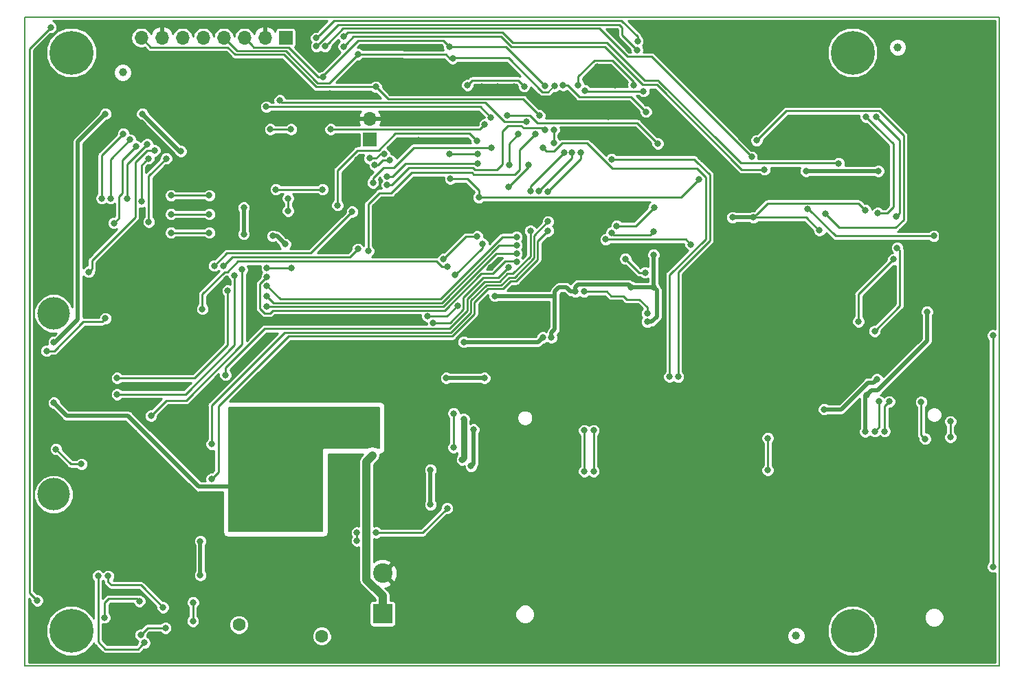
<source format=gbr>
G04 #@! TF.GenerationSoftware,KiCad,Pcbnew,5.0.1-33cea8e~68~ubuntu16.04.1*
G04 #@! TF.CreationDate,2018-11-15T12:16:53-03:00*
G04 #@! TF.ProjectId,TrackerAVL,547261636B657241564C2E6B69636164,1.1*
G04 #@! TF.SameCoordinates,Original*
G04 #@! TF.FileFunction,Copper,L2,Bot,Signal*
G04 #@! TF.FilePolarity,Positive*
%FSLAX46Y46*%
G04 Gerber Fmt 4.6, Leading zero omitted, Abs format (unit mm)*
G04 Created by KiCad (PCBNEW 5.0.1-33cea8e~68~ubuntu16.04.1) date Thu 15 Nov 2018 12:16:53 -03*
%MOMM*%
%LPD*%
G01*
G04 APERTURE LIST*
G04 #@! TA.AperFunction,NonConductor*
%ADD10C,0.150000*%
G04 #@! TD*
G04 #@! TA.AperFunction,ComponentPad*
%ADD11R,1.700000X1.700000*%
G04 #@! TD*
G04 #@! TA.AperFunction,ComponentPad*
%ADD12O,1.700000X1.700000*%
G04 #@! TD*
G04 #@! TA.AperFunction,ComponentPad*
%ADD13C,5.400000*%
G04 #@! TD*
G04 #@! TA.AperFunction,ComponentPad*
%ADD14R,2.400000X2.400000*%
G04 #@! TD*
G04 #@! TA.AperFunction,ComponentPad*
%ADD15C,2.400000*%
G04 #@! TD*
G04 #@! TA.AperFunction,BGAPad,CuDef*
%ADD16C,1.000000*%
G04 #@! TD*
G04 #@! TA.AperFunction,ComponentPad*
%ADD17C,1.600000*%
G04 #@! TD*
G04 #@! TA.AperFunction,ComponentPad*
%ADD18C,4.000000*%
G04 #@! TD*
G04 #@! TA.AperFunction,ViaPad*
%ADD19C,0.800000*%
G04 #@! TD*
G04 #@! TA.AperFunction,Conductor*
%ADD20C,1.000000*%
G04 #@! TD*
G04 #@! TA.AperFunction,Conductor*
%ADD21C,0.500000*%
G04 #@! TD*
G04 #@! TA.AperFunction,Conductor*
%ADD22C,0.250000*%
G04 #@! TD*
G04 #@! TA.AperFunction,Conductor*
%ADD23C,0.240000*%
G04 #@! TD*
G04 #@! TA.AperFunction,Conductor*
%ADD24C,0.750000*%
G04 #@! TD*
G04 #@! TA.AperFunction,Conductor*
%ADD25C,0.200000*%
G04 #@! TD*
G04 APERTURE END LIST*
D10*
X154750000Y-126750000D02*
X154750000Y-46750000D01*
X34750000Y-126750000D02*
X154750000Y-126750000D01*
X34750000Y-46750000D02*
X34750000Y-126750000D01*
X34750000Y-46750000D02*
X154750000Y-46750000D01*
D11*
G04 #@! TO.P,J301,1*
G04 #@! TO.N,+3V3*
X66850000Y-49300000D03*
D12*
G04 #@! TO.P,J301,2*
G04 #@! TO.N,GND*
X64310000Y-49300000D03*
G04 #@! TO.P,J301,3*
G04 #@! TO.N,/I2C_SDA*
X61770000Y-49300000D03*
G04 #@! TO.P,J301,4*
G04 #@! TO.N,/I2C_SCL*
X59230000Y-49300000D03*
G04 #@! TO.P,J301,5*
G04 #@! TO.N,Net-(J301-Pad5)*
X56690000Y-49300000D03*
G04 #@! TO.P,J301,6*
G04 #@! TO.N,Net-(J301-Pad6)*
X54150000Y-49300000D03*
G04 #@! TO.P,J301,7*
G04 #@! TO.N,GND*
X51610000Y-49300000D03*
G04 #@! TO.P,J301,8*
G04 #@! TO.N,/Aceler\00F3metro/INT*
X49070000Y-49300000D03*
G04 #@! TD*
D13*
G04 #@! TO.P,H102,1*
G04 #@! TO.N,N/C*
X136700000Y-51150000D03*
G04 #@! TD*
G04 #@! TO.P,H101,1*
G04 #@! TO.N,N/C*
X40450000Y-122400000D03*
G04 #@! TD*
G04 #@! TO.P,H103,1*
G04 #@! TO.N,N/C*
X136700000Y-122400000D03*
G04 #@! TD*
G04 #@! TO.P,H104,1*
G04 #@! TO.N,N/C*
X40450000Y-51150000D03*
G04 #@! TD*
D14*
G04 #@! TO.P,C504,1*
G04 #@! TO.N,Net-(C502-Pad1)*
X78800000Y-120300000D03*
D15*
G04 #@! TO.P,C504,2*
G04 #@! TO.N,GND*
X78800000Y-115300000D03*
G04 #@! TD*
D16*
G04 #@! TO.P,F103,~*
G04 #@! TO.N,N/C*
X46800000Y-53600000D03*
G04 #@! TD*
G04 #@! TO.P,F104,~*
G04 #@! TO.N,N/C*
X129750000Y-123000000D03*
G04 #@! TD*
G04 #@! TO.P,F105,~*
G04 #@! TO.N,N/C*
X142250000Y-50500000D03*
G04 #@! TD*
D17*
G04 #@! TO.P,F501,1*
G04 #@! TO.N,Net-(D501-Pad2)*
X61100000Y-121650000D03*
G04 #@! TO.P,F501,2*
G04 #@! TO.N,Net-(C502-Pad1)*
X71300000Y-123050000D03*
G04 #@! TD*
D18*
G04 #@! TO.P,J801,*
G04 #@! TO.N,*
X38285000Y-83285000D03*
X38285000Y-105585000D03*
G04 #@! TD*
D11*
G04 #@! TO.P,JP201,1*
G04 #@! TO.N,/CPU/nRESET*
X77250000Y-61850000D03*
D12*
G04 #@! TO.P,JP201,2*
G04 #@! TO.N,GND*
X77250000Y-59310000D03*
G04 #@! TD*
D19*
G04 #@! TO.N,GND*
X81850000Y-100450000D03*
X81850000Y-106900000D03*
X148500000Y-106600000D03*
X144550000Y-106800000D03*
X148900000Y-103250000D03*
X144650000Y-101250000D03*
X40850000Y-99350000D03*
X44000000Y-57250000D03*
X90225000Y-59525000D03*
X101000000Y-81050000D03*
X74075000Y-107575000D03*
X41650000Y-118000000D03*
X40625000Y-88425000D03*
X46700000Y-82000000D03*
X63175000Y-83975000D03*
X91000000Y-55325000D03*
X93000000Y-55325000D03*
X95000000Y-55325000D03*
X62800000Y-111625000D03*
X79150000Y-69975000D03*
X108975000Y-75500000D03*
X119750000Y-81650000D03*
X123200000Y-84900000D03*
X68800000Y-112450000D03*
X115750000Y-62300000D03*
X150850000Y-113150000D03*
X140500000Y-118850000D03*
X83200000Y-61950000D03*
X67250000Y-66100000D03*
X79650000Y-59300000D03*
X75700000Y-64350000D03*
X121000000Y-70450000D03*
X46100000Y-57250000D03*
X50400000Y-57250000D03*
X55650000Y-61450000D03*
X59100000Y-79600000D03*
X107450000Y-55150001D03*
X107449996Y-48950000D03*
X106582080Y-59025000D03*
X81770517Y-76075010D03*
X37750000Y-110650000D03*
X92112660Y-77612660D03*
X78375000Y-73300000D03*
X78375000Y-75475008D03*
X53500000Y-60250000D03*
X129150000Y-79750000D03*
X77175000Y-54025000D03*
X132700000Y-77600000D03*
X88398372Y-53900000D03*
X85525000Y-50500000D03*
X145525001Y-70175000D03*
X144350000Y-80000000D03*
X48150000Y-74275000D03*
X140325000Y-110075000D03*
X105250000Y-52900000D03*
X92100000Y-89875000D03*
X77175000Y-52175000D03*
G04 #@! TO.N,+3V3*
X68250000Y-100750000D03*
X66250000Y-100750000D03*
X64250000Y-100750000D03*
X62250000Y-100750000D03*
X62250000Y-97750000D03*
X69250000Y-99250000D03*
X67250000Y-99250000D03*
X65250000Y-99250000D03*
X63250000Y-99250000D03*
X61250000Y-99250000D03*
X84700000Y-106850000D03*
X84700000Y-102550000D03*
X56350000Y-115550000D03*
X64250000Y-97750000D03*
X66250000Y-97750000D03*
X68250000Y-97750000D03*
X61250000Y-96250000D03*
X63250000Y-96250000D03*
X65250000Y-96250000D03*
X67250000Y-96250000D03*
X69250000Y-96250000D03*
X66250000Y-103750000D03*
X64250000Y-103750000D03*
X69250000Y-102250000D03*
X63250000Y-102250000D03*
X68250000Y-103750000D03*
X62250000Y-103750000D03*
X67250000Y-102250000D03*
X61250000Y-102250000D03*
X65250000Y-102250000D03*
X66250000Y-106750000D03*
X64250000Y-106750000D03*
X69250000Y-105250000D03*
X63250000Y-105250000D03*
X68250000Y-106750000D03*
X62250000Y-106750000D03*
X67250000Y-105250000D03*
X61250000Y-105250000D03*
X65250000Y-105250000D03*
X67250000Y-108250000D03*
X61250000Y-108250000D03*
X69250000Y-108250000D03*
X66250000Y-109750000D03*
X65250000Y-108250000D03*
X64250000Y-109750000D03*
X63250000Y-108250000D03*
X62250000Y-109750000D03*
X68250000Y-109750000D03*
X102550000Y-80600000D03*
X55440747Y-121200000D03*
X55450000Y-118900000D03*
X109425000Y-80025000D03*
X112175000Y-80025000D03*
X111400000Y-84325000D03*
X99600000Y-86250000D03*
X133200000Y-95100000D03*
X139699995Y-91400003D03*
X121900000Y-71450000D03*
X124500000Y-71450000D03*
X96250000Y-55300000D03*
X38300000Y-86800000D03*
X44650000Y-58700000D03*
X38300000Y-94300000D03*
X89250000Y-55150000D03*
X65250000Y-73750000D03*
X66800000Y-74750000D03*
X49200000Y-58700000D03*
X61700000Y-70250000D03*
X61700000Y-73500000D03*
X53950000Y-63300000D03*
X92625000Y-81124998D03*
X91350000Y-91250000D03*
X86650000Y-91250000D03*
X138250000Y-70550350D03*
X132626545Y-73050000D03*
X56350002Y-111350000D03*
X112174996Y-76050000D03*
G04 #@! TO.N,GND*
X72275000Y-56150000D03*
X120300000Y-90075000D03*
G04 #@! TO.N,Net-(C204-Pad1)*
X48850000Y-118750000D03*
X44550000Y-120750000D03*
G04 #@! TO.N,Net-(C205-Pad1)*
X48999625Y-122895642D03*
X52050119Y-122050000D03*
G04 #@! TO.N,/CPU/nRESET*
X90650000Y-69000000D03*
X87150000Y-66700000D03*
X117776985Y-66773015D03*
G04 #@! TO.N,+3.3VADC*
X98525000Y-86250000D03*
X90450000Y-73800000D03*
X88800000Y-96300000D03*
X88600000Y-101300000D03*
X88800000Y-86800000D03*
X86300000Y-76600000D03*
G04 #@! TO.N,GNDA*
X91127446Y-74731700D03*
X90000000Y-97600000D03*
X89699996Y-102099996D03*
X87750000Y-78575000D03*
G04 #@! TO.N,/CPU/TEC_0*
X111150000Y-78250000D03*
X108700000Y-76550000D03*
X95300000Y-76900000D03*
X64550000Y-78750000D03*
G04 #@! TO.N,/CPU/TEC_1*
X64550000Y-79850000D03*
X116770520Y-74776382D03*
X95300000Y-73850000D03*
X106286505Y-74174977D03*
G04 #@! TO.N,/CPU/TEC_2*
X64550000Y-81150000D03*
X112200000Y-73200000D03*
X107011515Y-73346435D03*
X95300000Y-74899987D03*
G04 #@! TO.N,/CPU/TEC_3*
X64550000Y-82450000D03*
X112250000Y-70200000D03*
X107650000Y-72500000D03*
X95300000Y-75900000D03*
G04 #@! TO.N,+1V8*
X138250006Y-97850000D03*
X138450000Y-93350000D03*
X145875000Y-83075000D03*
X146725000Y-73750000D03*
X131150000Y-70425000D03*
G04 #@! TO.N,GNDS*
X139875000Y-65750000D03*
X130950000Y-65750000D03*
X48448359Y-62686535D03*
X124275000Y-64000000D03*
X45700000Y-72150000D03*
X71700000Y-50375000D03*
G04 #@! TO.N,/Audio/MICBIAS*
X133350000Y-71025000D03*
X124875000Y-61975000D03*
G04 #@! TO.N,/MIC+*
X42600000Y-78175000D03*
X50700000Y-63200000D03*
X125850000Y-65550000D03*
X74012347Y-50387347D03*
G04 #@! TO.N,/MIC-*
X47350000Y-69100000D03*
X49800000Y-62450000D03*
X135000000Y-64800000D03*
X74025000Y-49125000D03*
G04 #@! TO.N,Net-(C502-Pad1)*
X77550000Y-100800000D03*
G04 #@! TO.N,/DIG_IN_0*
X50275000Y-95900000D03*
X61475000Y-77899998D03*
G04 #@! TO.N,/DIG_IN_1*
X46100000Y-93250000D03*
X60550000Y-78600000D03*
G04 #@! TO.N,/DIG_IN_2*
X46100000Y-91250000D03*
X59725000Y-80500000D03*
G04 #@! TO.N,/CPU/AN_IN_0*
X88045288Y-82316428D03*
X84335570Y-83625010D03*
G04 #@! TO.N,/CPU/AN_IN_1*
X56600000Y-82750000D03*
X86747088Y-77550062D03*
G04 #@! TO.N,/CPU/AN_IN_2*
X75750000Y-75350000D03*
X59200000Y-77400000D03*
G04 #@! TO.N,Net-(D203-Pad1)*
X37900000Y-48025000D03*
X36250000Y-118650000D03*
G04 #@! TO.N,/CPU/IBUTTON*
X92150000Y-59150000D03*
X64474999Y-57825001D03*
X49101992Y-69498008D03*
X49952856Y-64197144D03*
G04 #@! TO.N,/CPU/BUZZER*
X72400000Y-60600000D03*
X67525010Y-60600000D03*
X64975000Y-60600000D03*
X52150000Y-64200000D03*
X50000000Y-72000000D03*
X91400000Y-60000000D03*
G04 #@! TO.N,/Conectores_IO/DISP_2*
X52750000Y-73350000D03*
X57450000Y-73350000D03*
G04 #@! TO.N,/Conectores_IO/DISP_1*
X57450000Y-71050000D03*
X52750000Y-71050000D03*
G04 #@! TO.N,/Conectores_IO/DISP_0*
X57450000Y-68750000D03*
X52750000Y-68750000D03*
G04 #@! TO.N,/VBAT*
X75050000Y-70750000D03*
X38554327Y-100004327D03*
X37400000Y-87900000D03*
X44650000Y-83900000D03*
X58049987Y-77400000D03*
X41700000Y-101850000D03*
G04 #@! TO.N,/SPK+*
X110200000Y-49749997D03*
X139600000Y-59050000D03*
X142099839Y-71299841D03*
X44200002Y-69100000D03*
X46850000Y-61150000D03*
X70637347Y-49362347D03*
G04 #@! TO.N,/SPK-*
X139800000Y-70900000D03*
X138350000Y-59050000D03*
X110176986Y-50823014D03*
X47699999Y-61900000D03*
X45300000Y-69100006D03*
X70650000Y-50375000D03*
G04 #@! TO.N,/Conectores_IO/PROG_RX*
X49450000Y-123874989D03*
X43750000Y-115625000D03*
G04 #@! TO.N,/Conectores_IO/PROG_TX*
X51750000Y-119500000D03*
X44999679Y-115653401D03*
G04 #@! TO.N,/CPU/GPIO7*
X126250000Y-98650000D03*
X126250004Y-102600000D03*
X94183703Y-58875000D03*
X112700000Y-62350000D03*
G04 #@! TO.N,/CPU/TCK*
X111405527Y-83294473D03*
X103604316Y-80609990D03*
G04 #@! TO.N,/CPU/SLEEP_MDM*
X111250000Y-58450000D03*
X101050000Y-55150000D03*
G04 #@! TO.N,/Aceler\00F3metro/INT*
X98130817Y-58896856D03*
X77975000Y-55375000D03*
G04 #@! TO.N,/CPU/DISPLAY_MODE*
X96500000Y-59650000D03*
X66150000Y-57050000D03*
G04 #@! TO.N,/CPU/DIG_OUT_0*
X102149689Y-63475000D03*
X98075000Y-68250000D03*
X99175000Y-73100000D03*
X57750000Y-103675000D03*
G04 #@! TO.N,/CPU/DIG_OUT_1*
X103250000Y-63475000D03*
X99175000Y-68275000D03*
X99175000Y-71975000D03*
X57750000Y-99400000D03*
G04 #@! TO.N,/CPU/DIG_OUT_2*
X101150000Y-63450000D03*
X97000000Y-68250000D03*
X97000000Y-73100000D03*
X59450000Y-90875000D03*
G04 #@! TO.N,/CPU/IGN*
X94350000Y-77601248D03*
X87550000Y-95600000D03*
X87550000Y-99800000D03*
X86750000Y-107300000D03*
X78000000Y-110300000D03*
X75650000Y-110300000D03*
X75650000Y-111300000D03*
X94350000Y-67700000D03*
X95550000Y-61200000D03*
X96800000Y-64975010D03*
X94400000Y-64975010D03*
X85050000Y-84450000D03*
G04 #@! TO.N,/I2C_SDA*
X98798482Y-55228709D03*
X67150000Y-69100000D03*
X67150000Y-70660000D03*
X71475000Y-54175000D03*
X87025000Y-50400000D03*
G04 #@! TO.N,/I2C_SCL*
X100000000Y-55250000D03*
X87425000Y-51850000D03*
X75750000Y-51350000D03*
G04 #@! TO.N,/Audio/DACIN*
X148750000Y-96600000D03*
X148750000Y-98525000D03*
G04 #@! TO.N,/UC20_PCIe/I2C_SCL*
X139450000Y-97800000D03*
X140000000Y-94150000D03*
X137425000Y-84275000D03*
X141750006Y-76625000D03*
G04 #@! TO.N,/UC20_PCIe/I2C_SDA*
X139424871Y-85460127D03*
X140650000Y-97800000D03*
X141215693Y-94150000D03*
X142201360Y-75196914D03*
G04 #@! TO.N,/UC20_PCIe/W_DISABLE*
X145650000Y-98750000D03*
X145150000Y-94200000D03*
G04 #@! TO.N,/CPU/U2_RXD*
X104800000Y-102750000D03*
X104800000Y-97700000D03*
X115200000Y-91100000D03*
X107012660Y-64287340D03*
G04 #@! TO.N,/CPU/U2_TXD*
X103650000Y-102750000D03*
X103650000Y-97700000D03*
X114150000Y-91074990D03*
X98550000Y-62900000D03*
G04 #@! TO.N,/SPI_MOSI*
X90550000Y-64800000D03*
X79350000Y-66399996D03*
G04 #@! TO.N,/Conectores_IO/DISP_SPI_CS1*
X77188531Y-64184548D03*
X87050000Y-63650000D03*
X90550000Y-63650000D03*
X78996186Y-63645777D03*
G04 #@! TO.N,/CPU/BUFFER_OE*
X77623008Y-67174996D03*
X67600054Y-77700000D03*
X64550012Y-77700000D03*
X92200000Y-62850000D03*
G04 #@! TO.N,/SPI_SCK*
X65650000Y-68000000D03*
X77850000Y-65000000D03*
X71399998Y-68000000D03*
X79700000Y-64424988D03*
G04 #@! TO.N,/CPU/U3_TX*
X154000000Y-114500000D03*
X154000000Y-86000000D03*
X110950000Y-55900000D03*
X103704287Y-55825000D03*
G04 #@! TO.N,/CPU/U3_RX*
X109750000Y-55150000D03*
X102900000Y-55150000D03*
G04 #@! TO.N,/CPU/DIG_IN_2*
X77050000Y-75600000D03*
X97650000Y-61150000D03*
G04 #@! TO.N,/CPU/DIG_IN_1*
X79350000Y-67450000D03*
X98800000Y-60650000D03*
G04 #@! TO.N,/CPU/DIG_IN_0*
X99900000Y-60650000D03*
X99895621Y-62252848D03*
X90400000Y-62000000D03*
X73250000Y-69949994D03*
G04 #@! TD*
D20*
G04 #@! TO.N,GND*
X81850000Y-100450000D02*
X81850000Y-106900000D01*
D21*
X44000000Y-57250000D02*
X46100000Y-57250000D01*
D22*
X107450000Y-55150001D02*
X107450000Y-54584316D01*
X107450000Y-54584316D02*
X107450000Y-53250000D01*
D23*
X106582080Y-59025000D02*
X110575000Y-59025000D01*
X113850000Y-62300000D02*
X115750000Y-62300000D01*
X110575000Y-59025000D02*
X113850000Y-62300000D01*
D22*
X78375000Y-73300000D02*
X78375000Y-75475008D01*
D21*
X54700000Y-61450000D02*
X55650000Y-61450000D01*
X53500000Y-60250000D02*
X54700000Y-61450000D01*
X50500000Y-57250000D02*
X53500000Y-60250000D01*
X50400000Y-57250000D02*
X50500000Y-57250000D01*
X145925000Y-70574999D02*
X145525001Y-70175000D01*
X147575001Y-72225000D02*
X145925000Y-70574999D01*
X147575001Y-76774999D02*
X147575001Y-72225000D01*
X144350000Y-80000000D02*
X147575001Y-76774999D01*
D22*
X107450000Y-53250000D02*
X107100000Y-52900000D01*
X107100000Y-52900000D02*
X105250000Y-52900000D01*
D21*
G04 #@! TO.N,+3V3*
X84700000Y-106850000D02*
X84700000Y-102550000D01*
D22*
X55440747Y-121200000D02*
X55440747Y-118909253D01*
X55440747Y-118909253D02*
X55450000Y-118900000D01*
D21*
X102550000Y-80600000D02*
X101975000Y-80600000D01*
X101975000Y-80600000D02*
X101475000Y-80100000D01*
X101475000Y-80100000D02*
X100525000Y-80100000D01*
X100525000Y-80100000D02*
X100025000Y-80600000D01*
X109109989Y-79709989D02*
X109425000Y-80025000D01*
X102874326Y-79709989D02*
X109109989Y-79709989D01*
X102550000Y-80600000D02*
X102550000Y-80034315D01*
X102550000Y-80034315D02*
X102874326Y-79709989D01*
X109425000Y-80025000D02*
X112175000Y-80025000D01*
X112175000Y-80025000D02*
X112574999Y-80424999D01*
X111965685Y-84325000D02*
X111400000Y-84325000D01*
X112574999Y-83715686D02*
X111965685Y-84325000D01*
X112574999Y-80424999D02*
X112574999Y-83715686D01*
X99600000Y-85684315D02*
X100025000Y-85259315D01*
X99600000Y-86250000D02*
X99600000Y-85684315D01*
X139299996Y-91800002D02*
X139699995Y-91400003D01*
X133200000Y-95100000D02*
X135300000Y-95100000D01*
X138599998Y-91800002D02*
X139299996Y-91800002D01*
X135300000Y-95100000D02*
X138599998Y-91800002D01*
X121900000Y-71450000D02*
X124500000Y-71450000D01*
D23*
X95502742Y-54552742D02*
X89847258Y-54552742D01*
X96250000Y-55300000D02*
X95502742Y-54552742D01*
X89847258Y-54552742D02*
X89649999Y-54750001D01*
X89649999Y-54750001D02*
X89250000Y-55150000D01*
D21*
X41250000Y-62100000D02*
X44650000Y-58700000D01*
X41250000Y-84020002D02*
X41250000Y-62100000D01*
X38300000Y-86800000D02*
X38470002Y-86800000D01*
X38470002Y-86800000D02*
X41250000Y-84020002D01*
X65250000Y-73750000D02*
X65800000Y-73750000D01*
X65800000Y-73750000D02*
X66800000Y-74750000D01*
X61700000Y-70250000D02*
X61700000Y-73500000D01*
X53373008Y-62873008D02*
X53800000Y-63300000D01*
X53800000Y-63300000D02*
X53950000Y-63300000D01*
X49200000Y-58700000D02*
X53373008Y-62873008D01*
X100024998Y-81124998D02*
X100025000Y-81125000D01*
X92625000Y-81124998D02*
X100024998Y-81124998D01*
X100025000Y-85259315D02*
X100025000Y-81125000D01*
X100025000Y-81125000D02*
X100025000Y-80600000D01*
X39900000Y-95900000D02*
X38300000Y-94300000D01*
X61350000Y-104650000D02*
X56167998Y-104650000D01*
D22*
X48867998Y-97350000D02*
X48850000Y-97350000D01*
D21*
X48850000Y-97350000D02*
X47400000Y-95900000D01*
X62250000Y-103750000D02*
X61350000Y-104650000D01*
X56167998Y-104650000D02*
X48867998Y-97350000D01*
X47400000Y-95900000D02*
X39900000Y-95900000D01*
X91350000Y-91250000D02*
X86650000Y-91250000D01*
D22*
X126250002Y-69699998D02*
X124899999Y-71050001D01*
X124899999Y-71050001D02*
X124500000Y-71450000D01*
X137399648Y-69699998D02*
X126250002Y-69699998D01*
X138250000Y-70550350D02*
X137399648Y-69699998D01*
D21*
X56350000Y-115550000D02*
X56350000Y-111350002D01*
X56350000Y-111350002D02*
X56350002Y-111350000D01*
D22*
X130950319Y-71450000D02*
X124500000Y-71450000D01*
X132626545Y-73050000D02*
X132550319Y-73050000D01*
X132550319Y-73050000D02*
X130950319Y-71450000D01*
D21*
X112175000Y-80025000D02*
X112175000Y-76050004D01*
X112175000Y-76050004D02*
X112174996Y-76050000D01*
D22*
G04 #@! TO.N,Net-(C204-Pad1)*
X48850000Y-118750000D02*
X48550000Y-118450000D01*
X48550000Y-118450000D02*
X45050000Y-118450000D01*
X45050000Y-118450000D02*
X44550000Y-118950000D01*
X44550000Y-118950000D02*
X44550000Y-120750000D01*
G04 #@! TO.N,Net-(C205-Pad1)*
X51484434Y-122050000D02*
X52050119Y-122050000D01*
X48999625Y-122895642D02*
X49845267Y-122050000D01*
X49845267Y-122050000D02*
X51484434Y-122050000D01*
G04 #@! TO.N,/CPU/nRESET*
X87715685Y-66700000D02*
X87150000Y-66700000D01*
X89250000Y-66700000D02*
X87715685Y-66700000D01*
X90650000Y-69000000D02*
X90650000Y-68100000D01*
X90650000Y-68100000D02*
X89250000Y-66700000D01*
X90650000Y-69000000D02*
X115550000Y-69000000D01*
X115550000Y-69000000D02*
X117376986Y-67173014D01*
X117376986Y-67173014D02*
X117776985Y-66773015D01*
D24*
G04 #@! TO.N,+3.3VADC*
X88800000Y-96300000D02*
X88800000Y-101100000D01*
X88800000Y-101100000D02*
X88600000Y-101300000D01*
D21*
X98525000Y-86250000D02*
X97975000Y-86800000D01*
X97975000Y-86800000D02*
X88800000Y-86800000D01*
D23*
X86699999Y-76200001D02*
X86300000Y-76600000D01*
X89100000Y-73800000D02*
X86699999Y-76200001D01*
X90450000Y-73800000D02*
X89100000Y-73800000D01*
D21*
G04 #@! TO.N,GNDA*
X90000000Y-97600000D02*
X90000000Y-101799992D01*
X90000000Y-101799992D02*
X89699996Y-102099996D01*
D22*
X91127446Y-75197554D02*
X91127446Y-74731700D01*
X87750000Y-78575000D02*
X91127446Y-75197554D01*
G04 #@! TO.N,/CPU/TEC_0*
X111150000Y-78250000D02*
X110400000Y-78250000D01*
X110400000Y-78250000D02*
X108700000Y-76550000D01*
X86436400Y-82900010D02*
X85950000Y-82900010D01*
X90936410Y-78400000D02*
X86436400Y-82900010D01*
X92398322Y-78400000D02*
X90936410Y-78400000D01*
X93922075Y-76876247D02*
X92398322Y-78400000D01*
X95300000Y-76900000D02*
X95276247Y-76876247D01*
X95276247Y-76876247D02*
X93922075Y-76876247D01*
X85950000Y-82900010D02*
X65299990Y-82900010D01*
X65299990Y-82900010D02*
X64950000Y-83250000D01*
X64276998Y-83250000D02*
X63700000Y-82673002D01*
X64950000Y-83250000D02*
X64276998Y-83250000D01*
X63700000Y-82673002D02*
X63700000Y-79600000D01*
X63700000Y-79600000D02*
X64550000Y-78750000D01*
G04 #@! TO.N,/CPU/TEC_1*
X64550000Y-79850000D02*
X66225000Y-81525000D01*
X66225000Y-81525000D02*
X85902180Y-81525000D01*
X85902180Y-81525000D02*
X93577180Y-73850000D01*
X94734315Y-73850000D02*
X95300000Y-73850000D01*
X93577180Y-73850000D02*
X94734315Y-73850000D01*
X116169115Y-74174977D02*
X106852190Y-74174977D01*
X106852190Y-74174977D02*
X106286505Y-74174977D01*
X116770520Y-74776382D02*
X116169115Y-74174977D01*
G04 #@! TO.N,/CPU/TEC_2*
X111800001Y-73599999D02*
X107265079Y-73599999D01*
X112200000Y-73200000D02*
X111800001Y-73599999D01*
X107265079Y-73599999D02*
X107011515Y-73346435D01*
X65375011Y-81975011D02*
X86088579Y-81975011D01*
X94734315Y-74899987D02*
X95300000Y-74899987D01*
X93163603Y-74899987D02*
X94734315Y-74899987D01*
X86088579Y-81975011D02*
X93163603Y-74899987D01*
X64550000Y-81150000D02*
X65375011Y-81975011D01*
G04 #@! TO.N,/CPU/TEC_3*
X108215685Y-72500000D02*
X107650000Y-72500000D01*
X109950000Y-72500000D02*
X108215685Y-72500000D01*
X112250000Y-70200000D02*
X109950000Y-72500000D01*
X92800000Y-75900000D02*
X95300000Y-75900000D01*
X64550000Y-82450000D02*
X86250000Y-82450000D01*
X86250000Y-82450000D02*
X92800000Y-75900000D01*
D21*
G04 #@! TO.N,+1V8*
X138250006Y-97284315D02*
X138250006Y-97850000D01*
X138250006Y-94754110D02*
X138250006Y-97284315D01*
X138250006Y-94754110D02*
X138250006Y-93549994D01*
X138250006Y-93549994D02*
X138450000Y-93350000D01*
X138450000Y-93350000D02*
X139050000Y-92750000D01*
X139050000Y-92750000D02*
X139775000Y-92750000D01*
X139775000Y-92750000D02*
X145875000Y-86650000D01*
X145875000Y-86650000D02*
X145875000Y-83075000D01*
D22*
X131150000Y-70425000D02*
X131275000Y-70425000D01*
X134600000Y-73750000D02*
X146725000Y-73750000D01*
X131275000Y-70425000D02*
X134600000Y-73750000D01*
D21*
G04 #@! TO.N,GNDS*
X139875000Y-65750000D02*
X139309315Y-65750000D01*
X139309315Y-65750000D02*
X130950000Y-65750000D01*
D22*
X48448359Y-62686535D02*
X46750000Y-64384894D01*
X46750000Y-64384894D02*
X46750000Y-68150000D01*
X46750000Y-68450000D02*
X46350000Y-68850000D01*
X46750000Y-68150000D02*
X46750000Y-68450000D01*
X46350000Y-68850000D02*
X46350000Y-71500000D01*
X46350000Y-71500000D02*
X45700000Y-72150000D01*
X111925000Y-51650000D02*
X108950000Y-51650000D01*
X105475000Y-48175000D02*
X73900000Y-48175000D01*
X124275000Y-64000000D02*
X111925000Y-51650000D01*
X108950000Y-51650000D02*
X105475000Y-48175000D01*
X73900000Y-48175000D02*
X72099999Y-49975001D01*
X72099999Y-49975001D02*
X71700000Y-50375000D01*
G04 #@! TO.N,/Audio/MICBIAS*
X142975002Y-71748002D02*
X142023003Y-72700001D01*
X128525001Y-58324999D02*
X139948001Y-58324999D01*
X133749999Y-71424999D02*
X133350000Y-71025000D01*
X142975002Y-61352000D02*
X142975002Y-71748002D01*
X142023003Y-72700001D02*
X135025001Y-72700001D01*
X139948001Y-58324999D02*
X142975002Y-61352000D01*
X135025001Y-72700001D02*
X133749999Y-71424999D01*
X124875000Y-61975000D02*
X128525001Y-58324999D01*
G04 #@! TO.N,/MIC+*
X50650000Y-63250000D02*
X50700000Y-63200000D01*
X42999999Y-77775001D02*
X42999999Y-76750001D01*
X48326991Y-64673009D02*
X49750000Y-63250000D01*
X42600000Y-78175000D02*
X42999999Y-77775001D01*
X42999999Y-76750001D02*
X48326991Y-71423009D01*
X48326991Y-71423009D02*
X48326991Y-64673009D01*
X49750000Y-63250000D02*
X50650000Y-63250000D01*
X123000000Y-65550000D02*
X125850000Y-65550000D01*
X112574999Y-55124999D02*
X123000000Y-65550000D01*
X93386410Y-49175000D02*
X94661406Y-50449996D01*
X94661406Y-50449996D02*
X106192874Y-50449996D01*
X106192874Y-50449996D02*
X110867877Y-55124999D01*
X110867877Y-55124999D02*
X112574999Y-55124999D01*
X74412652Y-49987348D02*
X75225000Y-49175000D01*
X74412346Y-49987348D02*
X74412652Y-49987348D01*
X74012347Y-50387347D02*
X74412346Y-49987348D01*
X75225000Y-49175000D02*
X93386410Y-49175000D01*
G04 #@! TO.N,/MIC-*
X47350000Y-69100000D02*
X47350000Y-64900000D01*
X47350000Y-64900000D02*
X49800000Y-62450000D01*
X111099977Y-54600000D02*
X112700000Y-54600000D01*
X112757120Y-54600000D02*
X112782111Y-54624991D01*
X112700000Y-54600000D02*
X112757120Y-54600000D01*
X112782111Y-54624991D02*
X120528560Y-62371440D01*
X108850000Y-52350000D02*
X111074988Y-54574988D01*
X120528560Y-62371440D02*
X122928560Y-64771440D01*
X122928560Y-64771440D02*
X134971440Y-64771440D01*
X134971440Y-64771440D02*
X135000000Y-64800000D01*
X74475010Y-48674990D02*
X74424999Y-48725001D01*
X74424999Y-48725001D02*
X74025000Y-49125000D01*
X93593521Y-48674990D02*
X74475010Y-48674990D01*
X108849990Y-52349990D02*
X106400000Y-49900000D01*
X94818531Y-49900000D02*
X93593521Y-48674990D01*
X106400000Y-49900000D02*
X94818531Y-49900000D01*
D20*
G04 #@! TO.N,Net-(C502-Pad1)*
X77550000Y-100800000D02*
X76800000Y-101550000D01*
X78800000Y-118100000D02*
X78800000Y-120300000D01*
X76800000Y-116100000D02*
X78800000Y-118100000D01*
X76800000Y-101550000D02*
X76800000Y-116100000D01*
D22*
G04 #@! TO.N,/DIG_IN_0*
X61475000Y-87125000D02*
X61475000Y-78607104D01*
X54600000Y-94000000D02*
X61475000Y-87125000D01*
X50275000Y-95900000D02*
X52175000Y-94000000D01*
X61475000Y-78607104D02*
X61475000Y-77899998D01*
X52175000Y-94000000D02*
X54600000Y-94000000D01*
G04 #@! TO.N,/DIG_IN_1*
X60550000Y-87200000D02*
X60550000Y-79165685D01*
X60550000Y-79165685D02*
X60550000Y-78600000D01*
X54500000Y-93250000D02*
X60550000Y-87200000D01*
X46100000Y-93250000D02*
X54500000Y-93250000D01*
G04 #@! TO.N,/DIG_IN_2*
X55600000Y-91250000D02*
X46100000Y-91250000D01*
X59700000Y-87150000D02*
X55600000Y-91250000D01*
X59725000Y-80500000D02*
X59700000Y-80525000D01*
X59700000Y-80525000D02*
X59700000Y-87150000D01*
G04 #@! TO.N,/CPU/AN_IN_0*
X88045288Y-82316428D02*
X86736706Y-83625010D01*
X86736706Y-83625010D02*
X84335570Y-83625010D01*
G04 #@! TO.N,/CPU/AN_IN_1*
X59324999Y-78175001D02*
X56600000Y-80900000D01*
X85400020Y-76850020D02*
X60999980Y-76850020D01*
X86747088Y-77550062D02*
X86100062Y-77550062D01*
X56600000Y-80900000D02*
X56600000Y-82750000D01*
X59674999Y-78175001D02*
X59324999Y-78175001D01*
X60999980Y-76850020D02*
X59674999Y-78175001D01*
X86100062Y-77550062D02*
X85400020Y-76850020D01*
G04 #@! TO.N,/CPU/AN_IN_2*
X59599999Y-77000001D02*
X59200000Y-77400000D01*
X60249990Y-76350010D02*
X59599999Y-77000001D01*
X75750000Y-75350000D02*
X74749990Y-76350010D01*
X74749990Y-76350010D02*
X60249990Y-76350010D01*
G04 #@! TO.N,Net-(D203-Pad1)*
X37500001Y-48449999D02*
X35300000Y-50650000D01*
X37900000Y-48025000D02*
X37900000Y-48050000D01*
X37900000Y-48050000D02*
X37500001Y-48449999D01*
X35300000Y-50650000D02*
X35300000Y-80250000D01*
X35300000Y-80250000D02*
X35300000Y-82700000D01*
X35300000Y-82700000D02*
X35300000Y-83800000D01*
X35300000Y-83800000D02*
X35300000Y-90250000D01*
X35300000Y-90250000D02*
X35300000Y-90600000D01*
X35300000Y-90600000D02*
X35300000Y-97150000D01*
X35300000Y-97150000D02*
X35300000Y-104900000D01*
X35300000Y-104900000D02*
X35300000Y-110650000D01*
X35300000Y-110650000D02*
X35300000Y-111100000D01*
X35300000Y-111100000D02*
X35300000Y-117700000D01*
X35300000Y-117700000D02*
X36250000Y-118650000D01*
G04 #@! TO.N,/CPU/IBUTTON*
X90825001Y-57825001D02*
X64474999Y-57825001D01*
X92150000Y-59150000D02*
X90825001Y-57825001D01*
X49101992Y-65048008D02*
X49552857Y-64597143D01*
X49552857Y-64597143D02*
X49952856Y-64197144D01*
X49101992Y-69498008D02*
X49101992Y-65048008D01*
G04 #@! TO.N,/CPU/BUZZER*
X67525010Y-60600000D02*
X64975000Y-60600000D01*
X49950000Y-71950000D02*
X50000000Y-72000000D01*
X50000000Y-71900000D02*
X49950000Y-71950000D01*
X52150000Y-64200000D02*
X50000000Y-66350000D01*
X50000000Y-66350000D02*
X50000000Y-71900000D01*
X90800000Y-60600000D02*
X91400000Y-60000000D01*
X72400000Y-60600000D02*
X90800000Y-60600000D01*
G04 #@! TO.N,/Conectores_IO/DISP_2*
X52750000Y-73350000D02*
X57450000Y-73350000D01*
G04 #@! TO.N,/Conectores_IO/DISP_1*
X57450000Y-71050000D02*
X52750000Y-71050000D01*
G04 #@! TO.N,/Conectores_IO/DISP_0*
X57450000Y-68750000D02*
X56884315Y-68750000D01*
X56884315Y-68750000D02*
X52750000Y-68750000D01*
G04 #@! TO.N,/VBAT*
X38347002Y-87900000D02*
X41950000Y-84297002D01*
X37400000Y-87900000D02*
X38347002Y-87900000D01*
X41950000Y-84297002D02*
X44252998Y-84297002D01*
X44252998Y-84297002D02*
X44650000Y-83900000D01*
X59599987Y-75850000D02*
X58049987Y-77400000D01*
X75050000Y-70750000D02*
X69950000Y-75850000D01*
X69950000Y-75850000D02*
X59599987Y-75850000D01*
X41134315Y-101850000D02*
X41700000Y-101850000D01*
X40400000Y-101850000D02*
X41134315Y-101850000D01*
X38554327Y-100004327D02*
X40400000Y-101850000D01*
G04 #@! TO.N,/SPK+*
X110200000Y-49184312D02*
X108215698Y-47200010D01*
X110200000Y-49749997D02*
X110200000Y-49184312D01*
X142499838Y-70899842D02*
X142099839Y-71299841D01*
X142499838Y-61949838D02*
X142499838Y-70899842D01*
X139600000Y-59050000D02*
X142499838Y-61949838D01*
X44200002Y-68534315D02*
X44200002Y-69100000D01*
X46850000Y-61150000D02*
X44200002Y-63799998D01*
X44200002Y-63799998D02*
X44200002Y-68534315D01*
X71037662Y-48962348D02*
X72800000Y-47200010D01*
X71037346Y-48962348D02*
X71037662Y-48962348D01*
X70637347Y-49362347D02*
X71037346Y-48962348D01*
X108215698Y-47200010D02*
X72800000Y-47200010D01*
G04 #@! TO.N,/SPK-*
X47699999Y-61900000D02*
X45300000Y-64299999D01*
X45300000Y-64299999D02*
X45300000Y-68534321D01*
X45300000Y-68534321D02*
X45300000Y-69100006D01*
X141700000Y-62400000D02*
X139650000Y-60350000D01*
X141700000Y-70175000D02*
X141700000Y-62400000D01*
X139650000Y-60350000D02*
X138350000Y-59050000D01*
X139900000Y-70925000D02*
X140950000Y-70925000D01*
X140950000Y-70925000D02*
X141700000Y-70175000D01*
X73324979Y-47700021D02*
X71049999Y-49975001D01*
X110176986Y-50823014D02*
X108325001Y-48971029D01*
X108325001Y-48971029D02*
X108325001Y-48077995D01*
X71049999Y-49975001D02*
X70650000Y-50375000D01*
X107947027Y-47700021D02*
X73324979Y-47700021D01*
X108325001Y-48077995D02*
X107947027Y-47700021D01*
G04 #@! TO.N,/Conectores_IO/PROG_RX*
X49050001Y-124274988D02*
X49450000Y-123874989D01*
X48674989Y-124650000D02*
X49050001Y-124274988D01*
X44750000Y-124650000D02*
X48674989Y-124650000D01*
X44750000Y-124650000D02*
X44650000Y-124650000D01*
X44650000Y-124650000D02*
X43750000Y-123750000D01*
X43750000Y-123750000D02*
X43750000Y-115625000D01*
G04 #@! TO.N,/Conectores_IO/PROG_TX*
X51750000Y-119500000D02*
X49250000Y-117000000D01*
X49250000Y-117000000D02*
X49000000Y-116750000D01*
X49000000Y-116750000D02*
X45500000Y-116750000D01*
X45500000Y-116750000D02*
X45350000Y-116750000D01*
X45350000Y-116750000D02*
X44999679Y-116399679D01*
X44999679Y-116399679D02*
X44999679Y-115653401D01*
G04 #@! TO.N,/CPU/GPIO7*
X126250000Y-98650000D02*
X126250000Y-102599996D01*
D21*
X126250000Y-102599996D02*
X126250004Y-102600000D01*
D22*
X97850000Y-59800000D02*
X110150000Y-59800000D01*
X96925000Y-58875000D02*
X97850000Y-59800000D01*
X110150000Y-59800000D02*
X112300001Y-61950001D01*
X112300001Y-61950001D02*
X112700000Y-62350000D01*
X94183703Y-58875000D02*
X96925000Y-58875000D01*
D23*
G04 #@! TO.N,/CPU/TCK*
X106409990Y-80609990D02*
X103604316Y-80609990D01*
X111405527Y-82555527D02*
X110425000Y-81575000D01*
X111405527Y-83294473D02*
X111405527Y-82555527D01*
X110425000Y-81575000D02*
X108875000Y-81575000D01*
X106925000Y-81125000D02*
X106409990Y-80609990D01*
X108875000Y-81575000D02*
X108425000Y-81125000D01*
X108425000Y-81125000D02*
X106925000Y-81125000D01*
D22*
G04 #@! TO.N,/CPU/SLEEP_MDM*
X103015685Y-56600000D02*
X109400000Y-56600000D01*
X109400000Y-56600000D02*
X111250000Y-58450000D01*
X101050000Y-55150000D02*
X101565685Y-55150000D01*
X101565685Y-55150000D02*
X103015685Y-56600000D01*
G04 #@! TO.N,/Aceler\00F3metro/INT*
X49070000Y-49300000D02*
X50245001Y-50475001D01*
X59725001Y-50475001D02*
X60625020Y-51375020D01*
X77650000Y-55375000D02*
X77975000Y-55375000D01*
X60625020Y-51375020D02*
X66625020Y-51375020D01*
X50245001Y-50475001D02*
X59725001Y-50475001D01*
X66625020Y-51375020D02*
X70625000Y-55375000D01*
X70625000Y-55375000D02*
X77650000Y-55375000D01*
X79475000Y-56875000D02*
X77975000Y-55375000D01*
X98130817Y-58896856D02*
X96108961Y-56875000D01*
X96108961Y-56875000D02*
X79475000Y-56875000D01*
G04 #@! TO.N,/CPU/DISPLAY_MODE*
X66425000Y-57325000D02*
X66150000Y-57050000D01*
X91475000Y-57325000D02*
X66425000Y-57325000D01*
X96500000Y-59650000D02*
X93800000Y-59650000D01*
X93800000Y-59650000D02*
X91475000Y-57325000D01*
G04 #@! TO.N,/CPU/DIG_OUT_0*
X102149689Y-63475000D02*
X102149689Y-64175311D01*
X102149689Y-64175311D02*
X98075000Y-68250000D01*
X58575000Y-102850000D02*
X57750000Y-103675000D01*
X58575000Y-94725000D02*
X58575000Y-102850000D01*
X85770801Y-86075021D02*
X67224979Y-86075021D01*
X67224979Y-86075021D02*
X58575000Y-94725000D01*
X90120318Y-83338912D02*
X87384210Y-86075020D01*
X90120319Y-81888911D02*
X90120318Y-83338912D01*
X91759200Y-80250030D02*
X90120319Y-81888911D01*
X87384210Y-86075020D02*
X85770801Y-86075021D01*
X97900019Y-74374981D02*
X97900018Y-76645804D01*
X99175000Y-73100000D02*
X97900019Y-74374981D01*
X95245802Y-79300020D02*
X94560458Y-79300020D01*
X97900018Y-76645804D02*
X95245802Y-79300020D01*
X94560458Y-79300020D02*
X93610448Y-80250030D01*
X93610448Y-80250030D02*
X91759200Y-80250030D01*
G04 #@! TO.N,/CPU/DIG_OUT_1*
X103250000Y-63475000D02*
X103250000Y-64200000D01*
X103250000Y-64200000D02*
X99175000Y-68275000D01*
X66749989Y-85625011D02*
X57750000Y-94625000D01*
X89670309Y-83152511D02*
X87197809Y-85625011D01*
X89670309Y-81702511D02*
X89670309Y-83152511D01*
X57750000Y-94625000D02*
X57750000Y-99400000D01*
X91572800Y-79800020D02*
X89670309Y-81702511D01*
X97450010Y-73699990D02*
X97450009Y-76459403D01*
X87197809Y-85625011D02*
X66749989Y-85625011D01*
X93424048Y-79800020D02*
X91572800Y-79800020D01*
X97450009Y-76459403D02*
X95059402Y-78850010D01*
X95059402Y-78850010D02*
X94374058Y-78850010D01*
X99175000Y-71975000D02*
X97450010Y-73699990D01*
X94374058Y-78850010D02*
X93424048Y-79800020D01*
G04 #@! TO.N,/CPU/DIG_OUT_2*
X101150000Y-63450000D02*
X97000000Y-67600000D01*
X97000000Y-67600000D02*
X97000000Y-68250000D01*
X59450000Y-90000000D02*
X59450000Y-90875000D01*
X64274999Y-85175001D02*
X59450000Y-90000000D01*
X87011409Y-85175001D02*
X64274999Y-85175001D01*
X89220299Y-81516111D02*
X89220299Y-82966111D01*
X91386400Y-79350010D02*
X89220299Y-81516111D01*
X97000000Y-73100000D02*
X97000000Y-76273002D01*
X89220299Y-82966111D02*
X87011409Y-85175001D01*
X97000000Y-76273002D02*
X94873002Y-78400000D01*
X94873002Y-78400000D02*
X94187658Y-78400000D01*
X94187658Y-78400000D02*
X93237648Y-79350010D01*
X93237648Y-79350010D02*
X91386400Y-79350010D01*
G04 #@! TO.N,/CPU/IGN*
X87550000Y-95600000D02*
X87550000Y-96165685D01*
X87550000Y-96165685D02*
X87550000Y-99800000D01*
X86750000Y-107300000D02*
X83750000Y-110300000D01*
X83750000Y-110300000D02*
X78000000Y-110300000D01*
X75650000Y-110300000D02*
X75650000Y-111300000D01*
X95550000Y-61200000D02*
X94400000Y-62350000D01*
X96800000Y-65250000D02*
X96800000Y-64975010D01*
X94400000Y-64409325D02*
X94400000Y-64975010D01*
X94350000Y-67700000D02*
X96800000Y-65250000D01*
X94400000Y-62350000D02*
X94400000Y-64409325D01*
X93051248Y-78900000D02*
X94350000Y-77601248D01*
X91200000Y-78900000D02*
X93051248Y-78900000D01*
X88770289Y-81329711D02*
X91200000Y-78900000D01*
X85050000Y-84450000D02*
X87100000Y-84450000D01*
X88770289Y-82779711D02*
X88770289Y-81329711D01*
X87100000Y-84450000D02*
X88770289Y-82779711D01*
G04 #@! TO.N,/I2C_SDA*
X67150000Y-69100000D02*
X67150000Y-70660000D01*
X98798482Y-55228709D02*
X94519779Y-50950006D01*
X94525000Y-50950000D02*
X93975000Y-50400000D01*
X93975000Y-50400000D02*
X86975000Y-50400000D01*
X71512659Y-53912341D02*
X71512659Y-54012660D01*
X75800000Y-49625000D02*
X71512659Y-53912341D01*
X87000000Y-50375000D02*
X86250000Y-49625000D01*
X86250000Y-49625000D02*
X75800000Y-49625000D01*
X67209316Y-50475001D02*
X62945001Y-50475001D01*
X62619999Y-50149999D02*
X61770000Y-49300000D01*
X62945001Y-50475001D02*
X62619999Y-50149999D01*
X70909315Y-54175000D02*
X67209316Y-50475001D01*
X71475000Y-54175000D02*
X70909315Y-54175000D01*
D25*
G04 #@! TO.N,/I2C_SCL*
X100000000Y-55250000D02*
X99271290Y-55978710D01*
D22*
X94284771Y-51825000D02*
X87425000Y-51825000D01*
X99271290Y-55978710D02*
X98438481Y-55978710D01*
X98438481Y-55978710D02*
X94284771Y-51825000D01*
X87038589Y-51850000D02*
X86588589Y-51400000D01*
X87450000Y-51850000D02*
X87038589Y-51850000D01*
X86588589Y-51400000D02*
X75750000Y-51350000D01*
X60855011Y-50925011D02*
X60079999Y-50149999D01*
X60079999Y-50149999D02*
X59230000Y-49300000D01*
X66850011Y-50925011D02*
X60855011Y-50925011D01*
X70825001Y-54900001D02*
X66850011Y-50925011D01*
X72199999Y-54900001D02*
X70825001Y-54900001D01*
X75750000Y-51350000D02*
X72199999Y-54900001D01*
G04 #@! TO.N,/Audio/DACIN*
X148750000Y-96600000D02*
X148750000Y-98525000D01*
G04 #@! TO.N,/UC20_PCIe/I2C_SCL*
X139450000Y-97800000D02*
X140000000Y-97250000D01*
X140000000Y-97250000D02*
X140000000Y-94150000D01*
X137425000Y-80950006D02*
X141350007Y-77024999D01*
X141350007Y-77024999D02*
X141750006Y-76625000D01*
X137425000Y-84275000D02*
X137425000Y-80950006D01*
G04 #@! TO.N,/UC20_PCIe/I2C_SDA*
X140650000Y-97800000D02*
X140650000Y-94715693D01*
X140650000Y-94715693D02*
X140815694Y-94549999D01*
X140815694Y-94549999D02*
X141215693Y-94150000D01*
X139424871Y-85460127D02*
X142525002Y-82359996D01*
X142525002Y-75525002D02*
X142200000Y-75200000D01*
X142525002Y-82359996D02*
X142525002Y-75525002D01*
G04 #@! TO.N,/UC20_PCIe/W_DISABLE*
X145650000Y-98750000D02*
X145150000Y-98250000D01*
X145150000Y-98250000D02*
X145150000Y-94200000D01*
G04 #@! TO.N,/CPU/U2_RXD*
X104800000Y-102750000D02*
X104800000Y-97700000D01*
D23*
X117554122Y-64650000D02*
X117547050Y-64650000D01*
D22*
X115200000Y-91100000D02*
X115200000Y-78207122D01*
X115200000Y-78207122D02*
X119100011Y-74307111D01*
X119100011Y-74307111D02*
X119100010Y-66192888D01*
X117557122Y-64650000D02*
X117554122Y-64650000D01*
X119100010Y-66192888D02*
X117557122Y-64650000D01*
X107578345Y-64287340D02*
X107012660Y-64287340D01*
X117184390Y-64287340D02*
X107578345Y-64287340D01*
X117547050Y-64650000D02*
X117184390Y-64287340D01*
G04 #@! TO.N,/CPU/U2_TXD*
X103650000Y-102750000D02*
X103650000Y-97700000D01*
X114150000Y-78550000D02*
X118600000Y-74100000D01*
X114150000Y-91074990D02*
X114150000Y-78550000D01*
X118600000Y-66500000D02*
X117550000Y-65450000D01*
X118600000Y-74100000D02*
X118600000Y-66500000D01*
X107150000Y-65450000D02*
X117547002Y-65450000D01*
X100950000Y-62300000D02*
X104000000Y-62300000D01*
X99950001Y-63299999D02*
X100950000Y-62300000D01*
X104000000Y-62300000D02*
X107150000Y-65450000D01*
X98550000Y-62900000D02*
X98949999Y-63299999D01*
X98949999Y-63299999D02*
X99950001Y-63299999D01*
G04 #@! TO.N,/SPI_MOSI*
X90550000Y-64800000D02*
X81650000Y-64800000D01*
X80050004Y-66399996D02*
X79350000Y-66399996D01*
X81650000Y-64800000D02*
X80050004Y-66399996D01*
G04 #@! TO.N,/Conectores_IO/DISP_SPI_CS1*
X87050000Y-63650000D02*
X90550000Y-63650000D01*
X78554223Y-63645777D02*
X78996186Y-63645777D01*
X77188531Y-64184548D02*
X78015452Y-64184548D01*
X78015452Y-64184548D02*
X78554223Y-63645777D01*
G04 #@! TO.N,/CPU/BUFFER_OE*
X64550012Y-77700000D02*
X67600054Y-77700000D01*
X78932319Y-65300000D02*
X80150000Y-65300000D01*
X77623008Y-67174996D02*
X77623008Y-66609311D01*
X80150000Y-65300000D02*
X82600000Y-62850000D01*
X91634315Y-62850000D02*
X92200000Y-62850000D01*
X77623008Y-66609311D02*
X78932319Y-65300000D01*
X82600000Y-62850000D02*
X91634315Y-62850000D01*
G04 #@! TO.N,/SPI_SCK*
X65650000Y-68000000D02*
X71399998Y-68000000D01*
X78825012Y-64424988D02*
X79134315Y-64424988D01*
X77850000Y-65000000D02*
X78250000Y-65000000D01*
X79134315Y-64424988D02*
X79700000Y-64424988D01*
X78250000Y-65000000D02*
X78825012Y-64424988D01*
G04 #@! TO.N,/CPU/U3_TX*
X154000000Y-114500000D02*
X154000000Y-113934315D01*
X154000000Y-113934315D02*
X154000000Y-86000000D01*
X103804288Y-55925001D02*
X103704287Y-55825000D01*
X110950000Y-55900000D02*
X110924999Y-55925001D01*
X110924999Y-55925001D02*
X103804288Y-55925001D01*
G04 #@! TO.N,/CPU/U3_RX*
X109750000Y-54750000D02*
X109750000Y-55150000D01*
X104902998Y-52100000D02*
X107100000Y-52100000D01*
X102900000Y-54102998D02*
X104902998Y-52100000D01*
X102900000Y-55150000D02*
X102900000Y-54102998D01*
X107100000Y-52100000D02*
X109750000Y-54750000D01*
G04 #@! TO.N,/CPU/DIG_IN_2*
X95650001Y-63149999D02*
X97250001Y-61549999D01*
X95650001Y-65599999D02*
X95650001Y-63149999D01*
X95100000Y-66150000D02*
X95650001Y-65599999D01*
X89820877Y-65924999D02*
X90045878Y-66150000D01*
X97250001Y-61549999D02*
X97650000Y-61150000D01*
X90045878Y-66150000D02*
X95100000Y-66150000D01*
X78400000Y-68450000D02*
X79850000Y-68450000D01*
X77050000Y-69800000D02*
X78400000Y-68450000D01*
X82375001Y-65924999D02*
X89820877Y-65924999D01*
X79850000Y-68450000D02*
X82375001Y-65924999D01*
X77050000Y-75600000D02*
X77050000Y-69800000D01*
G04 #@! TO.N,/CPU/DIG_IN_1*
X93550000Y-60850000D02*
X94100000Y-60300000D01*
X79915685Y-67450000D02*
X82065675Y-65300010D01*
X89903008Y-65300010D02*
X90202998Y-65600000D01*
X93550000Y-64900000D02*
X93550000Y-60850000D01*
X79350000Y-67450000D02*
X79915685Y-67450000D01*
X82065675Y-65300010D02*
X89903008Y-65300010D01*
X90202998Y-65600000D02*
X92850000Y-65600000D01*
X98600000Y-60450000D02*
X98800000Y-60650000D01*
X92850000Y-65600000D02*
X93550000Y-64900000D01*
D23*
X98529999Y-60379999D02*
X98800000Y-60650000D01*
X94254990Y-60145010D02*
X95855408Y-60145010D01*
X95855408Y-60145010D02*
X96160398Y-60450000D01*
X96160398Y-60450000D02*
X97210398Y-60450000D01*
X94100000Y-60300000D02*
X94254990Y-60145010D01*
X97210398Y-60450000D02*
X97280399Y-60379999D01*
X97280399Y-60379999D02*
X98529999Y-60379999D01*
D22*
G04 #@! TO.N,/CPU/DIG_IN_0*
X99900000Y-60650000D02*
X99900000Y-62248469D01*
X99900000Y-62248469D02*
X99895621Y-62252848D01*
X90400000Y-62000000D02*
X89500000Y-61100000D01*
X73250000Y-65652998D02*
X73250000Y-69384309D01*
X73250000Y-69384309D02*
X73250000Y-69949994D01*
X75702998Y-63200000D02*
X73250000Y-65652998D01*
X78294988Y-63200000D02*
X75702998Y-63200000D01*
X89500000Y-61100000D02*
X80394988Y-61100000D01*
X80394988Y-61100000D02*
X78294988Y-63200000D01*
G04 #@! TD*
D25*
G04 #@! TO.N,+3V3*
G36*
X78400000Y-99900000D02*
X78183001Y-99900000D01*
X77979198Y-99763823D01*
X77549999Y-99678450D01*
X77120801Y-99763823D01*
X76916998Y-99900000D01*
X71500000Y-99900000D01*
X71461732Y-99907612D01*
X71429289Y-99929289D01*
X71407612Y-99961732D01*
X71400000Y-100000000D01*
X71400000Y-110150000D01*
X59850000Y-110150000D01*
X59850000Y-94850000D01*
X78400000Y-94850000D01*
X78400000Y-99900000D01*
X78400000Y-99900000D01*
G37*
X78400000Y-99900000D02*
X78183001Y-99900000D01*
X77979198Y-99763823D01*
X77549999Y-99678450D01*
X77120801Y-99763823D01*
X76916998Y-99900000D01*
X71500000Y-99900000D01*
X71461732Y-99907612D01*
X71429289Y-99929289D01*
X71407612Y-99961732D01*
X71400000Y-100000000D01*
X71400000Y-110150000D01*
X59850000Y-110150000D01*
X59850000Y-94850000D01*
X78400000Y-94850000D01*
X78400000Y-99900000D01*
D22*
G04 #@! TO.N,GND*
G36*
X70687698Y-48534495D02*
X70683431Y-48537347D01*
X70473244Y-48537347D01*
X70170022Y-48662946D01*
X69937946Y-48895022D01*
X69812347Y-49198244D01*
X69812347Y-49526450D01*
X69937946Y-49829672D01*
X69983274Y-49875000D01*
X69950599Y-49907675D01*
X69825000Y-50210897D01*
X69825000Y-50539103D01*
X69950599Y-50842325D01*
X70182675Y-51074401D01*
X70485897Y-51200000D01*
X70814103Y-51200000D01*
X71117325Y-51074401D01*
X71175000Y-51016726D01*
X71232675Y-51074401D01*
X71535897Y-51200000D01*
X71864103Y-51200000D01*
X72167325Y-51074401D01*
X72399401Y-50842325D01*
X72525000Y-50539103D01*
X72525000Y-50327817D01*
X72527211Y-50325606D01*
X72527213Y-50325603D01*
X73306529Y-49546287D01*
X73325599Y-49592325D01*
X73483121Y-49749847D01*
X73312946Y-49920022D01*
X73187347Y-50223244D01*
X73187347Y-50551450D01*
X73312946Y-50854672D01*
X73545022Y-51086748D01*
X73555921Y-51091262D01*
X71287487Y-53359697D01*
X71007675Y-53475599D01*
X70997703Y-53485571D01*
X67983707Y-50471576D01*
X68006408Y-50456408D01*
X68100341Y-50315827D01*
X68133326Y-50150000D01*
X68133326Y-48450000D01*
X68100341Y-48284173D01*
X68006408Y-48143592D01*
X67865827Y-48049659D01*
X67700000Y-48016674D01*
X66000000Y-48016674D01*
X65834173Y-48049659D01*
X65693592Y-48143592D01*
X65599659Y-48284173D01*
X65566674Y-48450000D01*
X65566674Y-48572425D01*
X65497815Y-48425503D01*
X65072742Y-48037513D01*
X64663372Y-47867955D01*
X64435000Y-47987188D01*
X64435000Y-49175000D01*
X64455000Y-49175000D01*
X64455000Y-49425000D01*
X64435000Y-49425000D01*
X64435000Y-49445000D01*
X64185000Y-49445000D01*
X64185000Y-49425000D01*
X64165000Y-49425000D01*
X64165000Y-49175000D01*
X64185000Y-49175000D01*
X64185000Y-47987188D01*
X63956628Y-47867955D01*
X63547258Y-48037513D01*
X63122185Y-48425503D01*
X62956014Y-48780057D01*
X62689223Y-48380777D01*
X62267480Y-48098977D01*
X61895573Y-48025000D01*
X61644427Y-48025000D01*
X61272520Y-48098977D01*
X60850777Y-48380777D01*
X60568977Y-48802520D01*
X60500000Y-49149291D01*
X60431023Y-48802520D01*
X60149223Y-48380777D01*
X59727480Y-48098977D01*
X59355573Y-48025000D01*
X59104427Y-48025000D01*
X58732520Y-48098977D01*
X58310777Y-48380777D01*
X58028977Y-48802520D01*
X57960000Y-49149291D01*
X57891023Y-48802520D01*
X57609223Y-48380777D01*
X57187480Y-48098977D01*
X56815573Y-48025000D01*
X56564427Y-48025000D01*
X56192520Y-48098977D01*
X55770777Y-48380777D01*
X55488977Y-48802520D01*
X55420000Y-49149291D01*
X55351023Y-48802520D01*
X55069223Y-48380777D01*
X54647480Y-48098977D01*
X54275573Y-48025000D01*
X54024427Y-48025000D01*
X53652520Y-48098977D01*
X53230777Y-48380777D01*
X52963986Y-48780057D01*
X52797815Y-48425503D01*
X52372742Y-48037513D01*
X51963372Y-47867955D01*
X51735000Y-47987188D01*
X51735000Y-49175000D01*
X51755000Y-49175000D01*
X51755000Y-49425000D01*
X51735000Y-49425000D01*
X51735000Y-49445000D01*
X51485000Y-49445000D01*
X51485000Y-49425000D01*
X51465000Y-49425000D01*
X51465000Y-49175000D01*
X51485000Y-49175000D01*
X51485000Y-47987188D01*
X51256628Y-47867955D01*
X50847258Y-48037513D01*
X50422185Y-48425503D01*
X50256014Y-48780057D01*
X49989223Y-48380777D01*
X49567480Y-48098977D01*
X49195573Y-48025000D01*
X48944427Y-48025000D01*
X48572520Y-48098977D01*
X48150777Y-48380777D01*
X47868977Y-48802520D01*
X47770022Y-49300000D01*
X47868977Y-49797480D01*
X48150777Y-50219223D01*
X48572520Y-50501023D01*
X48944427Y-50575000D01*
X49195573Y-50575000D01*
X49505529Y-50513346D01*
X49817789Y-50825606D01*
X49848473Y-50871529D01*
X49894395Y-50902213D01*
X50030400Y-50993089D01*
X50030401Y-50993089D01*
X50030402Y-50993090D01*
X50190831Y-51025001D01*
X50245000Y-51035776D01*
X50299169Y-51025001D01*
X59497185Y-51025001D01*
X60197806Y-51725623D01*
X60228492Y-51771548D01*
X60410421Y-51893109D01*
X60570850Y-51925020D01*
X60625019Y-51935795D01*
X60679188Y-51925020D01*
X66397204Y-51925020D01*
X70197786Y-55725603D01*
X70228472Y-55771528D01*
X70410401Y-55893089D01*
X70570830Y-55925000D01*
X70570831Y-55925000D01*
X70625000Y-55935775D01*
X70679169Y-55925000D01*
X77358274Y-55925000D01*
X77507675Y-56074401D01*
X77810897Y-56200000D01*
X78022184Y-56200000D01*
X78597183Y-56775000D01*
X66929065Y-56775000D01*
X66849401Y-56582675D01*
X66617325Y-56350599D01*
X66314103Y-56225000D01*
X65985897Y-56225000D01*
X65682675Y-56350599D01*
X65450599Y-56582675D01*
X65325000Y-56885897D01*
X65325000Y-57214103D01*
X65350225Y-57275001D01*
X65091725Y-57275001D01*
X64942324Y-57125600D01*
X64639102Y-57000001D01*
X64310896Y-57000001D01*
X64007674Y-57125600D01*
X63775598Y-57357676D01*
X63649999Y-57660898D01*
X63649999Y-57989104D01*
X63775598Y-58292326D01*
X64007674Y-58524402D01*
X64310896Y-58650001D01*
X64639102Y-58650001D01*
X64942324Y-58524402D01*
X65091725Y-58375001D01*
X76144742Y-58375001D01*
X75987513Y-58547258D01*
X75817955Y-58956628D01*
X75937188Y-59185000D01*
X77125000Y-59185000D01*
X77125000Y-59165000D01*
X77375000Y-59165000D01*
X77375000Y-59185000D01*
X78562812Y-59185000D01*
X78682045Y-58956628D01*
X78512487Y-58547258D01*
X78355258Y-58375001D01*
X90597185Y-58375001D01*
X91325000Y-59102817D01*
X91325000Y-59175000D01*
X91235897Y-59175000D01*
X90932675Y-59300599D01*
X90700599Y-59532675D01*
X90575000Y-59835897D01*
X90575000Y-60047184D01*
X90572184Y-60050000D01*
X78521907Y-60050000D01*
X78682045Y-59663372D01*
X78562812Y-59435000D01*
X77375000Y-59435000D01*
X77375000Y-59455000D01*
X77125000Y-59455000D01*
X77125000Y-59435000D01*
X75937188Y-59435000D01*
X75817955Y-59663372D01*
X75978093Y-60050000D01*
X73016726Y-60050000D01*
X72867325Y-59900599D01*
X72564103Y-59775000D01*
X72235897Y-59775000D01*
X71932675Y-59900599D01*
X71700599Y-60132675D01*
X71575000Y-60435897D01*
X71575000Y-60764103D01*
X71700599Y-61067325D01*
X71932675Y-61299401D01*
X72235897Y-61425000D01*
X72564103Y-61425000D01*
X72867325Y-61299401D01*
X73016726Y-61150000D01*
X75966674Y-61150000D01*
X75966674Y-62650000D01*
X75757166Y-62650000D01*
X75702997Y-62639225D01*
X75648828Y-62650000D01*
X75488399Y-62681911D01*
X75306470Y-62803472D01*
X75275785Y-62849396D01*
X72899400Y-65225782D01*
X72853472Y-65256470D01*
X72731911Y-65438400D01*
X72706511Y-65566096D01*
X72689225Y-65652998D01*
X72700000Y-65707167D01*
X72700001Y-69330135D01*
X72700000Y-69330140D01*
X72700000Y-69333268D01*
X72550599Y-69482669D01*
X72425000Y-69785891D01*
X72425000Y-70114097D01*
X72550599Y-70417319D01*
X72782675Y-70649395D01*
X73085897Y-70774994D01*
X73414103Y-70774994D01*
X73717325Y-70649395D01*
X73949401Y-70417319D01*
X74075000Y-70114097D01*
X74075000Y-69785891D01*
X73949401Y-69482669D01*
X73800000Y-69333268D01*
X73800000Y-65880814D01*
X75930815Y-63750000D01*
X76475553Y-63750000D01*
X76363531Y-64020445D01*
X76363531Y-64348651D01*
X76489130Y-64651873D01*
X76721206Y-64883949D01*
X77024428Y-65009548D01*
X77025000Y-65009548D01*
X77025000Y-65164103D01*
X77150599Y-65467325D01*
X77382675Y-65699401D01*
X77646020Y-65808482D01*
X77272406Y-66182097D01*
X77226481Y-66212783D01*
X77104920Y-66394712D01*
X77074722Y-66546527D01*
X77072231Y-66559047D01*
X76923607Y-66707671D01*
X76798008Y-67010893D01*
X76798008Y-67339099D01*
X76923607Y-67642321D01*
X77155683Y-67874397D01*
X77458905Y-67999996D01*
X77787111Y-67999996D01*
X78090333Y-67874397D01*
X78322409Y-67642321D01*
X78448008Y-67339099D01*
X78448008Y-67010893D01*
X78322409Y-66707671D01*
X78312437Y-66697699D01*
X78525000Y-66485136D01*
X78525000Y-66564099D01*
X78650599Y-66867321D01*
X78708276Y-66924998D01*
X78650599Y-66982675D01*
X78525000Y-67285897D01*
X78525000Y-67614103D01*
X78643423Y-67900000D01*
X78454168Y-67900000D01*
X78399999Y-67889225D01*
X78345830Y-67900000D01*
X78185401Y-67931911D01*
X78185400Y-67931912D01*
X78185399Y-67931912D01*
X78180176Y-67935402D01*
X78003472Y-68053472D01*
X77972787Y-68099396D01*
X76699398Y-69372786D01*
X76653473Y-69403472D01*
X76555566Y-69550000D01*
X76531912Y-69585401D01*
X76489225Y-69800000D01*
X76500001Y-69854174D01*
X76500000Y-74983274D01*
X76493686Y-74989588D01*
X76449401Y-74882675D01*
X76217325Y-74650599D01*
X75914103Y-74525000D01*
X75585897Y-74525000D01*
X75282675Y-74650599D01*
X75050599Y-74882675D01*
X74925000Y-75185897D01*
X74925000Y-75397183D01*
X74522174Y-75800010D01*
X70777806Y-75800010D01*
X75002817Y-71575000D01*
X75214103Y-71575000D01*
X75517325Y-71449401D01*
X75749401Y-71217325D01*
X75875000Y-70914103D01*
X75875000Y-70585897D01*
X75749401Y-70282675D01*
X75517325Y-70050599D01*
X75214103Y-69925000D01*
X74885897Y-69925000D01*
X74582675Y-70050599D01*
X74350599Y-70282675D01*
X74225000Y-70585897D01*
X74225000Y-70797183D01*
X69722184Y-75300000D01*
X67416726Y-75300000D01*
X67499401Y-75217325D01*
X67625000Y-74914103D01*
X67625000Y-74585897D01*
X67499401Y-74282675D01*
X67267325Y-74050599D01*
X66964103Y-73925000D01*
X66929594Y-73925000D01*
X66324309Y-73319716D01*
X66286648Y-73263352D01*
X66063372Y-73114164D01*
X65866481Y-73075000D01*
X65800000Y-73061776D01*
X65740364Y-73073638D01*
X65717325Y-73050599D01*
X65414103Y-72925000D01*
X65085897Y-72925000D01*
X64782675Y-73050599D01*
X64550599Y-73282675D01*
X64425000Y-73585897D01*
X64425000Y-73914103D01*
X64550599Y-74217325D01*
X64782675Y-74449401D01*
X65085897Y-74575000D01*
X65414103Y-74575000D01*
X65595337Y-74499930D01*
X65975000Y-74879594D01*
X65975000Y-74914103D01*
X66100599Y-75217325D01*
X66183274Y-75300000D01*
X59654155Y-75300000D01*
X59599986Y-75289225D01*
X59545817Y-75300000D01*
X59385388Y-75331911D01*
X59203459Y-75453472D01*
X59172774Y-75499396D01*
X58097171Y-76575000D01*
X57885884Y-76575000D01*
X57582662Y-76700599D01*
X57350586Y-76932675D01*
X57224987Y-77235897D01*
X57224987Y-77564103D01*
X57350586Y-77867325D01*
X57582662Y-78099401D01*
X57885884Y-78225000D01*
X58214090Y-78225000D01*
X58517312Y-78099401D01*
X58624994Y-77991720D01*
X58677728Y-78044454D01*
X56249400Y-80472784D01*
X56203472Y-80503472D01*
X56081911Y-80685402D01*
X56056973Y-80810775D01*
X56039225Y-80900000D01*
X56050000Y-80954169D01*
X56050001Y-82133273D01*
X55900599Y-82282675D01*
X55775000Y-82585897D01*
X55775000Y-82914103D01*
X55900599Y-83217325D01*
X56132675Y-83449401D01*
X56435897Y-83575000D01*
X56764103Y-83575000D01*
X57067325Y-83449401D01*
X57299401Y-83217325D01*
X57425000Y-82914103D01*
X57425000Y-82585897D01*
X57299401Y-82282675D01*
X57150000Y-82133274D01*
X57150000Y-81127816D01*
X59552817Y-78725001D01*
X59620830Y-78725001D01*
X59674999Y-78735776D01*
X59725000Y-78725830D01*
X59725000Y-78764103D01*
X59850599Y-79067325D01*
X60000000Y-79216726D01*
X60000000Y-79219854D01*
X60000001Y-79219859D01*
X60000001Y-79720936D01*
X59889103Y-79675000D01*
X59560897Y-79675000D01*
X59257675Y-79800599D01*
X59025599Y-80032675D01*
X58900000Y-80335897D01*
X58900000Y-80664103D01*
X59025599Y-80967325D01*
X59150000Y-81091726D01*
X59150001Y-86922182D01*
X55372184Y-90700000D01*
X46716726Y-90700000D01*
X46567325Y-90550599D01*
X46264103Y-90425000D01*
X45935897Y-90425000D01*
X45632675Y-90550599D01*
X45400599Y-90782675D01*
X45275000Y-91085897D01*
X45275000Y-91414103D01*
X45400599Y-91717325D01*
X45632675Y-91949401D01*
X45935897Y-92075000D01*
X46264103Y-92075000D01*
X46567325Y-91949401D01*
X46716726Y-91800000D01*
X55172184Y-91800000D01*
X54272184Y-92700000D01*
X46716726Y-92700000D01*
X46567325Y-92550599D01*
X46264103Y-92425000D01*
X45935897Y-92425000D01*
X45632675Y-92550599D01*
X45400599Y-92782675D01*
X45275000Y-93085897D01*
X45275000Y-93414103D01*
X45400599Y-93717325D01*
X45632675Y-93949401D01*
X45935897Y-94075000D01*
X46264103Y-94075000D01*
X46567325Y-93949401D01*
X46716726Y-93800000D01*
X51597183Y-93800000D01*
X50322184Y-95075000D01*
X50110897Y-95075000D01*
X49807675Y-95200599D01*
X49575599Y-95432675D01*
X49450000Y-95735897D01*
X49450000Y-96064103D01*
X49575599Y-96367325D01*
X49807675Y-96599401D01*
X50110897Y-96725000D01*
X50439103Y-96725000D01*
X50742325Y-96599401D01*
X50974401Y-96367325D01*
X51100000Y-96064103D01*
X51100000Y-95852816D01*
X52402817Y-94550000D01*
X54545831Y-94550000D01*
X54600000Y-94560775D01*
X54654169Y-94550000D01*
X54654170Y-94550000D01*
X54814599Y-94518089D01*
X54996528Y-94396528D01*
X55027216Y-94350600D01*
X58625000Y-90752817D01*
X58625000Y-91039103D01*
X58750599Y-91342325D01*
X58982675Y-91574401D01*
X59285897Y-91700000D01*
X59614103Y-91700000D01*
X59917325Y-91574401D01*
X60149401Y-91342325D01*
X60275000Y-91039103D01*
X60275000Y-90710897D01*
X60149401Y-90407675D01*
X60000000Y-90258274D01*
X60000000Y-90227816D01*
X64502816Y-85725001D01*
X65872181Y-85725001D01*
X57399400Y-94197784D01*
X57353472Y-94228472D01*
X57231911Y-94410402D01*
X57210491Y-94518088D01*
X57189225Y-94625000D01*
X57200000Y-94679169D01*
X57200001Y-98783273D01*
X57050599Y-98932675D01*
X56925000Y-99235897D01*
X56925000Y-99564103D01*
X57050599Y-99867325D01*
X57282675Y-100099401D01*
X57585897Y-100225000D01*
X57914103Y-100225000D01*
X58025001Y-100179065D01*
X58025001Y-102622182D01*
X57797183Y-102850000D01*
X57585897Y-102850000D01*
X57282675Y-102975599D01*
X57050599Y-103207675D01*
X56925000Y-103510897D01*
X56925000Y-103839103D01*
X56981291Y-103975000D01*
X56447592Y-103975000D01*
X49298285Y-96825694D01*
X49244047Y-96789454D01*
X47924309Y-95469716D01*
X47886648Y-95413352D01*
X47663372Y-95264164D01*
X47466481Y-95225000D01*
X47400000Y-95211776D01*
X47333519Y-95225000D01*
X40179594Y-95225000D01*
X39125000Y-94170407D01*
X39125000Y-94135897D01*
X38999401Y-93832675D01*
X38767325Y-93600599D01*
X38464103Y-93475000D01*
X38135897Y-93475000D01*
X37832675Y-93600599D01*
X37600599Y-93832675D01*
X37475000Y-94135897D01*
X37475000Y-94464103D01*
X37600599Y-94767325D01*
X37832675Y-94999401D01*
X38135897Y-95125000D01*
X38170407Y-95125000D01*
X39375692Y-96330286D01*
X39413352Y-96386648D01*
X39529272Y-96464103D01*
X39636628Y-96535836D01*
X39900000Y-96588224D01*
X39966481Y-96575000D01*
X47120407Y-96575000D01*
X48419712Y-97874306D01*
X48473955Y-97910550D01*
X55643691Y-105080287D01*
X55681350Y-105136648D01*
X55904626Y-105285836D01*
X56167997Y-105338224D01*
X56234478Y-105325000D01*
X59125000Y-105325000D01*
X59125000Y-110250000D01*
X59172575Y-110489177D01*
X59308058Y-110691942D01*
X59510823Y-110827425D01*
X59750000Y-110875000D01*
X71500000Y-110875000D01*
X71739177Y-110827425D01*
X71941942Y-110691942D01*
X72077425Y-110489177D01*
X72125000Y-110250000D01*
X72125000Y-100625000D01*
X76416853Y-100625000D01*
X76210344Y-100831509D01*
X76133113Y-100883113D01*
X75928670Y-101189084D01*
X75875000Y-101458901D01*
X75875000Y-101458904D01*
X75856880Y-101550000D01*
X75875000Y-101641096D01*
X75875001Y-109500225D01*
X75814103Y-109475000D01*
X75485897Y-109475000D01*
X75182675Y-109600599D01*
X74950599Y-109832675D01*
X74825000Y-110135897D01*
X74825000Y-110464103D01*
X74950599Y-110767325D01*
X74983274Y-110800000D01*
X74950599Y-110832675D01*
X74825000Y-111135897D01*
X74825000Y-111464103D01*
X74950599Y-111767325D01*
X75182675Y-111999401D01*
X75485897Y-112125000D01*
X75814103Y-112125000D01*
X75875001Y-112099775D01*
X75875001Y-116008899D01*
X75856880Y-116100000D01*
X75928670Y-116460916D01*
X76081509Y-116689656D01*
X76081511Y-116689658D01*
X76133114Y-116766887D01*
X76210342Y-116818489D01*
X77875000Y-118483148D01*
X77875000Y-118666674D01*
X77600000Y-118666674D01*
X77434173Y-118699659D01*
X77293592Y-118793592D01*
X77199659Y-118934173D01*
X77166674Y-119100000D01*
X77166674Y-121500000D01*
X77199659Y-121665827D01*
X77293592Y-121806408D01*
X77434173Y-121900341D01*
X77600000Y-121933326D01*
X80000000Y-121933326D01*
X80165827Y-121900341D01*
X80306408Y-121806408D01*
X80325122Y-121778399D01*
X133575000Y-121778399D01*
X133575000Y-123021601D01*
X134050753Y-124170170D01*
X134929830Y-125049247D01*
X136078399Y-125525000D01*
X137321601Y-125525000D01*
X138470170Y-125049247D01*
X139349247Y-124170170D01*
X139825000Y-123021601D01*
X139825000Y-121778399D01*
X139349247Y-120629830D01*
X139225749Y-120506332D01*
X145525000Y-120506332D01*
X145525000Y-120993668D01*
X145711495Y-121443907D01*
X146056093Y-121788505D01*
X146506332Y-121975000D01*
X146993668Y-121975000D01*
X147443907Y-121788505D01*
X147788505Y-121443907D01*
X147975000Y-120993668D01*
X147975000Y-120506332D01*
X147788505Y-120056093D01*
X147443907Y-119711495D01*
X146993668Y-119525000D01*
X146506332Y-119525000D01*
X146056093Y-119711495D01*
X145711495Y-120056093D01*
X145525000Y-120506332D01*
X139225749Y-120506332D01*
X138470170Y-119750753D01*
X137321601Y-119275000D01*
X136078399Y-119275000D01*
X134929830Y-119750753D01*
X134050753Y-120629830D01*
X133575000Y-121778399D01*
X80325122Y-121778399D01*
X80400341Y-121665827D01*
X80433326Y-121500000D01*
X80433326Y-120106332D01*
X95125000Y-120106332D01*
X95125000Y-120593668D01*
X95311495Y-121043907D01*
X95656093Y-121388505D01*
X96106332Y-121575000D01*
X96593668Y-121575000D01*
X97043907Y-121388505D01*
X97388505Y-121043907D01*
X97575000Y-120593668D01*
X97575000Y-120106332D01*
X97388505Y-119656093D01*
X97043907Y-119311495D01*
X96593668Y-119125000D01*
X96106332Y-119125000D01*
X95656093Y-119311495D01*
X95311495Y-119656093D01*
X95125000Y-120106332D01*
X80433326Y-120106332D01*
X80433326Y-119100000D01*
X80400341Y-118934173D01*
X80306408Y-118793592D01*
X80165827Y-118699659D01*
X80000000Y-118666674D01*
X79725000Y-118666674D01*
X79725000Y-118191095D01*
X79743120Y-118099999D01*
X79725000Y-118008901D01*
X79725000Y-118008900D01*
X79671330Y-117739083D01*
X79466887Y-117433113D01*
X79389659Y-117381511D01*
X79124779Y-117116631D01*
X79213889Y-117114139D01*
X79790126Y-116875454D01*
X79913632Y-116590409D01*
X78800000Y-115476777D01*
X78785858Y-115490919D01*
X78609081Y-115314142D01*
X78623223Y-115300000D01*
X78976777Y-115300000D01*
X80090409Y-116413632D01*
X80375454Y-116290126D01*
X80634434Y-115611857D01*
X80614139Y-114886111D01*
X80375454Y-114309874D01*
X80090409Y-114186368D01*
X78976777Y-115300000D01*
X78623223Y-115300000D01*
X78609081Y-115285858D01*
X78785858Y-115109081D01*
X78800000Y-115123223D01*
X79913632Y-114009591D01*
X79790126Y-113724546D01*
X79111857Y-113465566D01*
X78386111Y-113485861D01*
X77809874Y-113724546D01*
X77725000Y-113920430D01*
X77725000Y-111079065D01*
X77835897Y-111125000D01*
X78164103Y-111125000D01*
X78467325Y-110999401D01*
X78616726Y-110850000D01*
X83695831Y-110850000D01*
X83750000Y-110860775D01*
X83804169Y-110850000D01*
X83804170Y-110850000D01*
X83964599Y-110818089D01*
X84146528Y-110696528D01*
X84177217Y-110650599D01*
X86702817Y-108125000D01*
X86914103Y-108125000D01*
X87217325Y-107999401D01*
X87449401Y-107767325D01*
X87575000Y-107464103D01*
X87575000Y-107135897D01*
X87449401Y-106832675D01*
X87217325Y-106600599D01*
X86914103Y-106475000D01*
X86585897Y-106475000D01*
X86282675Y-106600599D01*
X86050599Y-106832675D01*
X85925000Y-107135897D01*
X85925000Y-107347183D01*
X83522184Y-109750000D01*
X78616726Y-109750000D01*
X78467325Y-109600599D01*
X78164103Y-109475000D01*
X77835897Y-109475000D01*
X77725000Y-109520935D01*
X77725000Y-102385897D01*
X83875000Y-102385897D01*
X83875000Y-102714103D01*
X84000599Y-103017325D01*
X84025001Y-103041727D01*
X84025000Y-106358274D01*
X84000599Y-106382675D01*
X83875000Y-106685897D01*
X83875000Y-107014103D01*
X84000599Y-107317325D01*
X84232675Y-107549401D01*
X84535897Y-107675000D01*
X84864103Y-107675000D01*
X85167325Y-107549401D01*
X85399401Y-107317325D01*
X85525000Y-107014103D01*
X85525000Y-106685897D01*
X85399401Y-106382675D01*
X85375000Y-106358274D01*
X85375000Y-103041726D01*
X85399401Y-103017325D01*
X85525000Y-102714103D01*
X85525000Y-102385897D01*
X85399401Y-102082675D01*
X85167325Y-101850599D01*
X84864103Y-101725000D01*
X84535897Y-101725000D01*
X84232675Y-101850599D01*
X84000599Y-102082675D01*
X83875000Y-102385897D01*
X77725000Y-102385897D01*
X77725000Y-101933147D01*
X78268491Y-101389657D01*
X78421330Y-101160917D01*
X78493120Y-100800001D01*
X78458311Y-100625000D01*
X78500000Y-100625000D01*
X78739177Y-100577425D01*
X78941942Y-100441942D01*
X79077425Y-100239177D01*
X79125000Y-100000000D01*
X79125000Y-95435897D01*
X86725000Y-95435897D01*
X86725000Y-95764103D01*
X86850599Y-96067325D01*
X87000000Y-96216726D01*
X87000001Y-99183273D01*
X86850599Y-99332675D01*
X86725000Y-99635897D01*
X86725000Y-99964103D01*
X86850599Y-100267325D01*
X87082675Y-100499401D01*
X87385897Y-100625000D01*
X87714103Y-100625000D01*
X88000001Y-100506577D01*
X88000001Y-100733273D01*
X87900599Y-100832675D01*
X87775000Y-101135897D01*
X87775000Y-101464103D01*
X87900599Y-101767325D01*
X88132675Y-101999401D01*
X88435897Y-102125000D01*
X88764103Y-102125000D01*
X88874996Y-102079066D01*
X88874996Y-102264099D01*
X89000595Y-102567321D01*
X89232671Y-102799397D01*
X89535893Y-102924996D01*
X89864099Y-102924996D01*
X90167321Y-102799397D01*
X90399397Y-102567321D01*
X90524996Y-102264099D01*
X90524996Y-102229248D01*
X90635836Y-102063364D01*
X90665514Y-101914164D01*
X90688224Y-101799992D01*
X90675000Y-101733511D01*
X90675000Y-98091726D01*
X90699401Y-98067325D01*
X90825000Y-97764103D01*
X90825000Y-97535897D01*
X102825000Y-97535897D01*
X102825000Y-97864103D01*
X102950599Y-98167325D01*
X103100001Y-98316727D01*
X103100000Y-102133274D01*
X102950599Y-102282675D01*
X102825000Y-102585897D01*
X102825000Y-102914103D01*
X102950599Y-103217325D01*
X103182675Y-103449401D01*
X103485897Y-103575000D01*
X103814103Y-103575000D01*
X104117325Y-103449401D01*
X104225000Y-103341726D01*
X104332675Y-103449401D01*
X104635897Y-103575000D01*
X104964103Y-103575000D01*
X105267325Y-103449401D01*
X105499401Y-103217325D01*
X105625000Y-102914103D01*
X105625000Y-102585897D01*
X105499401Y-102282675D01*
X105350000Y-102133274D01*
X105350000Y-98485897D01*
X125425000Y-98485897D01*
X125425000Y-98814103D01*
X125550599Y-99117325D01*
X125700000Y-99266726D01*
X125700001Y-101983277D01*
X125550603Y-102132675D01*
X125425004Y-102435897D01*
X125425004Y-102764103D01*
X125550603Y-103067325D01*
X125782679Y-103299401D01*
X126085901Y-103425000D01*
X126414107Y-103425000D01*
X126717329Y-103299401D01*
X126949405Y-103067325D01*
X127075004Y-102764103D01*
X127075004Y-102435897D01*
X126949405Y-102132675D01*
X126800000Y-101983270D01*
X126800000Y-99266726D01*
X126949401Y-99117325D01*
X127075000Y-98814103D01*
X127075000Y-98485897D01*
X126949401Y-98182675D01*
X126717325Y-97950599D01*
X126414103Y-97825000D01*
X126085897Y-97825000D01*
X125782675Y-97950599D01*
X125550599Y-98182675D01*
X125425000Y-98485897D01*
X105350000Y-98485897D01*
X105350000Y-98316726D01*
X105499401Y-98167325D01*
X105625000Y-97864103D01*
X105625000Y-97535897D01*
X105499401Y-97232675D01*
X105267325Y-97000599D01*
X104964103Y-96875000D01*
X104635897Y-96875000D01*
X104332675Y-97000599D01*
X104225000Y-97108274D01*
X104117325Y-97000599D01*
X103814103Y-96875000D01*
X103485897Y-96875000D01*
X103182675Y-97000599D01*
X102950599Y-97232675D01*
X102825000Y-97535897D01*
X90825000Y-97535897D01*
X90825000Y-97435897D01*
X90699401Y-97132675D01*
X90467325Y-96900599D01*
X90164103Y-96775000D01*
X89835897Y-96775000D01*
X89600000Y-96872712D01*
X89600000Y-96524458D01*
X89625000Y-96464103D01*
X89625000Y-96135897D01*
X89550510Y-95956061D01*
X95375000Y-95956061D01*
X95375000Y-96343939D01*
X95523435Y-96702293D01*
X95797707Y-96976565D01*
X96156061Y-97125000D01*
X96543939Y-97125000D01*
X96902293Y-96976565D01*
X97176565Y-96702293D01*
X97325000Y-96343939D01*
X97325000Y-95956061D01*
X97176565Y-95597707D01*
X96902293Y-95323435D01*
X96543939Y-95175000D01*
X96156061Y-95175000D01*
X95797707Y-95323435D01*
X95523435Y-95597707D01*
X95375000Y-95956061D01*
X89550510Y-95956061D01*
X89499401Y-95832675D01*
X89267325Y-95600599D01*
X88964103Y-95475000D01*
X88635897Y-95475000D01*
X88375000Y-95583067D01*
X88375000Y-95435897D01*
X88249401Y-95132675D01*
X88052623Y-94935897D01*
X132375000Y-94935897D01*
X132375000Y-95264103D01*
X132500599Y-95567325D01*
X132732675Y-95799401D01*
X133035897Y-95925000D01*
X133364103Y-95925000D01*
X133667325Y-95799401D01*
X133691726Y-95775000D01*
X135233519Y-95775000D01*
X135300000Y-95788224D01*
X135366481Y-95775000D01*
X135563372Y-95735836D01*
X135786648Y-95586648D01*
X135824309Y-95530284D01*
X137575007Y-93779587D01*
X137575006Y-94687629D01*
X137575006Y-94687630D01*
X137575007Y-97217830D01*
X137575006Y-97217835D01*
X137575006Y-97358274D01*
X137550605Y-97382675D01*
X137425006Y-97685897D01*
X137425006Y-98014103D01*
X137550605Y-98317325D01*
X137782681Y-98549401D01*
X138085903Y-98675000D01*
X138414109Y-98675000D01*
X138717331Y-98549401D01*
X138875003Y-98391729D01*
X138982675Y-98499401D01*
X139285897Y-98625000D01*
X139614103Y-98625000D01*
X139917325Y-98499401D01*
X140050000Y-98366726D01*
X140182675Y-98499401D01*
X140485897Y-98625000D01*
X140814103Y-98625000D01*
X141117325Y-98499401D01*
X141349401Y-98267325D01*
X141475000Y-97964103D01*
X141475000Y-97635897D01*
X141349401Y-97332675D01*
X141200000Y-97183274D01*
X141200000Y-94975000D01*
X141379796Y-94975000D01*
X141683018Y-94849401D01*
X141915094Y-94617325D01*
X142040693Y-94314103D01*
X142040693Y-94035897D01*
X144325000Y-94035897D01*
X144325000Y-94364103D01*
X144450599Y-94667325D01*
X144600001Y-94816727D01*
X144600000Y-98195831D01*
X144589225Y-98250000D01*
X144600000Y-98304169D01*
X144631911Y-98464598D01*
X144753472Y-98646528D01*
X144799400Y-98677216D01*
X144825000Y-98702816D01*
X144825000Y-98914103D01*
X144950599Y-99217325D01*
X145182675Y-99449401D01*
X145485897Y-99575000D01*
X145814103Y-99575000D01*
X146117325Y-99449401D01*
X146349401Y-99217325D01*
X146475000Y-98914103D01*
X146475000Y-98585897D01*
X146349401Y-98282675D01*
X146117325Y-98050599D01*
X145814103Y-97925000D01*
X145700000Y-97925000D01*
X145700000Y-95556061D01*
X145775000Y-95556061D01*
X145775000Y-95943939D01*
X145923435Y-96302293D01*
X146197707Y-96576565D01*
X146556061Y-96725000D01*
X146943939Y-96725000D01*
X147302293Y-96576565D01*
X147442961Y-96435897D01*
X147925000Y-96435897D01*
X147925000Y-96764103D01*
X148050599Y-97067325D01*
X148200000Y-97216726D01*
X148200001Y-97908273D01*
X148050599Y-98057675D01*
X147925000Y-98360897D01*
X147925000Y-98689103D01*
X148050599Y-98992325D01*
X148282675Y-99224401D01*
X148585897Y-99350000D01*
X148914103Y-99350000D01*
X149217325Y-99224401D01*
X149449401Y-98992325D01*
X149575000Y-98689103D01*
X149575000Y-98360897D01*
X149449401Y-98057675D01*
X149300000Y-97908274D01*
X149300000Y-97216726D01*
X149449401Y-97067325D01*
X149575000Y-96764103D01*
X149575000Y-96435897D01*
X149449401Y-96132675D01*
X149217325Y-95900599D01*
X148914103Y-95775000D01*
X148585897Y-95775000D01*
X148282675Y-95900599D01*
X148050599Y-96132675D01*
X147925000Y-96435897D01*
X147442961Y-96435897D01*
X147576565Y-96302293D01*
X147725000Y-95943939D01*
X147725000Y-95556061D01*
X147576565Y-95197707D01*
X147302293Y-94923435D01*
X146943939Y-94775000D01*
X146556061Y-94775000D01*
X146197707Y-94923435D01*
X145923435Y-95197707D01*
X145775000Y-95556061D01*
X145700000Y-95556061D01*
X145700000Y-94816726D01*
X145849401Y-94667325D01*
X145975000Y-94364103D01*
X145975000Y-94035897D01*
X145849401Y-93732675D01*
X145617325Y-93500599D01*
X145314103Y-93375000D01*
X144985897Y-93375000D01*
X144682675Y-93500599D01*
X144450599Y-93732675D01*
X144325000Y-94035897D01*
X142040693Y-94035897D01*
X142040693Y-93985897D01*
X141915094Y-93682675D01*
X141683018Y-93450599D01*
X141379796Y-93325000D01*
X141051590Y-93325000D01*
X140748368Y-93450599D01*
X140607847Y-93591121D01*
X140467325Y-93450599D01*
X140164103Y-93325000D01*
X140129420Y-93325000D01*
X140261648Y-93236648D01*
X140299309Y-93180284D01*
X146305289Y-87174305D01*
X146361647Y-87136648D01*
X146410610Y-87063371D01*
X146510836Y-86913372D01*
X146563224Y-86650000D01*
X146550000Y-86583519D01*
X146550000Y-83566726D01*
X146574401Y-83542325D01*
X146700000Y-83239103D01*
X146700000Y-82910897D01*
X146574401Y-82607675D01*
X146342325Y-82375599D01*
X146039103Y-82250000D01*
X145710897Y-82250000D01*
X145407675Y-82375599D01*
X145175599Y-82607675D01*
X145050000Y-82910897D01*
X145050000Y-83239103D01*
X145175599Y-83542325D01*
X145200001Y-83566727D01*
X145200000Y-86370406D01*
X140469202Y-91101205D01*
X140399396Y-90932678D01*
X140167320Y-90700602D01*
X139864098Y-90575003D01*
X139535892Y-90575003D01*
X139232670Y-90700602D01*
X139000594Y-90932678D01*
X138920931Y-91125002D01*
X138666479Y-91125002D01*
X138599998Y-91111778D01*
X138533517Y-91125002D01*
X138336626Y-91164166D01*
X138113350Y-91313354D01*
X138075691Y-91369715D01*
X135020407Y-94425000D01*
X133691726Y-94425000D01*
X133667325Y-94400599D01*
X133364103Y-94275000D01*
X133035897Y-94275000D01*
X132732675Y-94400599D01*
X132500599Y-94632675D01*
X132375000Y-94935897D01*
X88052623Y-94935897D01*
X88017325Y-94900599D01*
X87714103Y-94775000D01*
X87385897Y-94775000D01*
X87082675Y-94900599D01*
X86850599Y-95132675D01*
X86725000Y-95435897D01*
X79125000Y-95435897D01*
X79125000Y-94750000D01*
X79077425Y-94510823D01*
X78941942Y-94308058D01*
X78739177Y-94172575D01*
X78500000Y-94125000D01*
X59952816Y-94125000D01*
X62991919Y-91085897D01*
X85825000Y-91085897D01*
X85825000Y-91414103D01*
X85950599Y-91717325D01*
X86182675Y-91949401D01*
X86485897Y-92075000D01*
X86814103Y-92075000D01*
X87117325Y-91949401D01*
X87141726Y-91925000D01*
X90858274Y-91925000D01*
X90882675Y-91949401D01*
X91185897Y-92075000D01*
X91514103Y-92075000D01*
X91817325Y-91949401D01*
X92049401Y-91717325D01*
X92175000Y-91414103D01*
X92175000Y-91085897D01*
X92049401Y-90782675D01*
X91817325Y-90550599D01*
X91514103Y-90425000D01*
X91185897Y-90425000D01*
X90882675Y-90550599D01*
X90858274Y-90575000D01*
X87141726Y-90575000D01*
X87117325Y-90550599D01*
X86814103Y-90425000D01*
X86485897Y-90425000D01*
X86182675Y-90550599D01*
X85950599Y-90782675D01*
X85825000Y-91085897D01*
X62991919Y-91085897D01*
X67452796Y-86625021D01*
X85824972Y-86625021D01*
X87330037Y-86625019D01*
X87384210Y-86635795D01*
X87598809Y-86593108D01*
X87642035Y-86564225D01*
X87780738Y-86471547D01*
X87811424Y-86425622D01*
X90470923Y-83766124D01*
X90516845Y-83735440D01*
X90560170Y-83670600D01*
X90638406Y-83553512D01*
X90681093Y-83338913D01*
X90670317Y-83284740D01*
X90670319Y-82116727D01*
X91800000Y-80987047D01*
X91800000Y-81289101D01*
X91925599Y-81592323D01*
X92157675Y-81824399D01*
X92460897Y-81949998D01*
X92789103Y-81949998D01*
X93092325Y-81824399D01*
X93116726Y-81799998D01*
X99350001Y-81799998D01*
X99350000Y-84979722D01*
X99169714Y-85160008D01*
X99113353Y-85197667D01*
X98964164Y-85420943D01*
X98956370Y-85460127D01*
X98942481Y-85529953D01*
X98689103Y-85425000D01*
X98360897Y-85425000D01*
X98057675Y-85550599D01*
X97825599Y-85782675D01*
X97700000Y-86085897D01*
X97700000Y-86120407D01*
X97695407Y-86125000D01*
X89291726Y-86125000D01*
X89267325Y-86100599D01*
X88964103Y-85975000D01*
X88635897Y-85975000D01*
X88332675Y-86100599D01*
X88100599Y-86332675D01*
X87975000Y-86635897D01*
X87975000Y-86964103D01*
X88100599Y-87267325D01*
X88332675Y-87499401D01*
X88635897Y-87625000D01*
X88964103Y-87625000D01*
X89267325Y-87499401D01*
X89291726Y-87475000D01*
X97908519Y-87475000D01*
X97975000Y-87488224D01*
X98041481Y-87475000D01*
X98238372Y-87435836D01*
X98461648Y-87286648D01*
X98499309Y-87230284D01*
X98654593Y-87075000D01*
X98689103Y-87075000D01*
X98992325Y-86949401D01*
X99062500Y-86879226D01*
X99132675Y-86949401D01*
X99435897Y-87075000D01*
X99764103Y-87075000D01*
X100067325Y-86949401D01*
X100299401Y-86717325D01*
X100425000Y-86414103D01*
X100425000Y-86085897D01*
X100345336Y-85893572D01*
X100455286Y-85783622D01*
X100511647Y-85745963D01*
X100660836Y-85522687D01*
X100700000Y-85325796D01*
X100700000Y-85325795D01*
X100713224Y-85259315D01*
X100700000Y-85192834D01*
X100700000Y-81191480D01*
X100713224Y-81125000D01*
X100700000Y-81058519D01*
X100700000Y-80879593D01*
X100804594Y-80775000D01*
X101195407Y-80775000D01*
X101450692Y-81030286D01*
X101488352Y-81086648D01*
X101645246Y-81191481D01*
X101711628Y-81235836D01*
X101975000Y-81288224D01*
X102041481Y-81275000D01*
X102058274Y-81275000D01*
X102082675Y-81299401D01*
X102385897Y-81425000D01*
X102714103Y-81425000D01*
X103017325Y-81299401D01*
X103072163Y-81244563D01*
X103136991Y-81309391D01*
X103440213Y-81434990D01*
X103768419Y-81434990D01*
X104071641Y-81309391D01*
X104226042Y-81154990D01*
X106184245Y-81154990D01*
X106501670Y-81472416D01*
X106532077Y-81517923D01*
X106657704Y-81601864D01*
X106712350Y-81638378D01*
X106712351Y-81638378D01*
X106712352Y-81638379D01*
X106871323Y-81670000D01*
X106871326Y-81670000D01*
X106924999Y-81680676D01*
X106978672Y-81670000D01*
X108199255Y-81670000D01*
X108451670Y-81922416D01*
X108482077Y-81967923D01*
X108594569Y-82043088D01*
X108662350Y-82088378D01*
X108662351Y-82088378D01*
X108662352Y-82088379D01*
X108821323Y-82120000D01*
X108821326Y-82120000D01*
X108874999Y-82130676D01*
X108928672Y-82120000D01*
X110199255Y-82120000D01*
X110806264Y-82727010D01*
X110706126Y-82827148D01*
X110580527Y-83130370D01*
X110580527Y-83458576D01*
X110706126Y-83761798D01*
X110751301Y-83806973D01*
X110700599Y-83857675D01*
X110575000Y-84160897D01*
X110575000Y-84489103D01*
X110700599Y-84792325D01*
X110932675Y-85024401D01*
X111235897Y-85150000D01*
X111564103Y-85150000D01*
X111867325Y-85024401D01*
X111891726Y-85000000D01*
X111899204Y-85000000D01*
X111965685Y-85013224D01*
X112032166Y-85000000D01*
X112229057Y-84960836D01*
X112452333Y-84811648D01*
X112489994Y-84755284D01*
X113005285Y-84239994D01*
X113061647Y-84202334D01*
X113210835Y-83979058D01*
X113249999Y-83782167D01*
X113263223Y-83715687D01*
X113249999Y-83649207D01*
X113249999Y-80491479D01*
X113263223Y-80424998D01*
X113210835Y-80161627D01*
X113181743Y-80118088D01*
X113061646Y-79938351D01*
X113005285Y-79900692D01*
X113000000Y-79895407D01*
X113000000Y-79860897D01*
X112874401Y-79557675D01*
X112850000Y-79533274D01*
X112850000Y-76541722D01*
X112874397Y-76517325D01*
X112999996Y-76214103D01*
X112999996Y-75885897D01*
X112874397Y-75582675D01*
X112642321Y-75350599D01*
X112339099Y-75225000D01*
X112010893Y-75225000D01*
X111707671Y-75350599D01*
X111475595Y-75582675D01*
X111349996Y-75885897D01*
X111349996Y-76214103D01*
X111475595Y-76517325D01*
X111500001Y-76541731D01*
X111500001Y-77502002D01*
X111314103Y-77425000D01*
X110985897Y-77425000D01*
X110682675Y-77550599D01*
X110580545Y-77652729D01*
X109525000Y-76597184D01*
X109525000Y-76385897D01*
X109399401Y-76082675D01*
X109167325Y-75850599D01*
X108864103Y-75725000D01*
X108535897Y-75725000D01*
X108232675Y-75850599D01*
X108000599Y-76082675D01*
X107875000Y-76385897D01*
X107875000Y-76714103D01*
X108000599Y-77017325D01*
X108232675Y-77249401D01*
X108535897Y-77375000D01*
X108747184Y-77375000D01*
X109972786Y-78600603D01*
X110003472Y-78646528D01*
X110185401Y-78768089D01*
X110345830Y-78800000D01*
X110399999Y-78810775D01*
X110454168Y-78800000D01*
X110533274Y-78800000D01*
X110682675Y-78949401D01*
X110985897Y-79075000D01*
X111314103Y-79075000D01*
X111500000Y-78997999D01*
X111500000Y-79350000D01*
X109916726Y-79350000D01*
X109892325Y-79325599D01*
X109589103Y-79200000D01*
X109561705Y-79200000D01*
X109373361Y-79074153D01*
X109176470Y-79034989D01*
X109109989Y-79021765D01*
X109043508Y-79034989D01*
X102940805Y-79034989D01*
X102874325Y-79021765D01*
X102807845Y-79034989D01*
X102610954Y-79074153D01*
X102387678Y-79223341D01*
X102350018Y-79279703D01*
X102119714Y-79510008D01*
X102063353Y-79547667D01*
X101990556Y-79656615D01*
X101961648Y-79613352D01*
X101738372Y-79464164D01*
X101541481Y-79425000D01*
X101475000Y-79411776D01*
X101408519Y-79425000D01*
X100591481Y-79425000D01*
X100525000Y-79411776D01*
X100458519Y-79425000D01*
X100261628Y-79464164D01*
X100038352Y-79613352D01*
X100000692Y-79669714D01*
X99594714Y-80075693D01*
X99538353Y-80113352D01*
X99389164Y-80336628D01*
X99378701Y-80389231D01*
X99366613Y-80449998D01*
X94188296Y-80449998D01*
X94788275Y-79850020D01*
X95191633Y-79850020D01*
X95245802Y-79860795D01*
X95299971Y-79850020D01*
X95299972Y-79850020D01*
X95460401Y-79818109D01*
X95642330Y-79696548D01*
X95673018Y-79650620D01*
X98250623Y-77073016D01*
X98296545Y-77042332D01*
X98339870Y-76977492D01*
X98418106Y-76860405D01*
X98460793Y-76645805D01*
X98450017Y-76591631D01*
X98450019Y-74602798D01*
X99127817Y-73925000D01*
X99339103Y-73925000D01*
X99642325Y-73799401D01*
X99874401Y-73567325D01*
X100000000Y-73264103D01*
X100000000Y-72935897D01*
X99874401Y-72632675D01*
X99779226Y-72537500D01*
X99874401Y-72442325D01*
X100000000Y-72139103D01*
X100000000Y-71810897D01*
X99874401Y-71507675D01*
X99642325Y-71275599D01*
X99339103Y-71150000D01*
X99010897Y-71150000D01*
X98707675Y-71275599D01*
X98475599Y-71507675D01*
X98350000Y-71810897D01*
X98350000Y-72022183D01*
X97711148Y-72661035D01*
X97699401Y-72632675D01*
X97467325Y-72400599D01*
X97164103Y-72275000D01*
X96835897Y-72275000D01*
X96532675Y-72400599D01*
X96300599Y-72632675D01*
X96175000Y-72935897D01*
X96175000Y-73264103D01*
X96300599Y-73567325D01*
X96450000Y-73716726D01*
X96450001Y-76045183D01*
X96017885Y-76477299D01*
X95999401Y-76432675D01*
X95966726Y-76400000D01*
X95999401Y-76367325D01*
X96125000Y-76064103D01*
X96125000Y-75735897D01*
X95999401Y-75432675D01*
X95966720Y-75399994D01*
X95999401Y-75367312D01*
X96125000Y-75064090D01*
X96125000Y-74735884D01*
X95999401Y-74432662D01*
X95941733Y-74374994D01*
X95999401Y-74317325D01*
X96125000Y-74014103D01*
X96125000Y-73685897D01*
X95999401Y-73382675D01*
X95767325Y-73150599D01*
X95464103Y-73025000D01*
X95135897Y-73025000D01*
X94832675Y-73150599D01*
X94683274Y-73300000D01*
X93631348Y-73300000D01*
X93577179Y-73289225D01*
X93523010Y-73300000D01*
X93362581Y-73331911D01*
X93180652Y-73453472D01*
X93149966Y-73499397D01*
X91952446Y-74696917D01*
X91952446Y-74567597D01*
X91826847Y-74264375D01*
X91594771Y-74032299D01*
X91291549Y-73906700D01*
X91275000Y-73906700D01*
X91275000Y-73635897D01*
X91149401Y-73332675D01*
X90917325Y-73100599D01*
X90614103Y-72975000D01*
X90285897Y-72975000D01*
X89982675Y-73100599D01*
X89828274Y-73255000D01*
X89153676Y-73255000D01*
X89100000Y-73244323D01*
X89046324Y-73255000D01*
X89046323Y-73255000D01*
X88887352Y-73286621D01*
X88707077Y-73407077D01*
X88676670Y-73452584D01*
X86354255Y-75775000D01*
X86135897Y-75775000D01*
X85832675Y-75900599D01*
X85600599Y-76132675D01*
X85525414Y-76314187D01*
X85454190Y-76300020D01*
X85454189Y-76300020D01*
X85400020Y-76289245D01*
X85345851Y-76300020D01*
X77515831Y-76300020D01*
X77517325Y-76299401D01*
X77749401Y-76067325D01*
X77875000Y-75764103D01*
X77875000Y-75435897D01*
X77749401Y-75132675D01*
X77600000Y-74983274D01*
X77600000Y-70027816D01*
X78627817Y-69000000D01*
X79795831Y-69000000D01*
X79850000Y-69010775D01*
X79904169Y-69000000D01*
X79904170Y-69000000D01*
X80064599Y-68968089D01*
X80246528Y-68846528D01*
X80277216Y-68800600D01*
X82602818Y-66474999D01*
X86350225Y-66474999D01*
X86325000Y-66535897D01*
X86325000Y-66864103D01*
X86450599Y-67167325D01*
X86682675Y-67399401D01*
X86985897Y-67525000D01*
X87314103Y-67525000D01*
X87617325Y-67399401D01*
X87766726Y-67250000D01*
X89022184Y-67250000D01*
X90100001Y-68327818D01*
X90100001Y-68383273D01*
X89950599Y-68532675D01*
X89825000Y-68835897D01*
X89825000Y-69164103D01*
X89950599Y-69467325D01*
X90182675Y-69699401D01*
X90485897Y-69825000D01*
X90814103Y-69825000D01*
X91117325Y-69699401D01*
X91266726Y-69550000D01*
X111733274Y-69550000D01*
X111550599Y-69732675D01*
X111425000Y-70035897D01*
X111425000Y-70247183D01*
X109722184Y-71950000D01*
X108266726Y-71950000D01*
X108117325Y-71800599D01*
X107814103Y-71675000D01*
X107485897Y-71675000D01*
X107182675Y-71800599D01*
X106950599Y-72032675D01*
X106825000Y-72335897D01*
X106825000Y-72530718D01*
X106544190Y-72647034D01*
X106312114Y-72879110D01*
X106186515Y-73182332D01*
X106186515Y-73349977D01*
X106122402Y-73349977D01*
X105819180Y-73475576D01*
X105587104Y-73707652D01*
X105461505Y-74010874D01*
X105461505Y-74339080D01*
X105587104Y-74642302D01*
X105819180Y-74874378D01*
X106122402Y-74999977D01*
X106450608Y-74999977D01*
X106753830Y-74874378D01*
X106903231Y-74724977D01*
X115941299Y-74724977D01*
X115945520Y-74729198D01*
X115945520Y-74940485D01*
X116071119Y-75243707D01*
X116303195Y-75475783D01*
X116404456Y-75517727D01*
X113799398Y-78122786D01*
X113753473Y-78153472D01*
X113655133Y-78300649D01*
X113631912Y-78335401D01*
X113589225Y-78550000D01*
X113600001Y-78604174D01*
X113600000Y-90458264D01*
X113450599Y-90607665D01*
X113325000Y-90910887D01*
X113325000Y-91239093D01*
X113450599Y-91542315D01*
X113682675Y-91774391D01*
X113985897Y-91899990D01*
X114314103Y-91899990D01*
X114617325Y-91774391D01*
X114662495Y-91729221D01*
X114732675Y-91799401D01*
X115035897Y-91925000D01*
X115364103Y-91925000D01*
X115667325Y-91799401D01*
X115899401Y-91567325D01*
X116025000Y-91264103D01*
X116025000Y-90935897D01*
X115899401Y-90632675D01*
X115750000Y-90483274D01*
X115750000Y-84110897D01*
X136600000Y-84110897D01*
X136600000Y-84439103D01*
X136725599Y-84742325D01*
X136957675Y-84974401D01*
X137260897Y-85100000D01*
X137589103Y-85100000D01*
X137892325Y-84974401D01*
X138124401Y-84742325D01*
X138250000Y-84439103D01*
X138250000Y-84110897D01*
X138124401Y-83807675D01*
X137975000Y-83658274D01*
X137975000Y-81177822D01*
X141702823Y-77450000D01*
X141914109Y-77450000D01*
X141975003Y-77424777D01*
X141975002Y-82132179D01*
X139472055Y-84635127D01*
X139260768Y-84635127D01*
X138957546Y-84760726D01*
X138725470Y-84992802D01*
X138599871Y-85296024D01*
X138599871Y-85624230D01*
X138725470Y-85927452D01*
X138957546Y-86159528D01*
X139260768Y-86285127D01*
X139588974Y-86285127D01*
X139892196Y-86159528D01*
X140124272Y-85927452D01*
X140249871Y-85624230D01*
X140249871Y-85412943D01*
X142875605Y-82787210D01*
X142921530Y-82756524D01*
X143043091Y-82574595D01*
X143075002Y-82414166D01*
X143075002Y-82414165D01*
X143085777Y-82359997D01*
X143075002Y-82305828D01*
X143075002Y-75579170D01*
X143085777Y-75525001D01*
X143067099Y-75431101D01*
X143043091Y-75310403D01*
X143026360Y-75285363D01*
X143026360Y-75032811D01*
X142900761Y-74729589D01*
X142668685Y-74497513D01*
X142365463Y-74371914D01*
X142037257Y-74371914D01*
X141734035Y-74497513D01*
X141501959Y-74729589D01*
X141376360Y-75032811D01*
X141376360Y-75361017D01*
X141501959Y-75664239D01*
X141637720Y-75800000D01*
X141585903Y-75800000D01*
X141282681Y-75925599D01*
X141050605Y-76157675D01*
X140925006Y-76460897D01*
X140925006Y-76672183D01*
X137074398Y-80522792D01*
X137028473Y-80553478D01*
X136940325Y-80685401D01*
X136906912Y-80735407D01*
X136864225Y-80950006D01*
X136875001Y-81004180D01*
X136875000Y-83658274D01*
X136725599Y-83807675D01*
X136600000Y-84110897D01*
X115750000Y-84110897D01*
X115750000Y-78434938D01*
X119450620Y-74734320D01*
X119496539Y-74703638D01*
X119527221Y-74657719D01*
X119527223Y-74657717D01*
X119618099Y-74521712D01*
X119618100Y-74521709D01*
X119650011Y-74361280D01*
X119650011Y-74361277D01*
X119660785Y-74307112D01*
X119650011Y-74252947D01*
X119650011Y-71285897D01*
X121075000Y-71285897D01*
X121075000Y-71614103D01*
X121200599Y-71917325D01*
X121432675Y-72149401D01*
X121735897Y-72275000D01*
X122064103Y-72275000D01*
X122367325Y-72149401D01*
X122391726Y-72125000D01*
X124008274Y-72125000D01*
X124032675Y-72149401D01*
X124335897Y-72275000D01*
X124664103Y-72275000D01*
X124967325Y-72149401D01*
X125116726Y-72000000D01*
X130722503Y-72000000D01*
X131801545Y-73079043D01*
X131801545Y-73214103D01*
X131927144Y-73517325D01*
X132159220Y-73749401D01*
X132462442Y-73875000D01*
X132790648Y-73875000D01*
X133093870Y-73749401D01*
X133325946Y-73517325D01*
X133403142Y-73330958D01*
X134172786Y-74100603D01*
X134203472Y-74146528D01*
X134385401Y-74268089D01*
X134545830Y-74300000D01*
X134599999Y-74310775D01*
X134654168Y-74300000D01*
X146108274Y-74300000D01*
X146257675Y-74449401D01*
X146560897Y-74575000D01*
X146889103Y-74575000D01*
X147192325Y-74449401D01*
X147424401Y-74217325D01*
X147550000Y-73914103D01*
X147550000Y-73585897D01*
X147424401Y-73282675D01*
X147192325Y-73050599D01*
X146889103Y-72925000D01*
X146560897Y-72925000D01*
X146257675Y-73050599D01*
X146108274Y-73200000D01*
X142264676Y-73200000D01*
X142419531Y-73096529D01*
X142450219Y-73050601D01*
X143325605Y-72175216D01*
X143371530Y-72144530D01*
X143493091Y-71962601D01*
X143525002Y-71802172D01*
X143525002Y-71802171D01*
X143535777Y-71748002D01*
X143525002Y-71693833D01*
X143525002Y-61406169D01*
X143535777Y-61352000D01*
X143514797Y-61246527D01*
X143493091Y-61137401D01*
X143371530Y-60955472D01*
X143325605Y-60924786D01*
X140375217Y-57974399D01*
X140344529Y-57928471D01*
X140162600Y-57806910D01*
X140002171Y-57774999D01*
X140002170Y-57774999D01*
X139948001Y-57764224D01*
X139893832Y-57774999D01*
X128579170Y-57774999D01*
X128525001Y-57764224D01*
X128470832Y-57774999D01*
X128470831Y-57774999D01*
X128310402Y-57806910D01*
X128128473Y-57928471D01*
X128097787Y-57974396D01*
X124922184Y-61150000D01*
X124710897Y-61150000D01*
X124407675Y-61275599D01*
X124175599Y-61507675D01*
X124050000Y-61810897D01*
X124050000Y-62139103D01*
X124175599Y-62442325D01*
X124407675Y-62674401D01*
X124710897Y-62800000D01*
X125039103Y-62800000D01*
X125342325Y-62674401D01*
X125574401Y-62442325D01*
X125700000Y-62139103D01*
X125700000Y-61927816D01*
X128752818Y-58874999D01*
X137529514Y-58874999D01*
X137525000Y-58885897D01*
X137525000Y-59214103D01*
X137650599Y-59517325D01*
X137882675Y-59749401D01*
X138185897Y-59875000D01*
X138397184Y-59875000D01*
X139299395Y-60777212D01*
X139299398Y-60777214D01*
X141150001Y-62627818D01*
X141150000Y-69947183D01*
X140722184Y-70375000D01*
X140441726Y-70375000D01*
X140267325Y-70200599D01*
X139964103Y-70075000D01*
X139635897Y-70075000D01*
X139332675Y-70200599D01*
X139100599Y-70432675D01*
X139075000Y-70494476D01*
X139075000Y-70386247D01*
X138949401Y-70083025D01*
X138717325Y-69850949D01*
X138414103Y-69725350D01*
X138202816Y-69725350D01*
X137826864Y-69349398D01*
X137796176Y-69303470D01*
X137614247Y-69181909D01*
X137453818Y-69149998D01*
X137453817Y-69149998D01*
X137399648Y-69139223D01*
X137345479Y-69149998D01*
X126304171Y-69149998D01*
X126250002Y-69139223D01*
X126195833Y-69149998D01*
X126195832Y-69149998D01*
X126035403Y-69181909D01*
X125853474Y-69303470D01*
X125822790Y-69349393D01*
X124549397Y-70622787D01*
X124549394Y-70622789D01*
X124547183Y-70625000D01*
X124335897Y-70625000D01*
X124032675Y-70750599D01*
X124008274Y-70775000D01*
X122391726Y-70775000D01*
X122367325Y-70750599D01*
X122064103Y-70625000D01*
X121735897Y-70625000D01*
X121432675Y-70750599D01*
X121200599Y-70982675D01*
X121075000Y-71285897D01*
X119650011Y-71285897D01*
X119650009Y-66247061D01*
X119660785Y-66192887D01*
X119618098Y-65978288D01*
X119527222Y-65842283D01*
X119527221Y-65842282D01*
X119496537Y-65796360D01*
X119450615Y-65765676D01*
X117984338Y-64299400D01*
X117953650Y-64253472D01*
X117877370Y-64202504D01*
X117611606Y-63936740D01*
X117580918Y-63890812D01*
X117398989Y-63769251D01*
X117238560Y-63737340D01*
X117238559Y-63737340D01*
X117184390Y-63726565D01*
X117130221Y-63737340D01*
X107629386Y-63737340D01*
X107479985Y-63587939D01*
X107176763Y-63462340D01*
X106848557Y-63462340D01*
X106545335Y-63587939D01*
X106313259Y-63820015D01*
X106308740Y-63830924D01*
X104427216Y-61949400D01*
X104396528Y-61903472D01*
X104214599Y-61781911D01*
X104054170Y-61750000D01*
X104054169Y-61750000D01*
X104000000Y-61739225D01*
X103945831Y-61750000D01*
X101004168Y-61750000D01*
X100949999Y-61739225D01*
X100895830Y-61750000D01*
X100735401Y-61781911D01*
X100624281Y-61856159D01*
X100595022Y-61785523D01*
X100450000Y-61640501D01*
X100450000Y-61266726D01*
X100599401Y-61117325D01*
X100725000Y-60814103D01*
X100725000Y-60485897D01*
X100668709Y-60350000D01*
X109922184Y-60350000D01*
X111875000Y-62302818D01*
X111875000Y-62514103D01*
X112000599Y-62817325D01*
X112232675Y-63049401D01*
X112535897Y-63175000D01*
X112864103Y-63175000D01*
X113167325Y-63049401D01*
X113399401Y-62817325D01*
X113525000Y-62514103D01*
X113525000Y-62185897D01*
X113399401Y-61882675D01*
X113167325Y-61650599D01*
X112864103Y-61525000D01*
X112652818Y-61525000D01*
X110577216Y-59449400D01*
X110546528Y-59403472D01*
X110364599Y-59281911D01*
X110204170Y-59250000D01*
X110204169Y-59250000D01*
X110150000Y-59239225D01*
X110095831Y-59250000D01*
X98877513Y-59250000D01*
X98955817Y-59060959D01*
X98955817Y-58732753D01*
X98830218Y-58429531D01*
X98598142Y-58197455D01*
X98294920Y-58071856D01*
X98083634Y-58071856D01*
X96536177Y-56524400D01*
X96505489Y-56478472D01*
X96323560Y-56356911D01*
X96163131Y-56325000D01*
X96163130Y-56325000D01*
X96108961Y-56314225D01*
X96054792Y-56325000D01*
X79702817Y-56325000D01*
X78800000Y-55422184D01*
X78800000Y-55210897D01*
X78674401Y-54907675D01*
X78442325Y-54675599D01*
X78139103Y-54550000D01*
X77810897Y-54550000D01*
X77507675Y-54675599D01*
X77358274Y-54825000D01*
X73052816Y-54825000D01*
X75702818Y-52175000D01*
X75914103Y-52175000D01*
X76217325Y-52049401D01*
X76363888Y-51902838D01*
X86359723Y-51948950D01*
X86611374Y-52200602D01*
X86642061Y-52246528D01*
X86717020Y-52296614D01*
X86725599Y-52317325D01*
X86957675Y-52549401D01*
X87260897Y-52675000D01*
X87589103Y-52675000D01*
X87892325Y-52549401D01*
X88066726Y-52375000D01*
X94056955Y-52375000D01*
X95733254Y-54051299D01*
X95715390Y-54039363D01*
X95556419Y-54007742D01*
X95556418Y-54007742D01*
X95502742Y-53997065D01*
X95449066Y-54007742D01*
X89900930Y-54007742D01*
X89847257Y-53997066D01*
X89793585Y-54007742D01*
X89793581Y-54007742D01*
X89634610Y-54039363D01*
X89454335Y-54159819D01*
X89423928Y-54205326D01*
X89304255Y-54325000D01*
X89085897Y-54325000D01*
X88782675Y-54450599D01*
X88550599Y-54682675D01*
X88425000Y-54985897D01*
X88425000Y-55314103D01*
X88550599Y-55617325D01*
X88782675Y-55849401D01*
X89085897Y-55975000D01*
X89414103Y-55975000D01*
X89717325Y-55849401D01*
X89949401Y-55617325D01*
X90075000Y-55314103D01*
X90075000Y-55097742D01*
X95276997Y-55097742D01*
X95425000Y-55245746D01*
X95425000Y-55464103D01*
X95550599Y-55767325D01*
X95782675Y-55999401D01*
X96085897Y-56125000D01*
X96414103Y-56125000D01*
X96717325Y-55999401D01*
X96949401Y-55767325D01*
X97075000Y-55464103D01*
X97075000Y-55393046D01*
X98011267Y-56329313D01*
X98041953Y-56375238D01*
X98223882Y-56496799D01*
X98384311Y-56528710D01*
X98438480Y-56539485D01*
X98492649Y-56528710D01*
X99325460Y-56528710D01*
X99485889Y-56496799D01*
X99667818Y-56375238D01*
X99769699Y-56222763D01*
X99917462Y-56075000D01*
X100164103Y-56075000D01*
X100467325Y-55949401D01*
X100575000Y-55841726D01*
X100582675Y-55849401D01*
X100885897Y-55975000D01*
X101214103Y-55975000D01*
X101496073Y-55858204D01*
X102588471Y-56950603D01*
X102619157Y-56996528D01*
X102801086Y-57118089D01*
X102961515Y-57150000D01*
X102961516Y-57150000D01*
X103015685Y-57160775D01*
X103069854Y-57150000D01*
X109172184Y-57150000D01*
X110425000Y-58402817D01*
X110425000Y-58614103D01*
X110550599Y-58917325D01*
X110782675Y-59149401D01*
X111085897Y-59275000D01*
X111414103Y-59275000D01*
X111717325Y-59149401D01*
X111949401Y-58917325D01*
X112075000Y-58614103D01*
X112075000Y-58285897D01*
X111949401Y-57982675D01*
X111717325Y-57750599D01*
X111414103Y-57625000D01*
X111202817Y-57625000D01*
X110052817Y-56475001D01*
X110358275Y-56475001D01*
X110482675Y-56599401D01*
X110785897Y-56725000D01*
X111114103Y-56725000D01*
X111417325Y-56599401D01*
X111649401Y-56367325D01*
X111775000Y-56064103D01*
X111775000Y-55735897D01*
X111749775Y-55674999D01*
X112347183Y-55674999D01*
X122572786Y-65900603D01*
X122603472Y-65946528D01*
X122785401Y-66068089D01*
X122945830Y-66100000D01*
X122945831Y-66100000D01*
X123000000Y-66110775D01*
X123054169Y-66100000D01*
X125233274Y-66100000D01*
X125382675Y-66249401D01*
X125685897Y-66375000D01*
X126014103Y-66375000D01*
X126317325Y-66249401D01*
X126549401Y-66017325D01*
X126675000Y-65714103D01*
X126675000Y-65385897D01*
X126648301Y-65321440D01*
X130234542Y-65321440D01*
X130125000Y-65585897D01*
X130125000Y-65914103D01*
X130250599Y-66217325D01*
X130482675Y-66449401D01*
X130785897Y-66575000D01*
X131114103Y-66575000D01*
X131417325Y-66449401D01*
X131441726Y-66425000D01*
X139383274Y-66425000D01*
X139407675Y-66449401D01*
X139710897Y-66575000D01*
X140039103Y-66575000D01*
X140342325Y-66449401D01*
X140574401Y-66217325D01*
X140700000Y-65914103D01*
X140700000Y-65585897D01*
X140574401Y-65282675D01*
X140342325Y-65050599D01*
X140039103Y-64925000D01*
X139710897Y-64925000D01*
X139407675Y-65050599D01*
X139383274Y-65075000D01*
X135779065Y-65075000D01*
X135825000Y-64964103D01*
X135825000Y-64635897D01*
X135699401Y-64332675D01*
X135467325Y-64100599D01*
X135164103Y-63975000D01*
X134835897Y-63975000D01*
X134532675Y-64100599D01*
X134411834Y-64221440D01*
X125076250Y-64221440D01*
X125100000Y-64164103D01*
X125100000Y-63835897D01*
X124974401Y-63532675D01*
X124742325Y-63300599D01*
X124439103Y-63175000D01*
X124227818Y-63175000D01*
X112352216Y-51299400D01*
X112321528Y-51253472D01*
X112139599Y-51131911D01*
X111979170Y-51100000D01*
X111979169Y-51100000D01*
X111925000Y-51089225D01*
X111870831Y-51100000D01*
X110955228Y-51100000D01*
X111001986Y-50987117D01*
X111001986Y-50658911D01*
X110947927Y-50528399D01*
X133575000Y-50528399D01*
X133575000Y-51771601D01*
X134050753Y-52920170D01*
X134929830Y-53799247D01*
X136078399Y-54275000D01*
X137321601Y-54275000D01*
X138470170Y-53799247D01*
X139349247Y-52920170D01*
X139825000Y-51771601D01*
X139825000Y-50528399D01*
X139720546Y-50276224D01*
X141125000Y-50276224D01*
X141125000Y-50723776D01*
X141296271Y-51137261D01*
X141612739Y-51453729D01*
X142026224Y-51625000D01*
X142473776Y-51625000D01*
X142887261Y-51453729D01*
X143203729Y-51137261D01*
X143375000Y-50723776D01*
X143375000Y-50276224D01*
X143203729Y-49862739D01*
X142887261Y-49546271D01*
X142473776Y-49375000D01*
X142026224Y-49375000D01*
X141612739Y-49546271D01*
X141296271Y-49862739D01*
X141125000Y-50276224D01*
X139720546Y-50276224D01*
X139349247Y-49379830D01*
X138470170Y-48500753D01*
X137321601Y-48025000D01*
X136078399Y-48025000D01*
X134929830Y-48500753D01*
X134050753Y-49379830D01*
X133575000Y-50528399D01*
X110947927Y-50528399D01*
X110876387Y-50355689D01*
X110818711Y-50298013D01*
X110899401Y-50217322D01*
X111025000Y-49914100D01*
X111025000Y-49585894D01*
X110899401Y-49282672D01*
X110750777Y-49134048D01*
X110748977Y-49125000D01*
X110718089Y-48969713D01*
X110596528Y-48787784D01*
X110550603Y-48757098D01*
X109043504Y-47250000D01*
X154250001Y-47250000D01*
X154250001Y-85210580D01*
X154164103Y-85175000D01*
X153835897Y-85175000D01*
X153532675Y-85300599D01*
X153300599Y-85532675D01*
X153175000Y-85835897D01*
X153175000Y-86164103D01*
X153300599Y-86467325D01*
X153450001Y-86616727D01*
X153450000Y-113880145D01*
X153450000Y-113883274D01*
X153300599Y-114032675D01*
X153175000Y-114335897D01*
X153175000Y-114664103D01*
X153300599Y-114967325D01*
X153532675Y-115199401D01*
X153835897Y-115325000D01*
X154164103Y-115325000D01*
X154250000Y-115289420D01*
X154250000Y-126250000D01*
X35250000Y-126250000D01*
X35250000Y-121778399D01*
X37325000Y-121778399D01*
X37325000Y-123021601D01*
X37800753Y-124170170D01*
X38679830Y-125049247D01*
X39828399Y-125525000D01*
X41071601Y-125525000D01*
X42220170Y-125049247D01*
X43099247Y-124170170D01*
X43216497Y-123887104D01*
X43231911Y-123964598D01*
X43353472Y-124146528D01*
X43399400Y-124177216D01*
X44222786Y-125000603D01*
X44253472Y-125046528D01*
X44435401Y-125168089D01*
X44595830Y-125200000D01*
X44649999Y-125210775D01*
X44704168Y-125200000D01*
X48620820Y-125200000D01*
X48674989Y-125210775D01*
X48729158Y-125200000D01*
X48729159Y-125200000D01*
X48889588Y-125168089D01*
X49071517Y-125046528D01*
X49102205Y-125000600D01*
X49402817Y-124699989D01*
X49614103Y-124699989D01*
X49917325Y-124574390D01*
X50149401Y-124342314D01*
X50275000Y-124039092D01*
X50275000Y-123710886D01*
X50149401Y-123407664D01*
X49917325Y-123175588D01*
X49797244Y-123125849D01*
X49824625Y-123059745D01*
X49824625Y-122848459D01*
X50073085Y-122600000D01*
X51433393Y-122600000D01*
X51582794Y-122749401D01*
X51886016Y-122875000D01*
X52214222Y-122875000D01*
X52517444Y-122749401D01*
X52749520Y-122517325D01*
X52875119Y-122214103D01*
X52875119Y-121885897D01*
X52749520Y-121582675D01*
X52517444Y-121350599D01*
X52214222Y-121225000D01*
X51886016Y-121225000D01*
X51582794Y-121350599D01*
X51433393Y-121500000D01*
X49899435Y-121500000D01*
X49845266Y-121489225D01*
X49791097Y-121500000D01*
X49630668Y-121531911D01*
X49630667Y-121531912D01*
X49630666Y-121531912D01*
X49566181Y-121575000D01*
X49448739Y-121653472D01*
X49418054Y-121699395D01*
X49046808Y-122070642D01*
X48835522Y-122070642D01*
X48532300Y-122196241D01*
X48300224Y-122428317D01*
X48174625Y-122731539D01*
X48174625Y-123059745D01*
X48300224Y-123362967D01*
X48532300Y-123595043D01*
X48652381Y-123644782D01*
X48625000Y-123710886D01*
X48625000Y-123922172D01*
X48447173Y-124100000D01*
X44877817Y-124100000D01*
X44300000Y-123522184D01*
X44300000Y-121539420D01*
X44385897Y-121575000D01*
X44714103Y-121575000D01*
X45017325Y-121449401D01*
X45249401Y-121217325D01*
X45324551Y-121035897D01*
X54615747Y-121035897D01*
X54615747Y-121364103D01*
X54741346Y-121667325D01*
X54973422Y-121899401D01*
X55276644Y-122025000D01*
X55604850Y-122025000D01*
X55908072Y-121899401D01*
X56140148Y-121667325D01*
X56248255Y-121406332D01*
X59875000Y-121406332D01*
X59875000Y-121893668D01*
X60061495Y-122343907D01*
X60406093Y-122688505D01*
X60856332Y-122875000D01*
X61343668Y-122875000D01*
X61509447Y-122806332D01*
X70075000Y-122806332D01*
X70075000Y-123293668D01*
X70261495Y-123743907D01*
X70606093Y-124088505D01*
X71056332Y-124275000D01*
X71543668Y-124275000D01*
X71993907Y-124088505D01*
X72338505Y-123743907D01*
X72525000Y-123293668D01*
X72525000Y-122806332D01*
X72512529Y-122776224D01*
X128625000Y-122776224D01*
X128625000Y-123223776D01*
X128796271Y-123637261D01*
X129112739Y-123953729D01*
X129526224Y-124125000D01*
X129973776Y-124125000D01*
X130387261Y-123953729D01*
X130703729Y-123637261D01*
X130875000Y-123223776D01*
X130875000Y-122776224D01*
X130703729Y-122362739D01*
X130387261Y-122046271D01*
X129973776Y-121875000D01*
X129526224Y-121875000D01*
X129112739Y-122046271D01*
X128796271Y-122362739D01*
X128625000Y-122776224D01*
X72512529Y-122776224D01*
X72338505Y-122356093D01*
X71993907Y-122011495D01*
X71543668Y-121825000D01*
X71056332Y-121825000D01*
X70606093Y-122011495D01*
X70261495Y-122356093D01*
X70075000Y-122806332D01*
X61509447Y-122806332D01*
X61793907Y-122688505D01*
X62138505Y-122343907D01*
X62325000Y-121893668D01*
X62325000Y-121406332D01*
X62138505Y-120956093D01*
X61793907Y-120611495D01*
X61343668Y-120425000D01*
X60856332Y-120425000D01*
X60406093Y-120611495D01*
X60061495Y-120956093D01*
X59875000Y-121406332D01*
X56248255Y-121406332D01*
X56265747Y-121364103D01*
X56265747Y-121035897D01*
X56140148Y-120732675D01*
X55990747Y-120583274D01*
X55990747Y-119525979D01*
X56149401Y-119367325D01*
X56275000Y-119064103D01*
X56275000Y-118735897D01*
X56149401Y-118432675D01*
X55917325Y-118200599D01*
X55614103Y-118075000D01*
X55285897Y-118075000D01*
X54982675Y-118200599D01*
X54750599Y-118432675D01*
X54625000Y-118735897D01*
X54625000Y-119064103D01*
X54750599Y-119367325D01*
X54890748Y-119507474D01*
X54890747Y-120583274D01*
X54741346Y-120732675D01*
X54615747Y-121035897D01*
X45324551Y-121035897D01*
X45375000Y-120914103D01*
X45375000Y-120585897D01*
X45249401Y-120282675D01*
X45100000Y-120133274D01*
X45100000Y-119177816D01*
X45277817Y-119000000D01*
X48060580Y-119000000D01*
X48150599Y-119217325D01*
X48382675Y-119449401D01*
X48685897Y-119575000D01*
X49014103Y-119575000D01*
X49317325Y-119449401D01*
X49549401Y-119217325D01*
X49675000Y-118914103D01*
X49675000Y-118585897D01*
X49549401Y-118282675D01*
X49317325Y-118050599D01*
X49014103Y-117925000D01*
X48729855Y-117925000D01*
X48604170Y-117900000D01*
X48604169Y-117900000D01*
X48550000Y-117889225D01*
X48495831Y-117900000D01*
X45104169Y-117900000D01*
X45050000Y-117889225D01*
X44995831Y-117900000D01*
X44995830Y-117900000D01*
X44835401Y-117931911D01*
X44653472Y-118053472D01*
X44622785Y-118099398D01*
X44300000Y-118422184D01*
X44300000Y-116241726D01*
X44360639Y-116181087D01*
X44449679Y-116270127D01*
X44449679Y-116345510D01*
X44438904Y-116399679D01*
X44449679Y-116453848D01*
X44481590Y-116614277D01*
X44603151Y-116796207D01*
X44649079Y-116826895D01*
X44922784Y-117100600D01*
X44953472Y-117146528D01*
X45135401Y-117268089D01*
X45295830Y-117300000D01*
X45295831Y-117300000D01*
X45350000Y-117310775D01*
X45404169Y-117300000D01*
X48772183Y-117300000D01*
X48899395Y-117427212D01*
X48899398Y-117427214D01*
X50925000Y-119452817D01*
X50925000Y-119664103D01*
X51050599Y-119967325D01*
X51282675Y-120199401D01*
X51585897Y-120325000D01*
X51914103Y-120325000D01*
X52217325Y-120199401D01*
X52449401Y-119967325D01*
X52575000Y-119664103D01*
X52575000Y-119335897D01*
X52449401Y-119032675D01*
X52217325Y-118800599D01*
X51914103Y-118675000D01*
X51702817Y-118675000D01*
X49677214Y-116649398D01*
X49677212Y-116649395D01*
X49427216Y-116399400D01*
X49396528Y-116353472D01*
X49214599Y-116231911D01*
X49054170Y-116200000D01*
X49054169Y-116200000D01*
X49000000Y-116189225D01*
X48945831Y-116200000D01*
X45619806Y-116200000D01*
X45699080Y-116120726D01*
X45824679Y-115817504D01*
X45824679Y-115489298D01*
X45781849Y-115385897D01*
X55525000Y-115385897D01*
X55525000Y-115714103D01*
X55650599Y-116017325D01*
X55882675Y-116249401D01*
X56185897Y-116375000D01*
X56514103Y-116375000D01*
X56817325Y-116249401D01*
X57049401Y-116017325D01*
X57175000Y-115714103D01*
X57175000Y-115385897D01*
X57049401Y-115082675D01*
X57025000Y-115058274D01*
X57025000Y-111841728D01*
X57049403Y-111817325D01*
X57175002Y-111514103D01*
X57175002Y-111185897D01*
X57049403Y-110882675D01*
X56817327Y-110650599D01*
X56514105Y-110525000D01*
X56185899Y-110525000D01*
X55882677Y-110650599D01*
X55650601Y-110882675D01*
X55525002Y-111185897D01*
X55525002Y-111514103D01*
X55650601Y-111817325D01*
X55675001Y-111841725D01*
X55675000Y-115058274D01*
X55650599Y-115082675D01*
X55525000Y-115385897D01*
X45781849Y-115385897D01*
X45699080Y-115186076D01*
X45467004Y-114954000D01*
X45163782Y-114828401D01*
X44835576Y-114828401D01*
X44532354Y-114954000D01*
X44389040Y-115097314D01*
X44217325Y-114925599D01*
X43914103Y-114800000D01*
X43585897Y-114800000D01*
X43282675Y-114925599D01*
X43050599Y-115157675D01*
X42925000Y-115460897D01*
X42925000Y-115789103D01*
X43050599Y-116092325D01*
X43200001Y-116241727D01*
X43200000Y-120873070D01*
X43099247Y-120629830D01*
X42220170Y-119750753D01*
X41071601Y-119275000D01*
X39828399Y-119275000D01*
X38679830Y-119750753D01*
X37800753Y-120629830D01*
X37325000Y-121778399D01*
X35250000Y-121778399D01*
X35250000Y-118427816D01*
X35425000Y-118602817D01*
X35425000Y-118814103D01*
X35550599Y-119117325D01*
X35782675Y-119349401D01*
X36085897Y-119475000D01*
X36414103Y-119475000D01*
X36717325Y-119349401D01*
X36949401Y-119117325D01*
X37075000Y-118814103D01*
X37075000Y-118485897D01*
X36949401Y-118182675D01*
X36717325Y-117950599D01*
X36414103Y-117825000D01*
X36202817Y-117825000D01*
X35850000Y-117472184D01*
X35850000Y-105102637D01*
X35860000Y-105102637D01*
X35860000Y-106067363D01*
X36229184Y-106958652D01*
X36911348Y-107640816D01*
X37802637Y-108010000D01*
X38767363Y-108010000D01*
X39658652Y-107640816D01*
X40340816Y-106958652D01*
X40710000Y-106067363D01*
X40710000Y-105102637D01*
X40340816Y-104211348D01*
X39658652Y-103529184D01*
X38767363Y-103160000D01*
X37802637Y-103160000D01*
X36911348Y-103529184D01*
X36229184Y-104211348D01*
X35860000Y-105102637D01*
X35850000Y-105102637D01*
X35850000Y-99840224D01*
X37729327Y-99840224D01*
X37729327Y-100168430D01*
X37854926Y-100471652D01*
X38087002Y-100703728D01*
X38390224Y-100829327D01*
X38601511Y-100829327D01*
X39972786Y-102200603D01*
X40003472Y-102246528D01*
X40185401Y-102368089D01*
X40345830Y-102400000D01*
X40345831Y-102400000D01*
X40400000Y-102410775D01*
X40454169Y-102400000D01*
X41083274Y-102400000D01*
X41232675Y-102549401D01*
X41535897Y-102675000D01*
X41864103Y-102675000D01*
X42167325Y-102549401D01*
X42399401Y-102317325D01*
X42525000Y-102014103D01*
X42525000Y-101685897D01*
X42399401Y-101382675D01*
X42167325Y-101150599D01*
X41864103Y-101025000D01*
X41535897Y-101025000D01*
X41232675Y-101150599D01*
X41083274Y-101300000D01*
X40627817Y-101300000D01*
X39379327Y-100051511D01*
X39379327Y-99840224D01*
X39253728Y-99537002D01*
X39021652Y-99304926D01*
X38718430Y-99179327D01*
X38390224Y-99179327D01*
X38087002Y-99304926D01*
X37854926Y-99537002D01*
X37729327Y-99840224D01*
X35850000Y-99840224D01*
X35850000Y-82802637D01*
X35860000Y-82802637D01*
X35860000Y-83767363D01*
X36229184Y-84658652D01*
X36911348Y-85340816D01*
X37802637Y-85710000D01*
X38605409Y-85710000D01*
X38340409Y-85975000D01*
X38135897Y-85975000D01*
X37832675Y-86100599D01*
X37600599Y-86332675D01*
X37475000Y-86635897D01*
X37475000Y-86964103D01*
X37520935Y-87075000D01*
X37235897Y-87075000D01*
X36932675Y-87200599D01*
X36700599Y-87432675D01*
X36575000Y-87735897D01*
X36575000Y-88064103D01*
X36700599Y-88367325D01*
X36932675Y-88599401D01*
X37235897Y-88725000D01*
X37564103Y-88725000D01*
X37867325Y-88599401D01*
X38016726Y-88450000D01*
X38292833Y-88450000D01*
X38347002Y-88460775D01*
X38401171Y-88450000D01*
X38401172Y-88450000D01*
X38561601Y-88418089D01*
X38743530Y-88296528D01*
X38774218Y-88250600D01*
X42177817Y-84847002D01*
X44198829Y-84847002D01*
X44252998Y-84857777D01*
X44307167Y-84847002D01*
X44307168Y-84847002D01*
X44467597Y-84815091D01*
X44602428Y-84725000D01*
X44814103Y-84725000D01*
X45117325Y-84599401D01*
X45349401Y-84367325D01*
X45475000Y-84064103D01*
X45475000Y-83735897D01*
X45349401Y-83432675D01*
X45117325Y-83200599D01*
X44814103Y-83075000D01*
X44485897Y-83075000D01*
X44182675Y-83200599D01*
X43950599Y-83432675D01*
X43825000Y-83735897D01*
X43825000Y-83747002D01*
X42004169Y-83747002D01*
X41950000Y-83736227D01*
X41925000Y-83741200D01*
X41925000Y-78666726D01*
X42132675Y-78874401D01*
X42435897Y-79000000D01*
X42764103Y-79000000D01*
X43067325Y-78874401D01*
X43299401Y-78642325D01*
X43425000Y-78339103D01*
X43425000Y-78128916D01*
X43518088Y-77989600D01*
X43549999Y-77829171D01*
X43549999Y-77829170D01*
X43560774Y-77775002D01*
X43549999Y-77720833D01*
X43549999Y-76977817D01*
X47341919Y-73185897D01*
X51925000Y-73185897D01*
X51925000Y-73514103D01*
X52050599Y-73817325D01*
X52282675Y-74049401D01*
X52585897Y-74175000D01*
X52914103Y-74175000D01*
X53217325Y-74049401D01*
X53366726Y-73900000D01*
X56833274Y-73900000D01*
X56982675Y-74049401D01*
X57285897Y-74175000D01*
X57614103Y-74175000D01*
X57917325Y-74049401D01*
X58149401Y-73817325D01*
X58275000Y-73514103D01*
X58275000Y-73185897D01*
X58149401Y-72882675D01*
X57917325Y-72650599D01*
X57614103Y-72525000D01*
X57285897Y-72525000D01*
X56982675Y-72650599D01*
X56833274Y-72800000D01*
X53366726Y-72800000D01*
X53217325Y-72650599D01*
X52914103Y-72525000D01*
X52585897Y-72525000D01*
X52282675Y-72650599D01*
X52050599Y-72882675D01*
X51925000Y-73185897D01*
X47341919Y-73185897D01*
X48677594Y-71850223D01*
X48723519Y-71819537D01*
X48816931Y-71679736D01*
X48845079Y-71637610D01*
X48845079Y-71637609D01*
X48845080Y-71637608D01*
X48876991Y-71477179D01*
X48876991Y-71477178D01*
X48887766Y-71423010D01*
X48876991Y-71368841D01*
X48876991Y-70297783D01*
X48937889Y-70323008D01*
X49266095Y-70323008D01*
X49450001Y-70246832D01*
X49450001Y-71383273D01*
X49300599Y-71532675D01*
X49175000Y-71835897D01*
X49175000Y-72164103D01*
X49300599Y-72467325D01*
X49532675Y-72699401D01*
X49835897Y-72825000D01*
X50164103Y-72825000D01*
X50467325Y-72699401D01*
X50699401Y-72467325D01*
X50825000Y-72164103D01*
X50825000Y-71835897D01*
X50699401Y-71532675D01*
X50550000Y-71383274D01*
X50550000Y-70885897D01*
X51925000Y-70885897D01*
X51925000Y-71214103D01*
X52050599Y-71517325D01*
X52282675Y-71749401D01*
X52585897Y-71875000D01*
X52914103Y-71875000D01*
X53217325Y-71749401D01*
X53366726Y-71600000D01*
X56833274Y-71600000D01*
X56982675Y-71749401D01*
X57285897Y-71875000D01*
X57614103Y-71875000D01*
X57917325Y-71749401D01*
X58149401Y-71517325D01*
X58275000Y-71214103D01*
X58275000Y-70885897D01*
X58149401Y-70582675D01*
X57917325Y-70350599D01*
X57614103Y-70225000D01*
X57285897Y-70225000D01*
X56982675Y-70350599D01*
X56833274Y-70500000D01*
X53366726Y-70500000D01*
X53217325Y-70350599D01*
X52914103Y-70225000D01*
X52585897Y-70225000D01*
X52282675Y-70350599D01*
X52050599Y-70582675D01*
X51925000Y-70885897D01*
X50550000Y-70885897D01*
X50550000Y-70085897D01*
X60875000Y-70085897D01*
X60875000Y-70414103D01*
X61000599Y-70717325D01*
X61025000Y-70741726D01*
X61025001Y-73008273D01*
X61000599Y-73032675D01*
X60875000Y-73335897D01*
X60875000Y-73664103D01*
X61000599Y-73967325D01*
X61232675Y-74199401D01*
X61535897Y-74325000D01*
X61864103Y-74325000D01*
X62167325Y-74199401D01*
X62399401Y-73967325D01*
X62525000Y-73664103D01*
X62525000Y-73335897D01*
X62399401Y-73032675D01*
X62375000Y-73008274D01*
X62375000Y-70741726D01*
X62399401Y-70717325D01*
X62525000Y-70414103D01*
X62525000Y-70085897D01*
X62399401Y-69782675D01*
X62167325Y-69550599D01*
X61864103Y-69425000D01*
X61535897Y-69425000D01*
X61232675Y-69550599D01*
X61000599Y-69782675D01*
X60875000Y-70085897D01*
X50550000Y-70085897D01*
X50550000Y-68585897D01*
X51925000Y-68585897D01*
X51925000Y-68914103D01*
X52050599Y-69217325D01*
X52282675Y-69449401D01*
X52585897Y-69575000D01*
X52914103Y-69575000D01*
X53217325Y-69449401D01*
X53366726Y-69300000D01*
X56833274Y-69300000D01*
X56982675Y-69449401D01*
X57285897Y-69575000D01*
X57614103Y-69575000D01*
X57917325Y-69449401D01*
X58149401Y-69217325D01*
X58275000Y-68914103D01*
X58275000Y-68585897D01*
X58149401Y-68282675D01*
X57917325Y-68050599D01*
X57614103Y-67925000D01*
X57285897Y-67925000D01*
X56982675Y-68050599D01*
X56833274Y-68200000D01*
X53366726Y-68200000D01*
X53217325Y-68050599D01*
X52914103Y-67925000D01*
X52585897Y-67925000D01*
X52282675Y-68050599D01*
X52050599Y-68282675D01*
X51925000Y-68585897D01*
X50550000Y-68585897D01*
X50550000Y-67835897D01*
X64825000Y-67835897D01*
X64825000Y-68164103D01*
X64950599Y-68467325D01*
X65182675Y-68699401D01*
X65485897Y-68825000D01*
X65814103Y-68825000D01*
X66117325Y-68699401D01*
X66266726Y-68550000D01*
X66533274Y-68550000D01*
X66450599Y-68632675D01*
X66325000Y-68935897D01*
X66325000Y-69264103D01*
X66450599Y-69567325D01*
X66600000Y-69716726D01*
X66600001Y-70043273D01*
X66450599Y-70192675D01*
X66325000Y-70495897D01*
X66325000Y-70824103D01*
X66450599Y-71127325D01*
X66682675Y-71359401D01*
X66985897Y-71485000D01*
X67314103Y-71485000D01*
X67617325Y-71359401D01*
X67849401Y-71127325D01*
X67975000Y-70824103D01*
X67975000Y-70495897D01*
X67849401Y-70192675D01*
X67700000Y-70043274D01*
X67700000Y-69716726D01*
X67849401Y-69567325D01*
X67975000Y-69264103D01*
X67975000Y-68935897D01*
X67849401Y-68632675D01*
X67766726Y-68550000D01*
X70783272Y-68550000D01*
X70932673Y-68699401D01*
X71235895Y-68825000D01*
X71564101Y-68825000D01*
X71867323Y-68699401D01*
X72099399Y-68467325D01*
X72224998Y-68164103D01*
X72224998Y-67835897D01*
X72099399Y-67532675D01*
X71867323Y-67300599D01*
X71564101Y-67175000D01*
X71235895Y-67175000D01*
X70932673Y-67300599D01*
X70783272Y-67450000D01*
X66266726Y-67450000D01*
X66117325Y-67300599D01*
X65814103Y-67175000D01*
X65485897Y-67175000D01*
X65182675Y-67300599D01*
X64950599Y-67532675D01*
X64825000Y-67835897D01*
X50550000Y-67835897D01*
X50550000Y-66577816D01*
X52102817Y-65025000D01*
X52314103Y-65025000D01*
X52617325Y-64899401D01*
X52849401Y-64667325D01*
X52975000Y-64364103D01*
X52975000Y-64035897D01*
X52849401Y-63732675D01*
X52617325Y-63500599D01*
X52314103Y-63375000D01*
X51985897Y-63375000D01*
X51682675Y-63500599D01*
X51450599Y-63732675D01*
X51325000Y-64035897D01*
X51325000Y-64247183D01*
X49651992Y-65920192D01*
X49651992Y-65275825D01*
X49905674Y-65022144D01*
X50116959Y-65022144D01*
X50420181Y-64896545D01*
X50652257Y-64664469D01*
X50777856Y-64361247D01*
X50777856Y-64033041D01*
X50774525Y-64025000D01*
X50864103Y-64025000D01*
X51167325Y-63899401D01*
X51399401Y-63667325D01*
X51525000Y-63364103D01*
X51525000Y-63035897D01*
X51399401Y-62732675D01*
X51167325Y-62500599D01*
X50864103Y-62375000D01*
X50625000Y-62375000D01*
X50625000Y-62285897D01*
X50499401Y-61982675D01*
X50267325Y-61750599D01*
X49964103Y-61625000D01*
X49635897Y-61625000D01*
X49332675Y-61750599D01*
X49100599Y-61982675D01*
X49045133Y-62116583D01*
X48915684Y-61987134D01*
X48612462Y-61861535D01*
X48524999Y-61861535D01*
X48524999Y-61735897D01*
X48399400Y-61432675D01*
X48167324Y-61200599D01*
X47864102Y-61075000D01*
X47675000Y-61075000D01*
X47675000Y-60985897D01*
X47549401Y-60682675D01*
X47317325Y-60450599D01*
X47014103Y-60325000D01*
X46685897Y-60325000D01*
X46382675Y-60450599D01*
X46150599Y-60682675D01*
X46025000Y-60985897D01*
X46025000Y-61197183D01*
X43849402Y-63372782D01*
X43803474Y-63403470D01*
X43681913Y-63585400D01*
X43651691Y-63737340D01*
X43639227Y-63799998D01*
X43650002Y-63854167D01*
X43650003Y-68480141D01*
X43650002Y-68480146D01*
X43650002Y-68483274D01*
X43500601Y-68632675D01*
X43375002Y-68935897D01*
X43375002Y-69264103D01*
X43500601Y-69567325D01*
X43732677Y-69799401D01*
X44035899Y-69925000D01*
X44364105Y-69925000D01*
X44667327Y-69799401D01*
X44749998Y-69716730D01*
X44832675Y-69799407D01*
X45135897Y-69925006D01*
X45464103Y-69925006D01*
X45767325Y-69799407D01*
X45800000Y-69766732D01*
X45800001Y-71272182D01*
X45747183Y-71325000D01*
X45535897Y-71325000D01*
X45232675Y-71450599D01*
X45000599Y-71682675D01*
X44875000Y-71985897D01*
X44875000Y-72314103D01*
X45000599Y-72617325D01*
X45232675Y-72849401D01*
X45535897Y-72975000D01*
X45864103Y-72975000D01*
X46091286Y-72880898D01*
X42649397Y-76322787D01*
X42603472Y-76353473D01*
X42536641Y-76453493D01*
X42481911Y-76535402D01*
X42439224Y-76750001D01*
X42450000Y-76804174D01*
X42449999Y-77350000D01*
X42435897Y-77350000D01*
X42132675Y-77475599D01*
X41925000Y-77683274D01*
X41925000Y-62379593D01*
X44779594Y-59525000D01*
X44814103Y-59525000D01*
X45117325Y-59399401D01*
X45349401Y-59167325D01*
X45475000Y-58864103D01*
X45475000Y-58535897D01*
X48375000Y-58535897D01*
X48375000Y-58864103D01*
X48500599Y-59167325D01*
X48732675Y-59399401D01*
X49035897Y-59525000D01*
X49070407Y-59525000D01*
X52942720Y-63397314D01*
X52942723Y-63397316D01*
X53206664Y-63661257D01*
X53250599Y-63767325D01*
X53482675Y-63999401D01*
X53785897Y-64125000D01*
X54114103Y-64125000D01*
X54417325Y-63999401D01*
X54649401Y-63767325D01*
X54775000Y-63464103D01*
X54775000Y-63135897D01*
X54649401Y-62832675D01*
X54417325Y-62600599D01*
X54114103Y-62475000D01*
X53929593Y-62475000D01*
X53897316Y-62442723D01*
X53897314Y-62442720D01*
X51890491Y-60435897D01*
X64150000Y-60435897D01*
X64150000Y-60764103D01*
X64275599Y-61067325D01*
X64507675Y-61299401D01*
X64810897Y-61425000D01*
X65139103Y-61425000D01*
X65442325Y-61299401D01*
X65591726Y-61150000D01*
X66908284Y-61150000D01*
X67057685Y-61299401D01*
X67360907Y-61425000D01*
X67689113Y-61425000D01*
X67992335Y-61299401D01*
X68224411Y-61067325D01*
X68350010Y-60764103D01*
X68350010Y-60435897D01*
X68224411Y-60132675D01*
X67992335Y-59900599D01*
X67689113Y-59775000D01*
X67360907Y-59775000D01*
X67057685Y-59900599D01*
X66908284Y-60050000D01*
X65591726Y-60050000D01*
X65442325Y-59900599D01*
X65139103Y-59775000D01*
X64810897Y-59775000D01*
X64507675Y-59900599D01*
X64275599Y-60132675D01*
X64150000Y-60435897D01*
X51890491Y-60435897D01*
X50025000Y-58570407D01*
X50025000Y-58535897D01*
X49899401Y-58232675D01*
X49667325Y-58000599D01*
X49364103Y-57875000D01*
X49035897Y-57875000D01*
X48732675Y-58000599D01*
X48500599Y-58232675D01*
X48375000Y-58535897D01*
X45475000Y-58535897D01*
X45349401Y-58232675D01*
X45117325Y-58000599D01*
X44814103Y-57875000D01*
X44485897Y-57875000D01*
X44182675Y-58000599D01*
X43950599Y-58232675D01*
X43825000Y-58535897D01*
X43825000Y-58570406D01*
X40819714Y-61575693D01*
X40763353Y-61613352D01*
X40713679Y-61687694D01*
X40614164Y-61836629D01*
X40561776Y-62100000D01*
X40575001Y-62166486D01*
X40575000Y-82476718D01*
X40340816Y-81911348D01*
X39658652Y-81229184D01*
X38767363Y-80860000D01*
X37802637Y-80860000D01*
X36911348Y-81229184D01*
X36229184Y-81911348D01*
X35860000Y-82802637D01*
X35850000Y-82802637D01*
X35850000Y-50877816D01*
X36199417Y-50528399D01*
X37325000Y-50528399D01*
X37325000Y-51771601D01*
X37800753Y-52920170D01*
X38679830Y-53799247D01*
X39828399Y-54275000D01*
X41071601Y-54275000D01*
X42220170Y-53799247D01*
X42643193Y-53376224D01*
X45675000Y-53376224D01*
X45675000Y-53823776D01*
X45846271Y-54237261D01*
X46162739Y-54553729D01*
X46576224Y-54725000D01*
X47023776Y-54725000D01*
X47437261Y-54553729D01*
X47753729Y-54237261D01*
X47925000Y-53823776D01*
X47925000Y-53376224D01*
X47753729Y-52962739D01*
X47437261Y-52646271D01*
X47023776Y-52475000D01*
X46576224Y-52475000D01*
X46162739Y-52646271D01*
X45846271Y-52962739D01*
X45675000Y-53376224D01*
X42643193Y-53376224D01*
X43099247Y-52920170D01*
X43575000Y-51771601D01*
X43575000Y-50528399D01*
X43099247Y-49379830D01*
X42220170Y-48500753D01*
X41071601Y-48025000D01*
X39828399Y-48025000D01*
X38679830Y-48500753D01*
X37800753Y-49379830D01*
X37325000Y-50528399D01*
X36199417Y-50528399D01*
X37877817Y-48850000D01*
X38064103Y-48850000D01*
X38367325Y-48724401D01*
X38599401Y-48492325D01*
X38725000Y-48189103D01*
X38725000Y-47860897D01*
X38599401Y-47557675D01*
X38367325Y-47325599D01*
X38184813Y-47250000D01*
X71972193Y-47250000D01*
X70687698Y-48534495D01*
X70687698Y-48534495D01*
G37*
X70687698Y-48534495D02*
X70683431Y-48537347D01*
X70473244Y-48537347D01*
X70170022Y-48662946D01*
X69937946Y-48895022D01*
X69812347Y-49198244D01*
X69812347Y-49526450D01*
X69937946Y-49829672D01*
X69983274Y-49875000D01*
X69950599Y-49907675D01*
X69825000Y-50210897D01*
X69825000Y-50539103D01*
X69950599Y-50842325D01*
X70182675Y-51074401D01*
X70485897Y-51200000D01*
X70814103Y-51200000D01*
X71117325Y-51074401D01*
X71175000Y-51016726D01*
X71232675Y-51074401D01*
X71535897Y-51200000D01*
X71864103Y-51200000D01*
X72167325Y-51074401D01*
X72399401Y-50842325D01*
X72525000Y-50539103D01*
X72525000Y-50327817D01*
X72527211Y-50325606D01*
X72527213Y-50325603D01*
X73306529Y-49546287D01*
X73325599Y-49592325D01*
X73483121Y-49749847D01*
X73312946Y-49920022D01*
X73187347Y-50223244D01*
X73187347Y-50551450D01*
X73312946Y-50854672D01*
X73545022Y-51086748D01*
X73555921Y-51091262D01*
X71287487Y-53359697D01*
X71007675Y-53475599D01*
X70997703Y-53485571D01*
X67983707Y-50471576D01*
X68006408Y-50456408D01*
X68100341Y-50315827D01*
X68133326Y-50150000D01*
X68133326Y-48450000D01*
X68100341Y-48284173D01*
X68006408Y-48143592D01*
X67865827Y-48049659D01*
X67700000Y-48016674D01*
X66000000Y-48016674D01*
X65834173Y-48049659D01*
X65693592Y-48143592D01*
X65599659Y-48284173D01*
X65566674Y-48450000D01*
X65566674Y-48572425D01*
X65497815Y-48425503D01*
X65072742Y-48037513D01*
X64663372Y-47867955D01*
X64435000Y-47987188D01*
X64435000Y-49175000D01*
X64455000Y-49175000D01*
X64455000Y-49425000D01*
X64435000Y-49425000D01*
X64435000Y-49445000D01*
X64185000Y-49445000D01*
X64185000Y-49425000D01*
X64165000Y-49425000D01*
X64165000Y-49175000D01*
X64185000Y-49175000D01*
X64185000Y-47987188D01*
X63956628Y-47867955D01*
X63547258Y-48037513D01*
X63122185Y-48425503D01*
X62956014Y-48780057D01*
X62689223Y-48380777D01*
X62267480Y-48098977D01*
X61895573Y-48025000D01*
X61644427Y-48025000D01*
X61272520Y-48098977D01*
X60850777Y-48380777D01*
X60568977Y-48802520D01*
X60500000Y-49149291D01*
X60431023Y-48802520D01*
X60149223Y-48380777D01*
X59727480Y-48098977D01*
X59355573Y-48025000D01*
X59104427Y-48025000D01*
X58732520Y-48098977D01*
X58310777Y-48380777D01*
X58028977Y-48802520D01*
X57960000Y-49149291D01*
X57891023Y-48802520D01*
X57609223Y-48380777D01*
X57187480Y-48098977D01*
X56815573Y-48025000D01*
X56564427Y-48025000D01*
X56192520Y-48098977D01*
X55770777Y-48380777D01*
X55488977Y-48802520D01*
X55420000Y-49149291D01*
X55351023Y-48802520D01*
X55069223Y-48380777D01*
X54647480Y-48098977D01*
X54275573Y-48025000D01*
X54024427Y-48025000D01*
X53652520Y-48098977D01*
X53230777Y-48380777D01*
X52963986Y-48780057D01*
X52797815Y-48425503D01*
X52372742Y-48037513D01*
X51963372Y-47867955D01*
X51735000Y-47987188D01*
X51735000Y-49175000D01*
X51755000Y-49175000D01*
X51755000Y-49425000D01*
X51735000Y-49425000D01*
X51735000Y-49445000D01*
X51485000Y-49445000D01*
X51485000Y-49425000D01*
X51465000Y-49425000D01*
X51465000Y-49175000D01*
X51485000Y-49175000D01*
X51485000Y-47987188D01*
X51256628Y-47867955D01*
X50847258Y-48037513D01*
X50422185Y-48425503D01*
X50256014Y-48780057D01*
X49989223Y-48380777D01*
X49567480Y-48098977D01*
X49195573Y-48025000D01*
X48944427Y-48025000D01*
X48572520Y-48098977D01*
X48150777Y-48380777D01*
X47868977Y-48802520D01*
X47770022Y-49300000D01*
X47868977Y-49797480D01*
X48150777Y-50219223D01*
X48572520Y-50501023D01*
X48944427Y-50575000D01*
X49195573Y-50575000D01*
X49505529Y-50513346D01*
X49817789Y-50825606D01*
X49848473Y-50871529D01*
X49894395Y-50902213D01*
X50030400Y-50993089D01*
X50030401Y-50993089D01*
X50030402Y-50993090D01*
X50190831Y-51025001D01*
X50245000Y-51035776D01*
X50299169Y-51025001D01*
X59497185Y-51025001D01*
X60197806Y-51725623D01*
X60228492Y-51771548D01*
X60410421Y-51893109D01*
X60570850Y-51925020D01*
X60625019Y-51935795D01*
X60679188Y-51925020D01*
X66397204Y-51925020D01*
X70197786Y-55725603D01*
X70228472Y-55771528D01*
X70410401Y-55893089D01*
X70570830Y-55925000D01*
X70570831Y-55925000D01*
X70625000Y-55935775D01*
X70679169Y-55925000D01*
X77358274Y-55925000D01*
X77507675Y-56074401D01*
X77810897Y-56200000D01*
X78022184Y-56200000D01*
X78597183Y-56775000D01*
X66929065Y-56775000D01*
X66849401Y-56582675D01*
X66617325Y-56350599D01*
X66314103Y-56225000D01*
X65985897Y-56225000D01*
X65682675Y-56350599D01*
X65450599Y-56582675D01*
X65325000Y-56885897D01*
X65325000Y-57214103D01*
X65350225Y-57275001D01*
X65091725Y-57275001D01*
X64942324Y-57125600D01*
X64639102Y-57000001D01*
X64310896Y-57000001D01*
X64007674Y-57125600D01*
X63775598Y-57357676D01*
X63649999Y-57660898D01*
X63649999Y-57989104D01*
X63775598Y-58292326D01*
X64007674Y-58524402D01*
X64310896Y-58650001D01*
X64639102Y-58650001D01*
X64942324Y-58524402D01*
X65091725Y-58375001D01*
X76144742Y-58375001D01*
X75987513Y-58547258D01*
X75817955Y-58956628D01*
X75937188Y-59185000D01*
X77125000Y-59185000D01*
X77125000Y-59165000D01*
X77375000Y-59165000D01*
X77375000Y-59185000D01*
X78562812Y-59185000D01*
X78682045Y-58956628D01*
X78512487Y-58547258D01*
X78355258Y-58375001D01*
X90597185Y-58375001D01*
X91325000Y-59102817D01*
X91325000Y-59175000D01*
X91235897Y-59175000D01*
X90932675Y-59300599D01*
X90700599Y-59532675D01*
X90575000Y-59835897D01*
X90575000Y-60047184D01*
X90572184Y-60050000D01*
X78521907Y-60050000D01*
X78682045Y-59663372D01*
X78562812Y-59435000D01*
X77375000Y-59435000D01*
X77375000Y-59455000D01*
X77125000Y-59455000D01*
X77125000Y-59435000D01*
X75937188Y-59435000D01*
X75817955Y-59663372D01*
X75978093Y-60050000D01*
X73016726Y-60050000D01*
X72867325Y-59900599D01*
X72564103Y-59775000D01*
X72235897Y-59775000D01*
X71932675Y-59900599D01*
X71700599Y-60132675D01*
X71575000Y-60435897D01*
X71575000Y-60764103D01*
X71700599Y-61067325D01*
X71932675Y-61299401D01*
X72235897Y-61425000D01*
X72564103Y-61425000D01*
X72867325Y-61299401D01*
X73016726Y-61150000D01*
X75966674Y-61150000D01*
X75966674Y-62650000D01*
X75757166Y-62650000D01*
X75702997Y-62639225D01*
X75648828Y-62650000D01*
X75488399Y-62681911D01*
X75306470Y-62803472D01*
X75275785Y-62849396D01*
X72899400Y-65225782D01*
X72853472Y-65256470D01*
X72731911Y-65438400D01*
X72706511Y-65566096D01*
X72689225Y-65652998D01*
X72700000Y-65707167D01*
X72700001Y-69330135D01*
X72700000Y-69330140D01*
X72700000Y-69333268D01*
X72550599Y-69482669D01*
X72425000Y-69785891D01*
X72425000Y-70114097D01*
X72550599Y-70417319D01*
X72782675Y-70649395D01*
X73085897Y-70774994D01*
X73414103Y-70774994D01*
X73717325Y-70649395D01*
X73949401Y-70417319D01*
X74075000Y-70114097D01*
X74075000Y-69785891D01*
X73949401Y-69482669D01*
X73800000Y-69333268D01*
X73800000Y-65880814D01*
X75930815Y-63750000D01*
X76475553Y-63750000D01*
X76363531Y-64020445D01*
X76363531Y-64348651D01*
X76489130Y-64651873D01*
X76721206Y-64883949D01*
X77024428Y-65009548D01*
X77025000Y-65009548D01*
X77025000Y-65164103D01*
X77150599Y-65467325D01*
X77382675Y-65699401D01*
X77646020Y-65808482D01*
X77272406Y-66182097D01*
X77226481Y-66212783D01*
X77104920Y-66394712D01*
X77074722Y-66546527D01*
X77072231Y-66559047D01*
X76923607Y-66707671D01*
X76798008Y-67010893D01*
X76798008Y-67339099D01*
X76923607Y-67642321D01*
X77155683Y-67874397D01*
X77458905Y-67999996D01*
X77787111Y-67999996D01*
X78090333Y-67874397D01*
X78322409Y-67642321D01*
X78448008Y-67339099D01*
X78448008Y-67010893D01*
X78322409Y-66707671D01*
X78312437Y-66697699D01*
X78525000Y-66485136D01*
X78525000Y-66564099D01*
X78650599Y-66867321D01*
X78708276Y-66924998D01*
X78650599Y-66982675D01*
X78525000Y-67285897D01*
X78525000Y-67614103D01*
X78643423Y-67900000D01*
X78454168Y-67900000D01*
X78399999Y-67889225D01*
X78345830Y-67900000D01*
X78185401Y-67931911D01*
X78185400Y-67931912D01*
X78185399Y-67931912D01*
X78180176Y-67935402D01*
X78003472Y-68053472D01*
X77972787Y-68099396D01*
X76699398Y-69372786D01*
X76653473Y-69403472D01*
X76555566Y-69550000D01*
X76531912Y-69585401D01*
X76489225Y-69800000D01*
X76500001Y-69854174D01*
X76500000Y-74983274D01*
X76493686Y-74989588D01*
X76449401Y-74882675D01*
X76217325Y-74650599D01*
X75914103Y-74525000D01*
X75585897Y-74525000D01*
X75282675Y-74650599D01*
X75050599Y-74882675D01*
X74925000Y-75185897D01*
X74925000Y-75397183D01*
X74522174Y-75800010D01*
X70777806Y-75800010D01*
X75002817Y-71575000D01*
X75214103Y-71575000D01*
X75517325Y-71449401D01*
X75749401Y-71217325D01*
X75875000Y-70914103D01*
X75875000Y-70585897D01*
X75749401Y-70282675D01*
X75517325Y-70050599D01*
X75214103Y-69925000D01*
X74885897Y-69925000D01*
X74582675Y-70050599D01*
X74350599Y-70282675D01*
X74225000Y-70585897D01*
X74225000Y-70797183D01*
X69722184Y-75300000D01*
X67416726Y-75300000D01*
X67499401Y-75217325D01*
X67625000Y-74914103D01*
X67625000Y-74585897D01*
X67499401Y-74282675D01*
X67267325Y-74050599D01*
X66964103Y-73925000D01*
X66929594Y-73925000D01*
X66324309Y-73319716D01*
X66286648Y-73263352D01*
X66063372Y-73114164D01*
X65866481Y-73075000D01*
X65800000Y-73061776D01*
X65740364Y-73073638D01*
X65717325Y-73050599D01*
X65414103Y-72925000D01*
X65085897Y-72925000D01*
X64782675Y-73050599D01*
X64550599Y-73282675D01*
X64425000Y-73585897D01*
X64425000Y-73914103D01*
X64550599Y-74217325D01*
X64782675Y-74449401D01*
X65085897Y-74575000D01*
X65414103Y-74575000D01*
X65595337Y-74499930D01*
X65975000Y-74879594D01*
X65975000Y-74914103D01*
X66100599Y-75217325D01*
X66183274Y-75300000D01*
X59654155Y-75300000D01*
X59599986Y-75289225D01*
X59545817Y-75300000D01*
X59385388Y-75331911D01*
X59203459Y-75453472D01*
X59172774Y-75499396D01*
X58097171Y-76575000D01*
X57885884Y-76575000D01*
X57582662Y-76700599D01*
X57350586Y-76932675D01*
X57224987Y-77235897D01*
X57224987Y-77564103D01*
X57350586Y-77867325D01*
X57582662Y-78099401D01*
X57885884Y-78225000D01*
X58214090Y-78225000D01*
X58517312Y-78099401D01*
X58624994Y-77991720D01*
X58677728Y-78044454D01*
X56249400Y-80472784D01*
X56203472Y-80503472D01*
X56081911Y-80685402D01*
X56056973Y-80810775D01*
X56039225Y-80900000D01*
X56050000Y-80954169D01*
X56050001Y-82133273D01*
X55900599Y-82282675D01*
X55775000Y-82585897D01*
X55775000Y-82914103D01*
X55900599Y-83217325D01*
X56132675Y-83449401D01*
X56435897Y-83575000D01*
X56764103Y-83575000D01*
X57067325Y-83449401D01*
X57299401Y-83217325D01*
X57425000Y-82914103D01*
X57425000Y-82585897D01*
X57299401Y-82282675D01*
X57150000Y-82133274D01*
X57150000Y-81127816D01*
X59552817Y-78725001D01*
X59620830Y-78725001D01*
X59674999Y-78735776D01*
X59725000Y-78725830D01*
X59725000Y-78764103D01*
X59850599Y-79067325D01*
X60000000Y-79216726D01*
X60000000Y-79219854D01*
X60000001Y-79219859D01*
X60000001Y-79720936D01*
X59889103Y-79675000D01*
X59560897Y-79675000D01*
X59257675Y-79800599D01*
X59025599Y-80032675D01*
X58900000Y-80335897D01*
X58900000Y-80664103D01*
X59025599Y-80967325D01*
X59150000Y-81091726D01*
X59150001Y-86922182D01*
X55372184Y-90700000D01*
X46716726Y-90700000D01*
X46567325Y-90550599D01*
X46264103Y-90425000D01*
X45935897Y-90425000D01*
X45632675Y-90550599D01*
X45400599Y-90782675D01*
X45275000Y-91085897D01*
X45275000Y-91414103D01*
X45400599Y-91717325D01*
X45632675Y-91949401D01*
X45935897Y-92075000D01*
X46264103Y-92075000D01*
X46567325Y-91949401D01*
X46716726Y-91800000D01*
X55172184Y-91800000D01*
X54272184Y-92700000D01*
X46716726Y-92700000D01*
X46567325Y-92550599D01*
X46264103Y-92425000D01*
X45935897Y-92425000D01*
X45632675Y-92550599D01*
X45400599Y-92782675D01*
X45275000Y-93085897D01*
X45275000Y-93414103D01*
X45400599Y-93717325D01*
X45632675Y-93949401D01*
X45935897Y-94075000D01*
X46264103Y-94075000D01*
X46567325Y-93949401D01*
X46716726Y-93800000D01*
X51597183Y-93800000D01*
X50322184Y-95075000D01*
X50110897Y-95075000D01*
X49807675Y-95200599D01*
X49575599Y-95432675D01*
X49450000Y-95735897D01*
X49450000Y-96064103D01*
X49575599Y-96367325D01*
X49807675Y-96599401D01*
X50110897Y-96725000D01*
X50439103Y-96725000D01*
X50742325Y-96599401D01*
X50974401Y-96367325D01*
X51100000Y-96064103D01*
X51100000Y-95852816D01*
X52402817Y-94550000D01*
X54545831Y-94550000D01*
X54600000Y-94560775D01*
X54654169Y-94550000D01*
X54654170Y-94550000D01*
X54814599Y-94518089D01*
X54996528Y-94396528D01*
X55027216Y-94350600D01*
X58625000Y-90752817D01*
X58625000Y-91039103D01*
X58750599Y-91342325D01*
X58982675Y-91574401D01*
X59285897Y-91700000D01*
X59614103Y-91700000D01*
X59917325Y-91574401D01*
X60149401Y-91342325D01*
X60275000Y-91039103D01*
X60275000Y-90710897D01*
X60149401Y-90407675D01*
X60000000Y-90258274D01*
X60000000Y-90227816D01*
X64502816Y-85725001D01*
X65872181Y-85725001D01*
X57399400Y-94197784D01*
X57353472Y-94228472D01*
X57231911Y-94410402D01*
X57210491Y-94518088D01*
X57189225Y-94625000D01*
X57200000Y-94679169D01*
X57200001Y-98783273D01*
X57050599Y-98932675D01*
X56925000Y-99235897D01*
X56925000Y-99564103D01*
X57050599Y-99867325D01*
X57282675Y-100099401D01*
X57585897Y-100225000D01*
X57914103Y-100225000D01*
X58025001Y-100179065D01*
X58025001Y-102622182D01*
X57797183Y-102850000D01*
X57585897Y-102850000D01*
X57282675Y-102975599D01*
X57050599Y-103207675D01*
X56925000Y-103510897D01*
X56925000Y-103839103D01*
X56981291Y-103975000D01*
X56447592Y-103975000D01*
X49298285Y-96825694D01*
X49244047Y-96789454D01*
X47924309Y-95469716D01*
X47886648Y-95413352D01*
X47663372Y-95264164D01*
X47466481Y-95225000D01*
X47400000Y-95211776D01*
X47333519Y-95225000D01*
X40179594Y-95225000D01*
X39125000Y-94170407D01*
X39125000Y-94135897D01*
X38999401Y-93832675D01*
X38767325Y-93600599D01*
X38464103Y-93475000D01*
X38135897Y-93475000D01*
X37832675Y-93600599D01*
X37600599Y-93832675D01*
X37475000Y-94135897D01*
X37475000Y-94464103D01*
X37600599Y-94767325D01*
X37832675Y-94999401D01*
X38135897Y-95125000D01*
X38170407Y-95125000D01*
X39375692Y-96330286D01*
X39413352Y-96386648D01*
X39529272Y-96464103D01*
X39636628Y-96535836D01*
X39900000Y-96588224D01*
X39966481Y-96575000D01*
X47120407Y-96575000D01*
X48419712Y-97874306D01*
X48473955Y-97910550D01*
X55643691Y-105080287D01*
X55681350Y-105136648D01*
X55904626Y-105285836D01*
X56167997Y-105338224D01*
X56234478Y-105325000D01*
X59125000Y-105325000D01*
X59125000Y-110250000D01*
X59172575Y-110489177D01*
X59308058Y-110691942D01*
X59510823Y-110827425D01*
X59750000Y-110875000D01*
X71500000Y-110875000D01*
X71739177Y-110827425D01*
X71941942Y-110691942D01*
X72077425Y-110489177D01*
X72125000Y-110250000D01*
X72125000Y-100625000D01*
X76416853Y-100625000D01*
X76210344Y-100831509D01*
X76133113Y-100883113D01*
X75928670Y-101189084D01*
X75875000Y-101458901D01*
X75875000Y-101458904D01*
X75856880Y-101550000D01*
X75875000Y-101641096D01*
X75875001Y-109500225D01*
X75814103Y-109475000D01*
X75485897Y-109475000D01*
X75182675Y-109600599D01*
X74950599Y-109832675D01*
X74825000Y-110135897D01*
X74825000Y-110464103D01*
X74950599Y-110767325D01*
X74983274Y-110800000D01*
X74950599Y-110832675D01*
X74825000Y-111135897D01*
X74825000Y-111464103D01*
X74950599Y-111767325D01*
X75182675Y-111999401D01*
X75485897Y-112125000D01*
X75814103Y-112125000D01*
X75875001Y-112099775D01*
X75875001Y-116008899D01*
X75856880Y-116100000D01*
X75928670Y-116460916D01*
X76081509Y-116689656D01*
X76081511Y-116689658D01*
X76133114Y-116766887D01*
X76210342Y-116818489D01*
X77875000Y-118483148D01*
X77875000Y-118666674D01*
X77600000Y-118666674D01*
X77434173Y-118699659D01*
X77293592Y-118793592D01*
X77199659Y-118934173D01*
X77166674Y-119100000D01*
X77166674Y-121500000D01*
X77199659Y-121665827D01*
X77293592Y-121806408D01*
X77434173Y-121900341D01*
X77600000Y-121933326D01*
X80000000Y-121933326D01*
X80165827Y-121900341D01*
X80306408Y-121806408D01*
X80325122Y-121778399D01*
X133575000Y-121778399D01*
X133575000Y-123021601D01*
X134050753Y-124170170D01*
X134929830Y-125049247D01*
X136078399Y-125525000D01*
X137321601Y-125525000D01*
X138470170Y-125049247D01*
X139349247Y-124170170D01*
X139825000Y-123021601D01*
X139825000Y-121778399D01*
X139349247Y-120629830D01*
X139225749Y-120506332D01*
X145525000Y-120506332D01*
X145525000Y-120993668D01*
X145711495Y-121443907D01*
X146056093Y-121788505D01*
X146506332Y-121975000D01*
X146993668Y-121975000D01*
X147443907Y-121788505D01*
X147788505Y-121443907D01*
X147975000Y-120993668D01*
X147975000Y-120506332D01*
X147788505Y-120056093D01*
X147443907Y-119711495D01*
X146993668Y-119525000D01*
X146506332Y-119525000D01*
X146056093Y-119711495D01*
X145711495Y-120056093D01*
X145525000Y-120506332D01*
X139225749Y-120506332D01*
X138470170Y-119750753D01*
X137321601Y-119275000D01*
X136078399Y-119275000D01*
X134929830Y-119750753D01*
X134050753Y-120629830D01*
X133575000Y-121778399D01*
X80325122Y-121778399D01*
X80400341Y-121665827D01*
X80433326Y-121500000D01*
X80433326Y-120106332D01*
X95125000Y-120106332D01*
X95125000Y-120593668D01*
X95311495Y-121043907D01*
X95656093Y-121388505D01*
X96106332Y-121575000D01*
X96593668Y-121575000D01*
X97043907Y-121388505D01*
X97388505Y-121043907D01*
X97575000Y-120593668D01*
X97575000Y-120106332D01*
X97388505Y-119656093D01*
X97043907Y-119311495D01*
X96593668Y-119125000D01*
X96106332Y-119125000D01*
X95656093Y-119311495D01*
X95311495Y-119656093D01*
X95125000Y-120106332D01*
X80433326Y-120106332D01*
X80433326Y-119100000D01*
X80400341Y-118934173D01*
X80306408Y-118793592D01*
X80165827Y-118699659D01*
X80000000Y-118666674D01*
X79725000Y-118666674D01*
X79725000Y-118191095D01*
X79743120Y-118099999D01*
X79725000Y-118008901D01*
X79725000Y-118008900D01*
X79671330Y-117739083D01*
X79466887Y-117433113D01*
X79389659Y-117381511D01*
X79124779Y-117116631D01*
X79213889Y-117114139D01*
X79790126Y-116875454D01*
X79913632Y-116590409D01*
X78800000Y-115476777D01*
X78785858Y-115490919D01*
X78609081Y-115314142D01*
X78623223Y-115300000D01*
X78976777Y-115300000D01*
X80090409Y-116413632D01*
X80375454Y-116290126D01*
X80634434Y-115611857D01*
X80614139Y-114886111D01*
X80375454Y-114309874D01*
X80090409Y-114186368D01*
X78976777Y-115300000D01*
X78623223Y-115300000D01*
X78609081Y-115285858D01*
X78785858Y-115109081D01*
X78800000Y-115123223D01*
X79913632Y-114009591D01*
X79790126Y-113724546D01*
X79111857Y-113465566D01*
X78386111Y-113485861D01*
X77809874Y-113724546D01*
X77725000Y-113920430D01*
X77725000Y-111079065D01*
X77835897Y-111125000D01*
X78164103Y-111125000D01*
X78467325Y-110999401D01*
X78616726Y-110850000D01*
X83695831Y-110850000D01*
X83750000Y-110860775D01*
X83804169Y-110850000D01*
X83804170Y-110850000D01*
X83964599Y-110818089D01*
X84146528Y-110696528D01*
X84177217Y-110650599D01*
X86702817Y-108125000D01*
X86914103Y-108125000D01*
X87217325Y-107999401D01*
X87449401Y-107767325D01*
X87575000Y-107464103D01*
X87575000Y-107135897D01*
X87449401Y-106832675D01*
X87217325Y-106600599D01*
X86914103Y-106475000D01*
X86585897Y-106475000D01*
X86282675Y-106600599D01*
X86050599Y-106832675D01*
X85925000Y-107135897D01*
X85925000Y-107347183D01*
X83522184Y-109750000D01*
X78616726Y-109750000D01*
X78467325Y-109600599D01*
X78164103Y-109475000D01*
X77835897Y-109475000D01*
X77725000Y-109520935D01*
X77725000Y-102385897D01*
X83875000Y-102385897D01*
X83875000Y-102714103D01*
X84000599Y-103017325D01*
X84025001Y-103041727D01*
X84025000Y-106358274D01*
X84000599Y-106382675D01*
X83875000Y-106685897D01*
X83875000Y-107014103D01*
X84000599Y-107317325D01*
X84232675Y-107549401D01*
X84535897Y-107675000D01*
X84864103Y-107675000D01*
X85167325Y-107549401D01*
X85399401Y-107317325D01*
X85525000Y-107014103D01*
X85525000Y-106685897D01*
X85399401Y-106382675D01*
X85375000Y-106358274D01*
X85375000Y-103041726D01*
X85399401Y-103017325D01*
X85525000Y-102714103D01*
X85525000Y-102385897D01*
X85399401Y-102082675D01*
X85167325Y-101850599D01*
X84864103Y-101725000D01*
X84535897Y-101725000D01*
X84232675Y-101850599D01*
X84000599Y-102082675D01*
X83875000Y-102385897D01*
X77725000Y-102385897D01*
X77725000Y-101933147D01*
X78268491Y-101389657D01*
X78421330Y-101160917D01*
X78493120Y-100800001D01*
X78458311Y-100625000D01*
X78500000Y-100625000D01*
X78739177Y-100577425D01*
X78941942Y-100441942D01*
X79077425Y-100239177D01*
X79125000Y-100000000D01*
X79125000Y-95435897D01*
X86725000Y-95435897D01*
X86725000Y-95764103D01*
X86850599Y-96067325D01*
X87000000Y-96216726D01*
X87000001Y-99183273D01*
X86850599Y-99332675D01*
X86725000Y-99635897D01*
X86725000Y-99964103D01*
X86850599Y-100267325D01*
X87082675Y-100499401D01*
X87385897Y-100625000D01*
X87714103Y-100625000D01*
X88000001Y-100506577D01*
X88000001Y-100733273D01*
X87900599Y-100832675D01*
X87775000Y-101135897D01*
X87775000Y-101464103D01*
X87900599Y-101767325D01*
X88132675Y-101999401D01*
X88435897Y-102125000D01*
X88764103Y-102125000D01*
X88874996Y-102079066D01*
X88874996Y-102264099D01*
X89000595Y-102567321D01*
X89232671Y-102799397D01*
X89535893Y-102924996D01*
X89864099Y-102924996D01*
X90167321Y-102799397D01*
X90399397Y-102567321D01*
X90524996Y-102264099D01*
X90524996Y-102229248D01*
X90635836Y-102063364D01*
X90665514Y-101914164D01*
X90688224Y-101799992D01*
X90675000Y-101733511D01*
X90675000Y-98091726D01*
X90699401Y-98067325D01*
X90825000Y-97764103D01*
X90825000Y-97535897D01*
X102825000Y-97535897D01*
X102825000Y-97864103D01*
X102950599Y-98167325D01*
X103100001Y-98316727D01*
X103100000Y-102133274D01*
X102950599Y-102282675D01*
X102825000Y-102585897D01*
X102825000Y-102914103D01*
X102950599Y-103217325D01*
X103182675Y-103449401D01*
X103485897Y-103575000D01*
X103814103Y-103575000D01*
X104117325Y-103449401D01*
X104225000Y-103341726D01*
X104332675Y-103449401D01*
X104635897Y-103575000D01*
X104964103Y-103575000D01*
X105267325Y-103449401D01*
X105499401Y-103217325D01*
X105625000Y-102914103D01*
X105625000Y-102585897D01*
X105499401Y-102282675D01*
X105350000Y-102133274D01*
X105350000Y-98485897D01*
X125425000Y-98485897D01*
X125425000Y-98814103D01*
X125550599Y-99117325D01*
X125700000Y-99266726D01*
X125700001Y-101983277D01*
X125550603Y-102132675D01*
X125425004Y-102435897D01*
X125425004Y-102764103D01*
X125550603Y-103067325D01*
X125782679Y-103299401D01*
X126085901Y-103425000D01*
X126414107Y-103425000D01*
X126717329Y-103299401D01*
X126949405Y-103067325D01*
X127075004Y-102764103D01*
X127075004Y-102435897D01*
X126949405Y-102132675D01*
X126800000Y-101983270D01*
X126800000Y-99266726D01*
X126949401Y-99117325D01*
X127075000Y-98814103D01*
X127075000Y-98485897D01*
X126949401Y-98182675D01*
X126717325Y-97950599D01*
X126414103Y-97825000D01*
X126085897Y-97825000D01*
X125782675Y-97950599D01*
X125550599Y-98182675D01*
X125425000Y-98485897D01*
X105350000Y-98485897D01*
X105350000Y-98316726D01*
X105499401Y-98167325D01*
X105625000Y-97864103D01*
X105625000Y-97535897D01*
X105499401Y-97232675D01*
X105267325Y-97000599D01*
X104964103Y-96875000D01*
X104635897Y-96875000D01*
X104332675Y-97000599D01*
X104225000Y-97108274D01*
X104117325Y-97000599D01*
X103814103Y-96875000D01*
X103485897Y-96875000D01*
X103182675Y-97000599D01*
X102950599Y-97232675D01*
X102825000Y-97535897D01*
X90825000Y-97535897D01*
X90825000Y-97435897D01*
X90699401Y-97132675D01*
X90467325Y-96900599D01*
X90164103Y-96775000D01*
X89835897Y-96775000D01*
X89600000Y-96872712D01*
X89600000Y-96524458D01*
X89625000Y-96464103D01*
X89625000Y-96135897D01*
X89550510Y-95956061D01*
X95375000Y-95956061D01*
X95375000Y-96343939D01*
X95523435Y-96702293D01*
X95797707Y-96976565D01*
X96156061Y-97125000D01*
X96543939Y-97125000D01*
X96902293Y-96976565D01*
X97176565Y-96702293D01*
X97325000Y-96343939D01*
X97325000Y-95956061D01*
X97176565Y-95597707D01*
X96902293Y-95323435D01*
X96543939Y-95175000D01*
X96156061Y-95175000D01*
X95797707Y-95323435D01*
X95523435Y-95597707D01*
X95375000Y-95956061D01*
X89550510Y-95956061D01*
X89499401Y-95832675D01*
X89267325Y-95600599D01*
X88964103Y-95475000D01*
X88635897Y-95475000D01*
X88375000Y-95583067D01*
X88375000Y-95435897D01*
X88249401Y-95132675D01*
X88052623Y-94935897D01*
X132375000Y-94935897D01*
X132375000Y-95264103D01*
X132500599Y-95567325D01*
X132732675Y-95799401D01*
X133035897Y-95925000D01*
X133364103Y-95925000D01*
X133667325Y-95799401D01*
X133691726Y-95775000D01*
X135233519Y-95775000D01*
X135300000Y-95788224D01*
X135366481Y-95775000D01*
X135563372Y-95735836D01*
X135786648Y-95586648D01*
X135824309Y-95530284D01*
X137575007Y-93779587D01*
X137575006Y-94687629D01*
X137575006Y-94687630D01*
X137575007Y-97217830D01*
X137575006Y-97217835D01*
X137575006Y-97358274D01*
X137550605Y-97382675D01*
X137425006Y-97685897D01*
X137425006Y-98014103D01*
X137550605Y-98317325D01*
X137782681Y-98549401D01*
X138085903Y-98675000D01*
X138414109Y-98675000D01*
X138717331Y-98549401D01*
X138875003Y-98391729D01*
X138982675Y-98499401D01*
X139285897Y-98625000D01*
X139614103Y-98625000D01*
X139917325Y-98499401D01*
X140050000Y-98366726D01*
X140182675Y-98499401D01*
X140485897Y-98625000D01*
X140814103Y-98625000D01*
X141117325Y-98499401D01*
X141349401Y-98267325D01*
X141475000Y-97964103D01*
X141475000Y-97635897D01*
X141349401Y-97332675D01*
X141200000Y-97183274D01*
X141200000Y-94975000D01*
X141379796Y-94975000D01*
X141683018Y-94849401D01*
X141915094Y-94617325D01*
X142040693Y-94314103D01*
X142040693Y-94035897D01*
X144325000Y-94035897D01*
X144325000Y-94364103D01*
X144450599Y-94667325D01*
X144600001Y-94816727D01*
X144600000Y-98195831D01*
X144589225Y-98250000D01*
X144600000Y-98304169D01*
X144631911Y-98464598D01*
X144753472Y-98646528D01*
X144799400Y-98677216D01*
X144825000Y-98702816D01*
X144825000Y-98914103D01*
X144950599Y-99217325D01*
X145182675Y-99449401D01*
X145485897Y-99575000D01*
X145814103Y-99575000D01*
X146117325Y-99449401D01*
X146349401Y-99217325D01*
X146475000Y-98914103D01*
X146475000Y-98585897D01*
X146349401Y-98282675D01*
X146117325Y-98050599D01*
X145814103Y-97925000D01*
X145700000Y-97925000D01*
X145700000Y-95556061D01*
X145775000Y-95556061D01*
X145775000Y-95943939D01*
X145923435Y-96302293D01*
X146197707Y-96576565D01*
X146556061Y-96725000D01*
X146943939Y-96725000D01*
X147302293Y-96576565D01*
X147442961Y-96435897D01*
X147925000Y-96435897D01*
X147925000Y-96764103D01*
X148050599Y-97067325D01*
X148200000Y-97216726D01*
X148200001Y-97908273D01*
X148050599Y-98057675D01*
X147925000Y-98360897D01*
X147925000Y-98689103D01*
X148050599Y-98992325D01*
X148282675Y-99224401D01*
X148585897Y-99350000D01*
X148914103Y-99350000D01*
X149217325Y-99224401D01*
X149449401Y-98992325D01*
X149575000Y-98689103D01*
X149575000Y-98360897D01*
X149449401Y-98057675D01*
X149300000Y-97908274D01*
X149300000Y-97216726D01*
X149449401Y-97067325D01*
X149575000Y-96764103D01*
X149575000Y-96435897D01*
X149449401Y-96132675D01*
X149217325Y-95900599D01*
X148914103Y-95775000D01*
X148585897Y-95775000D01*
X148282675Y-95900599D01*
X148050599Y-96132675D01*
X147925000Y-96435897D01*
X147442961Y-96435897D01*
X147576565Y-96302293D01*
X147725000Y-95943939D01*
X147725000Y-95556061D01*
X147576565Y-95197707D01*
X147302293Y-94923435D01*
X146943939Y-94775000D01*
X146556061Y-94775000D01*
X146197707Y-94923435D01*
X145923435Y-95197707D01*
X145775000Y-95556061D01*
X145700000Y-95556061D01*
X145700000Y-94816726D01*
X145849401Y-94667325D01*
X145975000Y-94364103D01*
X145975000Y-94035897D01*
X145849401Y-93732675D01*
X145617325Y-93500599D01*
X145314103Y-93375000D01*
X144985897Y-93375000D01*
X144682675Y-93500599D01*
X144450599Y-93732675D01*
X144325000Y-94035897D01*
X142040693Y-94035897D01*
X142040693Y-93985897D01*
X141915094Y-93682675D01*
X141683018Y-93450599D01*
X141379796Y-93325000D01*
X141051590Y-93325000D01*
X140748368Y-93450599D01*
X140607847Y-93591121D01*
X140467325Y-93450599D01*
X140164103Y-93325000D01*
X140129420Y-93325000D01*
X140261648Y-93236648D01*
X140299309Y-93180284D01*
X146305289Y-87174305D01*
X146361647Y-87136648D01*
X146410610Y-87063371D01*
X146510836Y-86913372D01*
X146563224Y-86650000D01*
X146550000Y-86583519D01*
X146550000Y-83566726D01*
X146574401Y-83542325D01*
X146700000Y-83239103D01*
X146700000Y-82910897D01*
X146574401Y-82607675D01*
X146342325Y-82375599D01*
X146039103Y-82250000D01*
X145710897Y-82250000D01*
X145407675Y-82375599D01*
X145175599Y-82607675D01*
X145050000Y-82910897D01*
X145050000Y-83239103D01*
X145175599Y-83542325D01*
X145200001Y-83566727D01*
X145200000Y-86370406D01*
X140469202Y-91101205D01*
X140399396Y-90932678D01*
X140167320Y-90700602D01*
X139864098Y-90575003D01*
X139535892Y-90575003D01*
X139232670Y-90700602D01*
X139000594Y-90932678D01*
X138920931Y-91125002D01*
X138666479Y-91125002D01*
X138599998Y-91111778D01*
X138533517Y-91125002D01*
X138336626Y-91164166D01*
X138113350Y-91313354D01*
X138075691Y-91369715D01*
X135020407Y-94425000D01*
X133691726Y-94425000D01*
X133667325Y-94400599D01*
X133364103Y-94275000D01*
X133035897Y-94275000D01*
X132732675Y-94400599D01*
X132500599Y-94632675D01*
X132375000Y-94935897D01*
X88052623Y-94935897D01*
X88017325Y-94900599D01*
X87714103Y-94775000D01*
X87385897Y-94775000D01*
X87082675Y-94900599D01*
X86850599Y-95132675D01*
X86725000Y-95435897D01*
X79125000Y-95435897D01*
X79125000Y-94750000D01*
X79077425Y-94510823D01*
X78941942Y-94308058D01*
X78739177Y-94172575D01*
X78500000Y-94125000D01*
X59952816Y-94125000D01*
X62991919Y-91085897D01*
X85825000Y-91085897D01*
X85825000Y-91414103D01*
X85950599Y-91717325D01*
X86182675Y-91949401D01*
X86485897Y-92075000D01*
X86814103Y-92075000D01*
X87117325Y-91949401D01*
X87141726Y-91925000D01*
X90858274Y-91925000D01*
X90882675Y-91949401D01*
X91185897Y-92075000D01*
X91514103Y-92075000D01*
X91817325Y-91949401D01*
X92049401Y-91717325D01*
X92175000Y-91414103D01*
X92175000Y-91085897D01*
X92049401Y-90782675D01*
X91817325Y-90550599D01*
X91514103Y-90425000D01*
X91185897Y-90425000D01*
X90882675Y-90550599D01*
X90858274Y-90575000D01*
X87141726Y-90575000D01*
X87117325Y-90550599D01*
X86814103Y-90425000D01*
X86485897Y-90425000D01*
X86182675Y-90550599D01*
X85950599Y-90782675D01*
X85825000Y-91085897D01*
X62991919Y-91085897D01*
X67452796Y-86625021D01*
X85824972Y-86625021D01*
X87330037Y-86625019D01*
X87384210Y-86635795D01*
X87598809Y-86593108D01*
X87642035Y-86564225D01*
X87780738Y-86471547D01*
X87811424Y-86425622D01*
X90470923Y-83766124D01*
X90516845Y-83735440D01*
X90560170Y-83670600D01*
X90638406Y-83553512D01*
X90681093Y-83338913D01*
X90670317Y-83284740D01*
X90670319Y-82116727D01*
X91800000Y-80987047D01*
X91800000Y-81289101D01*
X91925599Y-81592323D01*
X92157675Y-81824399D01*
X92460897Y-81949998D01*
X92789103Y-81949998D01*
X93092325Y-81824399D01*
X93116726Y-81799998D01*
X99350001Y-81799998D01*
X99350000Y-84979722D01*
X99169714Y-85160008D01*
X99113353Y-85197667D01*
X98964164Y-85420943D01*
X98956370Y-85460127D01*
X98942481Y-85529953D01*
X98689103Y-85425000D01*
X98360897Y-85425000D01*
X98057675Y-85550599D01*
X97825599Y-85782675D01*
X97700000Y-86085897D01*
X97700000Y-86120407D01*
X97695407Y-86125000D01*
X89291726Y-86125000D01*
X89267325Y-86100599D01*
X88964103Y-85975000D01*
X88635897Y-85975000D01*
X88332675Y-86100599D01*
X88100599Y-86332675D01*
X87975000Y-86635897D01*
X87975000Y-86964103D01*
X88100599Y-87267325D01*
X88332675Y-87499401D01*
X88635897Y-87625000D01*
X88964103Y-87625000D01*
X89267325Y-87499401D01*
X89291726Y-87475000D01*
X97908519Y-87475000D01*
X97975000Y-87488224D01*
X98041481Y-87475000D01*
X98238372Y-87435836D01*
X98461648Y-87286648D01*
X98499309Y-87230284D01*
X98654593Y-87075000D01*
X98689103Y-87075000D01*
X98992325Y-86949401D01*
X99062500Y-86879226D01*
X99132675Y-86949401D01*
X99435897Y-87075000D01*
X99764103Y-87075000D01*
X100067325Y-86949401D01*
X100299401Y-86717325D01*
X100425000Y-86414103D01*
X100425000Y-86085897D01*
X100345336Y-85893572D01*
X100455286Y-85783622D01*
X100511647Y-85745963D01*
X100660836Y-85522687D01*
X100700000Y-85325796D01*
X100700000Y-85325795D01*
X100713224Y-85259315D01*
X100700000Y-85192834D01*
X100700000Y-81191480D01*
X100713224Y-81125000D01*
X100700000Y-81058519D01*
X100700000Y-80879593D01*
X100804594Y-80775000D01*
X101195407Y-80775000D01*
X101450692Y-81030286D01*
X101488352Y-81086648D01*
X101645246Y-81191481D01*
X101711628Y-81235836D01*
X101975000Y-81288224D01*
X102041481Y-81275000D01*
X102058274Y-81275000D01*
X102082675Y-81299401D01*
X102385897Y-81425000D01*
X102714103Y-81425000D01*
X103017325Y-81299401D01*
X103072163Y-81244563D01*
X103136991Y-81309391D01*
X103440213Y-81434990D01*
X103768419Y-81434990D01*
X104071641Y-81309391D01*
X104226042Y-81154990D01*
X106184245Y-81154990D01*
X106501670Y-81472416D01*
X106532077Y-81517923D01*
X106657704Y-81601864D01*
X106712350Y-81638378D01*
X106712351Y-81638378D01*
X106712352Y-81638379D01*
X106871323Y-81670000D01*
X106871326Y-81670000D01*
X106924999Y-81680676D01*
X106978672Y-81670000D01*
X108199255Y-81670000D01*
X108451670Y-81922416D01*
X108482077Y-81967923D01*
X108594569Y-82043088D01*
X108662350Y-82088378D01*
X108662351Y-82088378D01*
X108662352Y-82088379D01*
X108821323Y-82120000D01*
X108821326Y-82120000D01*
X108874999Y-82130676D01*
X108928672Y-82120000D01*
X110199255Y-82120000D01*
X110806264Y-82727010D01*
X110706126Y-82827148D01*
X110580527Y-83130370D01*
X110580527Y-83458576D01*
X110706126Y-83761798D01*
X110751301Y-83806973D01*
X110700599Y-83857675D01*
X110575000Y-84160897D01*
X110575000Y-84489103D01*
X110700599Y-84792325D01*
X110932675Y-85024401D01*
X111235897Y-85150000D01*
X111564103Y-85150000D01*
X111867325Y-85024401D01*
X111891726Y-85000000D01*
X111899204Y-85000000D01*
X111965685Y-85013224D01*
X112032166Y-85000000D01*
X112229057Y-84960836D01*
X112452333Y-84811648D01*
X112489994Y-84755284D01*
X113005285Y-84239994D01*
X113061647Y-84202334D01*
X113210835Y-83979058D01*
X113249999Y-83782167D01*
X113263223Y-83715687D01*
X113249999Y-83649207D01*
X113249999Y-80491479D01*
X113263223Y-80424998D01*
X113210835Y-80161627D01*
X113181743Y-80118088D01*
X113061646Y-79938351D01*
X113005285Y-79900692D01*
X113000000Y-79895407D01*
X113000000Y-79860897D01*
X112874401Y-79557675D01*
X112850000Y-79533274D01*
X112850000Y-76541722D01*
X112874397Y-76517325D01*
X112999996Y-76214103D01*
X112999996Y-75885897D01*
X112874397Y-75582675D01*
X112642321Y-75350599D01*
X112339099Y-75225000D01*
X112010893Y-75225000D01*
X111707671Y-75350599D01*
X111475595Y-75582675D01*
X111349996Y-75885897D01*
X111349996Y-76214103D01*
X111475595Y-76517325D01*
X111500001Y-76541731D01*
X111500001Y-77502002D01*
X111314103Y-77425000D01*
X110985897Y-77425000D01*
X110682675Y-77550599D01*
X110580545Y-77652729D01*
X109525000Y-76597184D01*
X109525000Y-76385897D01*
X109399401Y-76082675D01*
X109167325Y-75850599D01*
X108864103Y-75725000D01*
X108535897Y-75725000D01*
X108232675Y-75850599D01*
X108000599Y-76082675D01*
X107875000Y-76385897D01*
X107875000Y-76714103D01*
X108000599Y-77017325D01*
X108232675Y-77249401D01*
X108535897Y-77375000D01*
X108747184Y-77375000D01*
X109972786Y-78600603D01*
X110003472Y-78646528D01*
X110185401Y-78768089D01*
X110345830Y-78800000D01*
X110399999Y-78810775D01*
X110454168Y-78800000D01*
X110533274Y-78800000D01*
X110682675Y-78949401D01*
X110985897Y-79075000D01*
X111314103Y-79075000D01*
X111500000Y-78997999D01*
X111500000Y-79350000D01*
X109916726Y-79350000D01*
X109892325Y-79325599D01*
X109589103Y-79200000D01*
X109561705Y-79200000D01*
X109373361Y-79074153D01*
X109176470Y-79034989D01*
X109109989Y-79021765D01*
X109043508Y-79034989D01*
X102940805Y-79034989D01*
X102874325Y-79021765D01*
X102807845Y-79034989D01*
X102610954Y-79074153D01*
X102387678Y-79223341D01*
X102350018Y-79279703D01*
X102119714Y-79510008D01*
X102063353Y-79547667D01*
X101990556Y-79656615D01*
X101961648Y-79613352D01*
X101738372Y-79464164D01*
X101541481Y-79425000D01*
X101475000Y-79411776D01*
X101408519Y-79425000D01*
X100591481Y-79425000D01*
X100525000Y-79411776D01*
X100458519Y-79425000D01*
X100261628Y-79464164D01*
X100038352Y-79613352D01*
X100000692Y-79669714D01*
X99594714Y-80075693D01*
X99538353Y-80113352D01*
X99389164Y-80336628D01*
X99378701Y-80389231D01*
X99366613Y-80449998D01*
X94188296Y-80449998D01*
X94788275Y-79850020D01*
X95191633Y-79850020D01*
X95245802Y-79860795D01*
X95299971Y-79850020D01*
X95299972Y-79850020D01*
X95460401Y-79818109D01*
X95642330Y-79696548D01*
X95673018Y-79650620D01*
X98250623Y-77073016D01*
X98296545Y-77042332D01*
X98339870Y-76977492D01*
X98418106Y-76860405D01*
X98460793Y-76645805D01*
X98450017Y-76591631D01*
X98450019Y-74602798D01*
X99127817Y-73925000D01*
X99339103Y-73925000D01*
X99642325Y-73799401D01*
X99874401Y-73567325D01*
X100000000Y-73264103D01*
X100000000Y-72935897D01*
X99874401Y-72632675D01*
X99779226Y-72537500D01*
X99874401Y-72442325D01*
X100000000Y-72139103D01*
X100000000Y-71810897D01*
X99874401Y-71507675D01*
X99642325Y-71275599D01*
X99339103Y-71150000D01*
X99010897Y-71150000D01*
X98707675Y-71275599D01*
X98475599Y-71507675D01*
X98350000Y-71810897D01*
X98350000Y-72022183D01*
X97711148Y-72661035D01*
X97699401Y-72632675D01*
X97467325Y-72400599D01*
X97164103Y-72275000D01*
X96835897Y-72275000D01*
X96532675Y-72400599D01*
X96300599Y-72632675D01*
X96175000Y-72935897D01*
X96175000Y-73264103D01*
X96300599Y-73567325D01*
X96450000Y-73716726D01*
X96450001Y-76045183D01*
X96017885Y-76477299D01*
X95999401Y-76432675D01*
X95966726Y-76400000D01*
X95999401Y-76367325D01*
X96125000Y-76064103D01*
X96125000Y-75735897D01*
X95999401Y-75432675D01*
X95966720Y-75399994D01*
X95999401Y-75367312D01*
X96125000Y-75064090D01*
X96125000Y-74735884D01*
X95999401Y-74432662D01*
X95941733Y-74374994D01*
X95999401Y-74317325D01*
X96125000Y-74014103D01*
X96125000Y-73685897D01*
X95999401Y-73382675D01*
X95767325Y-73150599D01*
X95464103Y-73025000D01*
X95135897Y-73025000D01*
X94832675Y-73150599D01*
X94683274Y-73300000D01*
X93631348Y-73300000D01*
X93577179Y-73289225D01*
X93523010Y-73300000D01*
X93362581Y-73331911D01*
X93180652Y-73453472D01*
X93149966Y-73499397D01*
X91952446Y-74696917D01*
X91952446Y-74567597D01*
X91826847Y-74264375D01*
X91594771Y-74032299D01*
X91291549Y-73906700D01*
X91275000Y-73906700D01*
X91275000Y-73635897D01*
X91149401Y-73332675D01*
X90917325Y-73100599D01*
X90614103Y-72975000D01*
X90285897Y-72975000D01*
X89982675Y-73100599D01*
X89828274Y-73255000D01*
X89153676Y-73255000D01*
X89100000Y-73244323D01*
X89046324Y-73255000D01*
X89046323Y-73255000D01*
X88887352Y-73286621D01*
X88707077Y-73407077D01*
X88676670Y-73452584D01*
X86354255Y-75775000D01*
X86135897Y-75775000D01*
X85832675Y-75900599D01*
X85600599Y-76132675D01*
X85525414Y-76314187D01*
X85454190Y-76300020D01*
X85454189Y-76300020D01*
X85400020Y-76289245D01*
X85345851Y-76300020D01*
X77515831Y-76300020D01*
X77517325Y-76299401D01*
X77749401Y-76067325D01*
X77875000Y-75764103D01*
X77875000Y-75435897D01*
X77749401Y-75132675D01*
X77600000Y-74983274D01*
X77600000Y-70027816D01*
X78627817Y-69000000D01*
X79795831Y-69000000D01*
X79850000Y-69010775D01*
X79904169Y-69000000D01*
X79904170Y-69000000D01*
X80064599Y-68968089D01*
X80246528Y-68846528D01*
X80277216Y-68800600D01*
X82602818Y-66474999D01*
X86350225Y-66474999D01*
X86325000Y-66535897D01*
X86325000Y-66864103D01*
X86450599Y-67167325D01*
X86682675Y-67399401D01*
X86985897Y-67525000D01*
X87314103Y-67525000D01*
X87617325Y-67399401D01*
X87766726Y-67250000D01*
X89022184Y-67250000D01*
X90100001Y-68327818D01*
X90100001Y-68383273D01*
X89950599Y-68532675D01*
X89825000Y-68835897D01*
X89825000Y-69164103D01*
X89950599Y-69467325D01*
X90182675Y-69699401D01*
X90485897Y-69825000D01*
X90814103Y-69825000D01*
X91117325Y-69699401D01*
X91266726Y-69550000D01*
X111733274Y-69550000D01*
X111550599Y-69732675D01*
X111425000Y-70035897D01*
X111425000Y-70247183D01*
X109722184Y-71950000D01*
X108266726Y-71950000D01*
X108117325Y-71800599D01*
X107814103Y-71675000D01*
X107485897Y-71675000D01*
X107182675Y-71800599D01*
X106950599Y-72032675D01*
X106825000Y-72335897D01*
X106825000Y-72530718D01*
X106544190Y-72647034D01*
X106312114Y-72879110D01*
X106186515Y-73182332D01*
X106186515Y-73349977D01*
X106122402Y-73349977D01*
X105819180Y-73475576D01*
X105587104Y-73707652D01*
X105461505Y-74010874D01*
X105461505Y-74339080D01*
X105587104Y-74642302D01*
X105819180Y-74874378D01*
X106122402Y-74999977D01*
X106450608Y-74999977D01*
X106753830Y-74874378D01*
X106903231Y-74724977D01*
X115941299Y-74724977D01*
X115945520Y-74729198D01*
X115945520Y-74940485D01*
X116071119Y-75243707D01*
X116303195Y-75475783D01*
X116404456Y-75517727D01*
X113799398Y-78122786D01*
X113753473Y-78153472D01*
X113655133Y-78300649D01*
X113631912Y-78335401D01*
X113589225Y-78550000D01*
X113600001Y-78604174D01*
X113600000Y-90458264D01*
X113450599Y-90607665D01*
X113325000Y-90910887D01*
X113325000Y-91239093D01*
X113450599Y-91542315D01*
X113682675Y-91774391D01*
X113985897Y-91899990D01*
X114314103Y-91899990D01*
X114617325Y-91774391D01*
X114662495Y-91729221D01*
X114732675Y-91799401D01*
X115035897Y-91925000D01*
X115364103Y-91925000D01*
X115667325Y-91799401D01*
X115899401Y-91567325D01*
X116025000Y-91264103D01*
X116025000Y-90935897D01*
X115899401Y-90632675D01*
X115750000Y-90483274D01*
X115750000Y-84110897D01*
X136600000Y-84110897D01*
X136600000Y-84439103D01*
X136725599Y-84742325D01*
X136957675Y-84974401D01*
X137260897Y-85100000D01*
X137589103Y-85100000D01*
X137892325Y-84974401D01*
X138124401Y-84742325D01*
X138250000Y-84439103D01*
X138250000Y-84110897D01*
X138124401Y-83807675D01*
X137975000Y-83658274D01*
X137975000Y-81177822D01*
X141702823Y-77450000D01*
X141914109Y-77450000D01*
X141975003Y-77424777D01*
X141975002Y-82132179D01*
X139472055Y-84635127D01*
X139260768Y-84635127D01*
X138957546Y-84760726D01*
X138725470Y-84992802D01*
X138599871Y-85296024D01*
X138599871Y-85624230D01*
X138725470Y-85927452D01*
X138957546Y-86159528D01*
X139260768Y-86285127D01*
X139588974Y-86285127D01*
X139892196Y-86159528D01*
X140124272Y-85927452D01*
X140249871Y-85624230D01*
X140249871Y-85412943D01*
X142875605Y-82787210D01*
X142921530Y-82756524D01*
X143043091Y-82574595D01*
X143075002Y-82414166D01*
X143075002Y-82414165D01*
X143085777Y-82359997D01*
X143075002Y-82305828D01*
X143075002Y-75579170D01*
X143085777Y-75525001D01*
X143067099Y-75431101D01*
X143043091Y-75310403D01*
X143026360Y-75285363D01*
X143026360Y-75032811D01*
X142900761Y-74729589D01*
X142668685Y-74497513D01*
X142365463Y-74371914D01*
X142037257Y-74371914D01*
X141734035Y-74497513D01*
X141501959Y-74729589D01*
X141376360Y-75032811D01*
X141376360Y-75361017D01*
X141501959Y-75664239D01*
X141637720Y-75800000D01*
X141585903Y-75800000D01*
X141282681Y-75925599D01*
X141050605Y-76157675D01*
X140925006Y-76460897D01*
X140925006Y-76672183D01*
X137074398Y-80522792D01*
X137028473Y-80553478D01*
X136940325Y-80685401D01*
X136906912Y-80735407D01*
X136864225Y-80950006D01*
X136875001Y-81004180D01*
X136875000Y-83658274D01*
X136725599Y-83807675D01*
X136600000Y-84110897D01*
X115750000Y-84110897D01*
X115750000Y-78434938D01*
X119450620Y-74734320D01*
X119496539Y-74703638D01*
X119527221Y-74657719D01*
X119527223Y-74657717D01*
X119618099Y-74521712D01*
X119618100Y-74521709D01*
X119650011Y-74361280D01*
X119650011Y-74361277D01*
X119660785Y-74307112D01*
X119650011Y-74252947D01*
X119650011Y-71285897D01*
X121075000Y-71285897D01*
X121075000Y-71614103D01*
X121200599Y-71917325D01*
X121432675Y-72149401D01*
X121735897Y-72275000D01*
X122064103Y-72275000D01*
X122367325Y-72149401D01*
X122391726Y-72125000D01*
X124008274Y-72125000D01*
X124032675Y-72149401D01*
X124335897Y-72275000D01*
X124664103Y-72275000D01*
X124967325Y-72149401D01*
X125116726Y-72000000D01*
X130722503Y-72000000D01*
X131801545Y-73079043D01*
X131801545Y-73214103D01*
X131927144Y-73517325D01*
X132159220Y-73749401D01*
X132462442Y-73875000D01*
X132790648Y-73875000D01*
X133093870Y-73749401D01*
X133325946Y-73517325D01*
X133403142Y-73330958D01*
X134172786Y-74100603D01*
X134203472Y-74146528D01*
X134385401Y-74268089D01*
X134545830Y-74300000D01*
X134599999Y-74310775D01*
X134654168Y-74300000D01*
X146108274Y-74300000D01*
X146257675Y-74449401D01*
X146560897Y-74575000D01*
X146889103Y-74575000D01*
X147192325Y-74449401D01*
X147424401Y-74217325D01*
X147550000Y-73914103D01*
X147550000Y-73585897D01*
X147424401Y-73282675D01*
X147192325Y-73050599D01*
X146889103Y-72925000D01*
X146560897Y-72925000D01*
X146257675Y-73050599D01*
X146108274Y-73200000D01*
X142264676Y-73200000D01*
X142419531Y-73096529D01*
X142450219Y-73050601D01*
X143325605Y-72175216D01*
X143371530Y-72144530D01*
X143493091Y-71962601D01*
X143525002Y-71802172D01*
X143525002Y-71802171D01*
X143535777Y-71748002D01*
X143525002Y-71693833D01*
X143525002Y-61406169D01*
X143535777Y-61352000D01*
X143514797Y-61246527D01*
X143493091Y-61137401D01*
X143371530Y-60955472D01*
X143325605Y-60924786D01*
X140375217Y-57974399D01*
X140344529Y-57928471D01*
X140162600Y-57806910D01*
X140002171Y-57774999D01*
X140002170Y-57774999D01*
X139948001Y-57764224D01*
X139893832Y-57774999D01*
X128579170Y-57774999D01*
X128525001Y-57764224D01*
X128470832Y-57774999D01*
X128470831Y-57774999D01*
X128310402Y-57806910D01*
X128128473Y-57928471D01*
X128097787Y-57974396D01*
X124922184Y-61150000D01*
X124710897Y-61150000D01*
X124407675Y-61275599D01*
X124175599Y-61507675D01*
X124050000Y-61810897D01*
X124050000Y-62139103D01*
X124175599Y-62442325D01*
X124407675Y-62674401D01*
X124710897Y-62800000D01*
X125039103Y-62800000D01*
X125342325Y-62674401D01*
X125574401Y-62442325D01*
X125700000Y-62139103D01*
X125700000Y-61927816D01*
X128752818Y-58874999D01*
X137529514Y-58874999D01*
X137525000Y-58885897D01*
X137525000Y-59214103D01*
X137650599Y-59517325D01*
X137882675Y-59749401D01*
X138185897Y-59875000D01*
X138397184Y-59875000D01*
X139299395Y-60777212D01*
X139299398Y-60777214D01*
X141150001Y-62627818D01*
X141150000Y-69947183D01*
X140722184Y-70375000D01*
X140441726Y-70375000D01*
X140267325Y-70200599D01*
X139964103Y-70075000D01*
X139635897Y-70075000D01*
X139332675Y-70200599D01*
X139100599Y-70432675D01*
X139075000Y-70494476D01*
X139075000Y-70386247D01*
X138949401Y-70083025D01*
X138717325Y-69850949D01*
X138414103Y-69725350D01*
X138202816Y-69725350D01*
X137826864Y-69349398D01*
X137796176Y-69303470D01*
X137614247Y-69181909D01*
X137453818Y-69149998D01*
X137453817Y-69149998D01*
X137399648Y-69139223D01*
X137345479Y-69149998D01*
X126304171Y-69149998D01*
X126250002Y-69139223D01*
X126195833Y-69149998D01*
X126195832Y-69149998D01*
X126035403Y-69181909D01*
X125853474Y-69303470D01*
X125822790Y-69349393D01*
X124549397Y-70622787D01*
X124549394Y-70622789D01*
X124547183Y-70625000D01*
X124335897Y-70625000D01*
X124032675Y-70750599D01*
X124008274Y-70775000D01*
X122391726Y-70775000D01*
X122367325Y-70750599D01*
X122064103Y-70625000D01*
X121735897Y-70625000D01*
X121432675Y-70750599D01*
X121200599Y-70982675D01*
X121075000Y-71285897D01*
X119650011Y-71285897D01*
X119650009Y-66247061D01*
X119660785Y-66192887D01*
X119618098Y-65978288D01*
X119527222Y-65842283D01*
X119527221Y-65842282D01*
X119496537Y-65796360D01*
X119450615Y-65765676D01*
X117984338Y-64299400D01*
X117953650Y-64253472D01*
X117877370Y-64202504D01*
X117611606Y-63936740D01*
X117580918Y-63890812D01*
X117398989Y-63769251D01*
X117238560Y-63737340D01*
X117238559Y-63737340D01*
X117184390Y-63726565D01*
X117130221Y-63737340D01*
X107629386Y-63737340D01*
X107479985Y-63587939D01*
X107176763Y-63462340D01*
X106848557Y-63462340D01*
X106545335Y-63587939D01*
X106313259Y-63820015D01*
X106308740Y-63830924D01*
X104427216Y-61949400D01*
X104396528Y-61903472D01*
X104214599Y-61781911D01*
X104054170Y-61750000D01*
X104054169Y-61750000D01*
X104000000Y-61739225D01*
X103945831Y-61750000D01*
X101004168Y-61750000D01*
X100949999Y-61739225D01*
X100895830Y-61750000D01*
X100735401Y-61781911D01*
X100624281Y-61856159D01*
X100595022Y-61785523D01*
X100450000Y-61640501D01*
X100450000Y-61266726D01*
X100599401Y-61117325D01*
X100725000Y-60814103D01*
X100725000Y-60485897D01*
X100668709Y-60350000D01*
X109922184Y-60350000D01*
X111875000Y-62302818D01*
X111875000Y-62514103D01*
X112000599Y-62817325D01*
X112232675Y-63049401D01*
X112535897Y-63175000D01*
X112864103Y-63175000D01*
X113167325Y-63049401D01*
X113399401Y-62817325D01*
X113525000Y-62514103D01*
X113525000Y-62185897D01*
X113399401Y-61882675D01*
X113167325Y-61650599D01*
X112864103Y-61525000D01*
X112652818Y-61525000D01*
X110577216Y-59449400D01*
X110546528Y-59403472D01*
X110364599Y-59281911D01*
X110204170Y-59250000D01*
X110204169Y-59250000D01*
X110150000Y-59239225D01*
X110095831Y-59250000D01*
X98877513Y-59250000D01*
X98955817Y-59060959D01*
X98955817Y-58732753D01*
X98830218Y-58429531D01*
X98598142Y-58197455D01*
X98294920Y-58071856D01*
X98083634Y-58071856D01*
X96536177Y-56524400D01*
X96505489Y-56478472D01*
X96323560Y-56356911D01*
X96163131Y-56325000D01*
X96163130Y-56325000D01*
X96108961Y-56314225D01*
X96054792Y-56325000D01*
X79702817Y-56325000D01*
X78800000Y-55422184D01*
X78800000Y-55210897D01*
X78674401Y-54907675D01*
X78442325Y-54675599D01*
X78139103Y-54550000D01*
X77810897Y-54550000D01*
X77507675Y-54675599D01*
X77358274Y-54825000D01*
X73052816Y-54825000D01*
X75702818Y-52175000D01*
X75914103Y-52175000D01*
X76217325Y-52049401D01*
X76363888Y-51902838D01*
X86359723Y-51948950D01*
X86611374Y-52200602D01*
X86642061Y-52246528D01*
X86717020Y-52296614D01*
X86725599Y-52317325D01*
X86957675Y-52549401D01*
X87260897Y-52675000D01*
X87589103Y-52675000D01*
X87892325Y-52549401D01*
X88066726Y-52375000D01*
X94056955Y-52375000D01*
X95733254Y-54051299D01*
X95715390Y-54039363D01*
X95556419Y-54007742D01*
X95556418Y-54007742D01*
X95502742Y-53997065D01*
X95449066Y-54007742D01*
X89900930Y-54007742D01*
X89847257Y-53997066D01*
X89793585Y-54007742D01*
X89793581Y-54007742D01*
X89634610Y-54039363D01*
X89454335Y-54159819D01*
X89423928Y-54205326D01*
X89304255Y-54325000D01*
X89085897Y-54325000D01*
X88782675Y-54450599D01*
X88550599Y-54682675D01*
X88425000Y-54985897D01*
X88425000Y-55314103D01*
X88550599Y-55617325D01*
X88782675Y-55849401D01*
X89085897Y-55975000D01*
X89414103Y-55975000D01*
X89717325Y-55849401D01*
X89949401Y-55617325D01*
X90075000Y-55314103D01*
X90075000Y-55097742D01*
X95276997Y-55097742D01*
X95425000Y-55245746D01*
X95425000Y-55464103D01*
X95550599Y-55767325D01*
X95782675Y-55999401D01*
X96085897Y-56125000D01*
X96414103Y-56125000D01*
X96717325Y-55999401D01*
X96949401Y-55767325D01*
X97075000Y-55464103D01*
X97075000Y-55393046D01*
X98011267Y-56329313D01*
X98041953Y-56375238D01*
X98223882Y-56496799D01*
X98384311Y-56528710D01*
X98438480Y-56539485D01*
X98492649Y-56528710D01*
X99325460Y-56528710D01*
X99485889Y-56496799D01*
X99667818Y-56375238D01*
X99769699Y-56222763D01*
X99917462Y-56075000D01*
X100164103Y-56075000D01*
X100467325Y-55949401D01*
X100575000Y-55841726D01*
X100582675Y-55849401D01*
X100885897Y-55975000D01*
X101214103Y-55975000D01*
X101496073Y-55858204D01*
X102588471Y-56950603D01*
X102619157Y-56996528D01*
X102801086Y-57118089D01*
X102961515Y-57150000D01*
X102961516Y-57150000D01*
X103015685Y-57160775D01*
X103069854Y-57150000D01*
X109172184Y-57150000D01*
X110425000Y-58402817D01*
X110425000Y-58614103D01*
X110550599Y-58917325D01*
X110782675Y-59149401D01*
X111085897Y-59275000D01*
X111414103Y-59275000D01*
X111717325Y-59149401D01*
X111949401Y-58917325D01*
X112075000Y-58614103D01*
X112075000Y-58285897D01*
X111949401Y-57982675D01*
X111717325Y-57750599D01*
X111414103Y-57625000D01*
X111202817Y-57625000D01*
X110052817Y-56475001D01*
X110358275Y-56475001D01*
X110482675Y-56599401D01*
X110785897Y-56725000D01*
X111114103Y-56725000D01*
X111417325Y-56599401D01*
X111649401Y-56367325D01*
X111775000Y-56064103D01*
X111775000Y-55735897D01*
X111749775Y-55674999D01*
X112347183Y-55674999D01*
X122572786Y-65900603D01*
X122603472Y-65946528D01*
X122785401Y-66068089D01*
X122945830Y-66100000D01*
X122945831Y-66100000D01*
X123000000Y-66110775D01*
X123054169Y-66100000D01*
X125233274Y-66100000D01*
X125382675Y-66249401D01*
X125685897Y-66375000D01*
X126014103Y-66375000D01*
X126317325Y-66249401D01*
X126549401Y-66017325D01*
X126675000Y-65714103D01*
X126675000Y-65385897D01*
X126648301Y-65321440D01*
X130234542Y-65321440D01*
X130125000Y-65585897D01*
X130125000Y-65914103D01*
X130250599Y-66217325D01*
X130482675Y-66449401D01*
X130785897Y-66575000D01*
X131114103Y-66575000D01*
X131417325Y-66449401D01*
X131441726Y-66425000D01*
X139383274Y-66425000D01*
X139407675Y-66449401D01*
X139710897Y-66575000D01*
X140039103Y-66575000D01*
X140342325Y-66449401D01*
X140574401Y-66217325D01*
X140700000Y-65914103D01*
X140700000Y-65585897D01*
X140574401Y-65282675D01*
X140342325Y-65050599D01*
X140039103Y-64925000D01*
X139710897Y-64925000D01*
X139407675Y-65050599D01*
X139383274Y-65075000D01*
X135779065Y-65075000D01*
X135825000Y-64964103D01*
X135825000Y-64635897D01*
X135699401Y-64332675D01*
X135467325Y-64100599D01*
X135164103Y-63975000D01*
X134835897Y-63975000D01*
X134532675Y-64100599D01*
X134411834Y-64221440D01*
X125076250Y-64221440D01*
X125100000Y-64164103D01*
X125100000Y-63835897D01*
X124974401Y-63532675D01*
X124742325Y-63300599D01*
X124439103Y-63175000D01*
X124227818Y-63175000D01*
X112352216Y-51299400D01*
X112321528Y-51253472D01*
X112139599Y-51131911D01*
X111979170Y-51100000D01*
X111979169Y-51100000D01*
X111925000Y-51089225D01*
X111870831Y-51100000D01*
X110955228Y-51100000D01*
X111001986Y-50987117D01*
X111001986Y-50658911D01*
X110947927Y-50528399D01*
X133575000Y-50528399D01*
X133575000Y-51771601D01*
X134050753Y-52920170D01*
X134929830Y-53799247D01*
X136078399Y-54275000D01*
X137321601Y-54275000D01*
X138470170Y-53799247D01*
X139349247Y-52920170D01*
X139825000Y-51771601D01*
X139825000Y-50528399D01*
X139720546Y-50276224D01*
X141125000Y-50276224D01*
X141125000Y-50723776D01*
X141296271Y-51137261D01*
X141612739Y-51453729D01*
X142026224Y-51625000D01*
X142473776Y-51625000D01*
X142887261Y-51453729D01*
X143203729Y-51137261D01*
X143375000Y-50723776D01*
X143375000Y-50276224D01*
X143203729Y-49862739D01*
X142887261Y-49546271D01*
X142473776Y-49375000D01*
X142026224Y-49375000D01*
X141612739Y-49546271D01*
X141296271Y-49862739D01*
X141125000Y-50276224D01*
X139720546Y-50276224D01*
X139349247Y-49379830D01*
X138470170Y-48500753D01*
X137321601Y-48025000D01*
X136078399Y-48025000D01*
X134929830Y-48500753D01*
X134050753Y-49379830D01*
X133575000Y-50528399D01*
X110947927Y-50528399D01*
X110876387Y-50355689D01*
X110818711Y-50298013D01*
X110899401Y-50217322D01*
X111025000Y-49914100D01*
X111025000Y-49585894D01*
X110899401Y-49282672D01*
X110750777Y-49134048D01*
X110748977Y-49125000D01*
X110718089Y-48969713D01*
X110596528Y-48787784D01*
X110550603Y-48757098D01*
X109043504Y-47250000D01*
X154250001Y-47250000D01*
X154250001Y-85210580D01*
X154164103Y-85175000D01*
X153835897Y-85175000D01*
X153532675Y-85300599D01*
X153300599Y-85532675D01*
X153175000Y-85835897D01*
X153175000Y-86164103D01*
X153300599Y-86467325D01*
X153450001Y-86616727D01*
X153450000Y-113880145D01*
X153450000Y-113883274D01*
X153300599Y-114032675D01*
X153175000Y-114335897D01*
X153175000Y-114664103D01*
X153300599Y-114967325D01*
X153532675Y-115199401D01*
X153835897Y-115325000D01*
X154164103Y-115325000D01*
X154250000Y-115289420D01*
X154250000Y-126250000D01*
X35250000Y-126250000D01*
X35250000Y-121778399D01*
X37325000Y-121778399D01*
X37325000Y-123021601D01*
X37800753Y-124170170D01*
X38679830Y-125049247D01*
X39828399Y-125525000D01*
X41071601Y-125525000D01*
X42220170Y-125049247D01*
X43099247Y-124170170D01*
X43216497Y-123887104D01*
X43231911Y-123964598D01*
X43353472Y-124146528D01*
X43399400Y-124177216D01*
X44222786Y-125000603D01*
X44253472Y-125046528D01*
X44435401Y-125168089D01*
X44595830Y-125200000D01*
X44649999Y-125210775D01*
X44704168Y-125200000D01*
X48620820Y-125200000D01*
X48674989Y-125210775D01*
X48729158Y-125200000D01*
X48729159Y-125200000D01*
X48889588Y-125168089D01*
X49071517Y-125046528D01*
X49102205Y-125000600D01*
X49402817Y-124699989D01*
X49614103Y-124699989D01*
X49917325Y-124574390D01*
X50149401Y-124342314D01*
X50275000Y-124039092D01*
X50275000Y-123710886D01*
X50149401Y-123407664D01*
X49917325Y-123175588D01*
X49797244Y-123125849D01*
X49824625Y-123059745D01*
X49824625Y-122848459D01*
X50073085Y-122600000D01*
X51433393Y-122600000D01*
X51582794Y-122749401D01*
X51886016Y-122875000D01*
X52214222Y-122875000D01*
X52517444Y-122749401D01*
X52749520Y-122517325D01*
X52875119Y-122214103D01*
X52875119Y-121885897D01*
X52749520Y-121582675D01*
X52517444Y-121350599D01*
X52214222Y-121225000D01*
X51886016Y-121225000D01*
X51582794Y-121350599D01*
X51433393Y-121500000D01*
X49899435Y-121500000D01*
X49845266Y-121489225D01*
X49791097Y-121500000D01*
X49630668Y-121531911D01*
X49630667Y-121531912D01*
X49630666Y-121531912D01*
X49566181Y-121575000D01*
X49448739Y-121653472D01*
X49418054Y-121699395D01*
X49046808Y-122070642D01*
X48835522Y-122070642D01*
X48532300Y-122196241D01*
X48300224Y-122428317D01*
X48174625Y-122731539D01*
X48174625Y-123059745D01*
X48300224Y-123362967D01*
X48532300Y-123595043D01*
X48652381Y-123644782D01*
X48625000Y-123710886D01*
X48625000Y-123922172D01*
X48447173Y-124100000D01*
X44877817Y-124100000D01*
X44300000Y-123522184D01*
X44300000Y-121539420D01*
X44385897Y-121575000D01*
X44714103Y-121575000D01*
X45017325Y-121449401D01*
X45249401Y-121217325D01*
X45324551Y-121035897D01*
X54615747Y-121035897D01*
X54615747Y-121364103D01*
X54741346Y-121667325D01*
X54973422Y-121899401D01*
X55276644Y-122025000D01*
X55604850Y-122025000D01*
X55908072Y-121899401D01*
X56140148Y-121667325D01*
X56248255Y-121406332D01*
X59875000Y-121406332D01*
X59875000Y-121893668D01*
X60061495Y-122343907D01*
X60406093Y-122688505D01*
X60856332Y-122875000D01*
X61343668Y-122875000D01*
X61509447Y-122806332D01*
X70075000Y-122806332D01*
X70075000Y-123293668D01*
X70261495Y-123743907D01*
X70606093Y-124088505D01*
X71056332Y-124275000D01*
X71543668Y-124275000D01*
X71993907Y-124088505D01*
X72338505Y-123743907D01*
X72525000Y-123293668D01*
X72525000Y-122806332D01*
X72512529Y-122776224D01*
X128625000Y-122776224D01*
X128625000Y-123223776D01*
X128796271Y-123637261D01*
X129112739Y-123953729D01*
X129526224Y-124125000D01*
X129973776Y-124125000D01*
X130387261Y-123953729D01*
X130703729Y-123637261D01*
X130875000Y-123223776D01*
X130875000Y-122776224D01*
X130703729Y-122362739D01*
X130387261Y-122046271D01*
X129973776Y-121875000D01*
X129526224Y-121875000D01*
X129112739Y-122046271D01*
X128796271Y-122362739D01*
X128625000Y-122776224D01*
X72512529Y-122776224D01*
X72338505Y-122356093D01*
X71993907Y-122011495D01*
X71543668Y-121825000D01*
X71056332Y-121825000D01*
X70606093Y-122011495D01*
X70261495Y-122356093D01*
X70075000Y-122806332D01*
X61509447Y-122806332D01*
X61793907Y-122688505D01*
X62138505Y-122343907D01*
X62325000Y-121893668D01*
X62325000Y-121406332D01*
X62138505Y-120956093D01*
X61793907Y-120611495D01*
X61343668Y-120425000D01*
X60856332Y-120425000D01*
X60406093Y-120611495D01*
X60061495Y-120956093D01*
X59875000Y-121406332D01*
X56248255Y-121406332D01*
X56265747Y-121364103D01*
X56265747Y-121035897D01*
X56140148Y-120732675D01*
X55990747Y-120583274D01*
X55990747Y-119525979D01*
X56149401Y-119367325D01*
X56275000Y-119064103D01*
X56275000Y-118735897D01*
X56149401Y-118432675D01*
X55917325Y-118200599D01*
X55614103Y-118075000D01*
X55285897Y-118075000D01*
X54982675Y-118200599D01*
X54750599Y-118432675D01*
X54625000Y-118735897D01*
X54625000Y-119064103D01*
X54750599Y-119367325D01*
X54890748Y-119507474D01*
X54890747Y-120583274D01*
X54741346Y-120732675D01*
X54615747Y-121035897D01*
X45324551Y-121035897D01*
X45375000Y-120914103D01*
X45375000Y-120585897D01*
X45249401Y-120282675D01*
X45100000Y-120133274D01*
X45100000Y-119177816D01*
X45277817Y-119000000D01*
X48060580Y-119000000D01*
X48150599Y-119217325D01*
X48382675Y-119449401D01*
X48685897Y-119575000D01*
X49014103Y-119575000D01*
X49317325Y-119449401D01*
X49549401Y-119217325D01*
X49675000Y-118914103D01*
X49675000Y-118585897D01*
X49549401Y-118282675D01*
X49317325Y-118050599D01*
X49014103Y-117925000D01*
X48729855Y-117925000D01*
X48604170Y-117900000D01*
X48604169Y-117900000D01*
X48550000Y-117889225D01*
X48495831Y-117900000D01*
X45104169Y-117900000D01*
X45050000Y-117889225D01*
X44995831Y-117900000D01*
X44995830Y-117900000D01*
X44835401Y-117931911D01*
X44653472Y-118053472D01*
X44622785Y-118099398D01*
X44300000Y-118422184D01*
X44300000Y-116241726D01*
X44360639Y-116181087D01*
X44449679Y-116270127D01*
X44449679Y-116345510D01*
X44438904Y-116399679D01*
X44449679Y-116453848D01*
X44481590Y-116614277D01*
X44603151Y-116796207D01*
X44649079Y-116826895D01*
X44922784Y-117100600D01*
X44953472Y-117146528D01*
X45135401Y-117268089D01*
X45295830Y-117300000D01*
X45295831Y-117300000D01*
X45350000Y-117310775D01*
X45404169Y-117300000D01*
X48772183Y-117300000D01*
X48899395Y-117427212D01*
X48899398Y-117427214D01*
X50925000Y-119452817D01*
X50925000Y-119664103D01*
X51050599Y-119967325D01*
X51282675Y-120199401D01*
X51585897Y-120325000D01*
X51914103Y-120325000D01*
X52217325Y-120199401D01*
X52449401Y-119967325D01*
X52575000Y-119664103D01*
X52575000Y-119335897D01*
X52449401Y-119032675D01*
X52217325Y-118800599D01*
X51914103Y-118675000D01*
X51702817Y-118675000D01*
X49677214Y-116649398D01*
X49677212Y-116649395D01*
X49427216Y-116399400D01*
X49396528Y-116353472D01*
X49214599Y-116231911D01*
X49054170Y-116200000D01*
X49054169Y-116200000D01*
X49000000Y-116189225D01*
X48945831Y-116200000D01*
X45619806Y-116200000D01*
X45699080Y-116120726D01*
X45824679Y-115817504D01*
X45824679Y-115489298D01*
X45781849Y-115385897D01*
X55525000Y-115385897D01*
X55525000Y-115714103D01*
X55650599Y-116017325D01*
X55882675Y-116249401D01*
X56185897Y-116375000D01*
X56514103Y-116375000D01*
X56817325Y-116249401D01*
X57049401Y-116017325D01*
X57175000Y-115714103D01*
X57175000Y-115385897D01*
X57049401Y-115082675D01*
X57025000Y-115058274D01*
X57025000Y-111841728D01*
X57049403Y-111817325D01*
X57175002Y-111514103D01*
X57175002Y-111185897D01*
X57049403Y-110882675D01*
X56817327Y-110650599D01*
X56514105Y-110525000D01*
X56185899Y-110525000D01*
X55882677Y-110650599D01*
X55650601Y-110882675D01*
X55525002Y-111185897D01*
X55525002Y-111514103D01*
X55650601Y-111817325D01*
X55675001Y-111841725D01*
X55675000Y-115058274D01*
X55650599Y-115082675D01*
X55525000Y-115385897D01*
X45781849Y-115385897D01*
X45699080Y-115186076D01*
X45467004Y-114954000D01*
X45163782Y-114828401D01*
X44835576Y-114828401D01*
X44532354Y-114954000D01*
X44389040Y-115097314D01*
X44217325Y-114925599D01*
X43914103Y-114800000D01*
X43585897Y-114800000D01*
X43282675Y-114925599D01*
X43050599Y-115157675D01*
X42925000Y-115460897D01*
X42925000Y-115789103D01*
X43050599Y-116092325D01*
X43200001Y-116241727D01*
X43200000Y-120873070D01*
X43099247Y-120629830D01*
X42220170Y-119750753D01*
X41071601Y-119275000D01*
X39828399Y-119275000D01*
X38679830Y-119750753D01*
X37800753Y-120629830D01*
X37325000Y-121778399D01*
X35250000Y-121778399D01*
X35250000Y-118427816D01*
X35425000Y-118602817D01*
X35425000Y-118814103D01*
X35550599Y-119117325D01*
X35782675Y-119349401D01*
X36085897Y-119475000D01*
X36414103Y-119475000D01*
X36717325Y-119349401D01*
X36949401Y-119117325D01*
X37075000Y-118814103D01*
X37075000Y-118485897D01*
X36949401Y-118182675D01*
X36717325Y-117950599D01*
X36414103Y-117825000D01*
X36202817Y-117825000D01*
X35850000Y-117472184D01*
X35850000Y-105102637D01*
X35860000Y-105102637D01*
X35860000Y-106067363D01*
X36229184Y-106958652D01*
X36911348Y-107640816D01*
X37802637Y-108010000D01*
X38767363Y-108010000D01*
X39658652Y-107640816D01*
X40340816Y-106958652D01*
X40710000Y-106067363D01*
X40710000Y-105102637D01*
X40340816Y-104211348D01*
X39658652Y-103529184D01*
X38767363Y-103160000D01*
X37802637Y-103160000D01*
X36911348Y-103529184D01*
X36229184Y-104211348D01*
X35860000Y-105102637D01*
X35850000Y-105102637D01*
X35850000Y-99840224D01*
X37729327Y-99840224D01*
X37729327Y-100168430D01*
X37854926Y-100471652D01*
X38087002Y-100703728D01*
X38390224Y-100829327D01*
X38601511Y-100829327D01*
X39972786Y-102200603D01*
X40003472Y-102246528D01*
X40185401Y-102368089D01*
X40345830Y-102400000D01*
X40345831Y-102400000D01*
X40400000Y-102410775D01*
X40454169Y-102400000D01*
X41083274Y-102400000D01*
X41232675Y-102549401D01*
X41535897Y-102675000D01*
X41864103Y-102675000D01*
X42167325Y-102549401D01*
X42399401Y-102317325D01*
X42525000Y-102014103D01*
X42525000Y-101685897D01*
X42399401Y-101382675D01*
X42167325Y-101150599D01*
X41864103Y-101025000D01*
X41535897Y-101025000D01*
X41232675Y-101150599D01*
X41083274Y-101300000D01*
X40627817Y-101300000D01*
X39379327Y-100051511D01*
X39379327Y-99840224D01*
X39253728Y-99537002D01*
X39021652Y-99304926D01*
X38718430Y-99179327D01*
X38390224Y-99179327D01*
X38087002Y-99304926D01*
X37854926Y-99537002D01*
X37729327Y-99840224D01*
X35850000Y-99840224D01*
X35850000Y-82802637D01*
X35860000Y-82802637D01*
X35860000Y-83767363D01*
X36229184Y-84658652D01*
X36911348Y-85340816D01*
X37802637Y-85710000D01*
X38605409Y-85710000D01*
X38340409Y-85975000D01*
X38135897Y-85975000D01*
X37832675Y-86100599D01*
X37600599Y-86332675D01*
X37475000Y-86635897D01*
X37475000Y-86964103D01*
X37520935Y-87075000D01*
X37235897Y-87075000D01*
X36932675Y-87200599D01*
X36700599Y-87432675D01*
X36575000Y-87735897D01*
X36575000Y-88064103D01*
X36700599Y-88367325D01*
X36932675Y-88599401D01*
X37235897Y-88725000D01*
X37564103Y-88725000D01*
X37867325Y-88599401D01*
X38016726Y-88450000D01*
X38292833Y-88450000D01*
X38347002Y-88460775D01*
X38401171Y-88450000D01*
X38401172Y-88450000D01*
X38561601Y-88418089D01*
X38743530Y-88296528D01*
X38774218Y-88250600D01*
X42177817Y-84847002D01*
X44198829Y-84847002D01*
X44252998Y-84857777D01*
X44307167Y-84847002D01*
X44307168Y-84847002D01*
X44467597Y-84815091D01*
X44602428Y-84725000D01*
X44814103Y-84725000D01*
X45117325Y-84599401D01*
X45349401Y-84367325D01*
X45475000Y-84064103D01*
X45475000Y-83735897D01*
X45349401Y-83432675D01*
X45117325Y-83200599D01*
X44814103Y-83075000D01*
X44485897Y-83075000D01*
X44182675Y-83200599D01*
X43950599Y-83432675D01*
X43825000Y-83735897D01*
X43825000Y-83747002D01*
X42004169Y-83747002D01*
X41950000Y-83736227D01*
X41925000Y-83741200D01*
X41925000Y-78666726D01*
X42132675Y-78874401D01*
X42435897Y-79000000D01*
X42764103Y-79000000D01*
X43067325Y-78874401D01*
X43299401Y-78642325D01*
X43425000Y-78339103D01*
X43425000Y-78128916D01*
X43518088Y-77989600D01*
X43549999Y-77829171D01*
X43549999Y-77829170D01*
X43560774Y-77775002D01*
X43549999Y-77720833D01*
X43549999Y-76977817D01*
X47341919Y-73185897D01*
X51925000Y-73185897D01*
X51925000Y-73514103D01*
X52050599Y-73817325D01*
X52282675Y-74049401D01*
X52585897Y-74175000D01*
X52914103Y-74175000D01*
X53217325Y-74049401D01*
X53366726Y-73900000D01*
X56833274Y-73900000D01*
X56982675Y-74049401D01*
X57285897Y-74175000D01*
X57614103Y-74175000D01*
X57917325Y-74049401D01*
X58149401Y-73817325D01*
X58275000Y-73514103D01*
X58275000Y-73185897D01*
X58149401Y-72882675D01*
X57917325Y-72650599D01*
X57614103Y-72525000D01*
X57285897Y-72525000D01*
X56982675Y-72650599D01*
X56833274Y-72800000D01*
X53366726Y-72800000D01*
X53217325Y-72650599D01*
X52914103Y-72525000D01*
X52585897Y-72525000D01*
X52282675Y-72650599D01*
X52050599Y-72882675D01*
X51925000Y-73185897D01*
X47341919Y-73185897D01*
X48677594Y-71850223D01*
X48723519Y-71819537D01*
X48816931Y-71679736D01*
X48845079Y-71637610D01*
X48845079Y-71637609D01*
X48845080Y-71637608D01*
X48876991Y-71477179D01*
X48876991Y-71477178D01*
X48887766Y-71423010D01*
X48876991Y-71368841D01*
X48876991Y-70297783D01*
X48937889Y-70323008D01*
X49266095Y-70323008D01*
X49450001Y-70246832D01*
X49450001Y-71383273D01*
X49300599Y-71532675D01*
X49175000Y-71835897D01*
X49175000Y-72164103D01*
X49300599Y-72467325D01*
X49532675Y-72699401D01*
X49835897Y-72825000D01*
X50164103Y-72825000D01*
X50467325Y-72699401D01*
X50699401Y-72467325D01*
X50825000Y-72164103D01*
X50825000Y-71835897D01*
X50699401Y-71532675D01*
X50550000Y-71383274D01*
X50550000Y-70885897D01*
X51925000Y-70885897D01*
X51925000Y-71214103D01*
X52050599Y-71517325D01*
X52282675Y-71749401D01*
X52585897Y-71875000D01*
X52914103Y-71875000D01*
X53217325Y-71749401D01*
X53366726Y-71600000D01*
X56833274Y-71600000D01*
X56982675Y-71749401D01*
X57285897Y-71875000D01*
X57614103Y-71875000D01*
X57917325Y-71749401D01*
X58149401Y-71517325D01*
X58275000Y-71214103D01*
X58275000Y-70885897D01*
X58149401Y-70582675D01*
X57917325Y-70350599D01*
X57614103Y-70225000D01*
X57285897Y-70225000D01*
X56982675Y-70350599D01*
X56833274Y-70500000D01*
X53366726Y-70500000D01*
X53217325Y-70350599D01*
X52914103Y-70225000D01*
X52585897Y-70225000D01*
X52282675Y-70350599D01*
X52050599Y-70582675D01*
X51925000Y-70885897D01*
X50550000Y-70885897D01*
X50550000Y-70085897D01*
X60875000Y-70085897D01*
X60875000Y-70414103D01*
X61000599Y-70717325D01*
X61025000Y-70741726D01*
X61025001Y-73008273D01*
X61000599Y-73032675D01*
X60875000Y-73335897D01*
X60875000Y-73664103D01*
X61000599Y-73967325D01*
X61232675Y-74199401D01*
X61535897Y-74325000D01*
X61864103Y-74325000D01*
X62167325Y-74199401D01*
X62399401Y-73967325D01*
X62525000Y-73664103D01*
X62525000Y-73335897D01*
X62399401Y-73032675D01*
X62375000Y-73008274D01*
X62375000Y-70741726D01*
X62399401Y-70717325D01*
X62525000Y-70414103D01*
X62525000Y-70085897D01*
X62399401Y-69782675D01*
X62167325Y-69550599D01*
X61864103Y-69425000D01*
X61535897Y-69425000D01*
X61232675Y-69550599D01*
X61000599Y-69782675D01*
X60875000Y-70085897D01*
X50550000Y-70085897D01*
X50550000Y-68585897D01*
X51925000Y-68585897D01*
X51925000Y-68914103D01*
X52050599Y-69217325D01*
X52282675Y-69449401D01*
X52585897Y-69575000D01*
X52914103Y-69575000D01*
X53217325Y-69449401D01*
X53366726Y-69300000D01*
X56833274Y-69300000D01*
X56982675Y-69449401D01*
X57285897Y-69575000D01*
X57614103Y-69575000D01*
X57917325Y-69449401D01*
X58149401Y-69217325D01*
X58275000Y-68914103D01*
X58275000Y-68585897D01*
X58149401Y-68282675D01*
X57917325Y-68050599D01*
X57614103Y-67925000D01*
X57285897Y-67925000D01*
X56982675Y-68050599D01*
X56833274Y-68200000D01*
X53366726Y-68200000D01*
X53217325Y-68050599D01*
X52914103Y-67925000D01*
X52585897Y-67925000D01*
X52282675Y-68050599D01*
X52050599Y-68282675D01*
X51925000Y-68585897D01*
X50550000Y-68585897D01*
X50550000Y-67835897D01*
X64825000Y-67835897D01*
X64825000Y-68164103D01*
X64950599Y-68467325D01*
X65182675Y-68699401D01*
X65485897Y-68825000D01*
X65814103Y-68825000D01*
X66117325Y-68699401D01*
X66266726Y-68550000D01*
X66533274Y-68550000D01*
X66450599Y-68632675D01*
X66325000Y-68935897D01*
X66325000Y-69264103D01*
X66450599Y-69567325D01*
X66600000Y-69716726D01*
X66600001Y-70043273D01*
X66450599Y-70192675D01*
X66325000Y-70495897D01*
X66325000Y-70824103D01*
X66450599Y-71127325D01*
X66682675Y-71359401D01*
X66985897Y-71485000D01*
X67314103Y-71485000D01*
X67617325Y-71359401D01*
X67849401Y-71127325D01*
X67975000Y-70824103D01*
X67975000Y-70495897D01*
X67849401Y-70192675D01*
X67700000Y-70043274D01*
X67700000Y-69716726D01*
X67849401Y-69567325D01*
X67975000Y-69264103D01*
X67975000Y-68935897D01*
X67849401Y-68632675D01*
X67766726Y-68550000D01*
X70783272Y-68550000D01*
X70932673Y-68699401D01*
X71235895Y-68825000D01*
X71564101Y-68825000D01*
X71867323Y-68699401D01*
X72099399Y-68467325D01*
X72224998Y-68164103D01*
X72224998Y-67835897D01*
X72099399Y-67532675D01*
X71867323Y-67300599D01*
X71564101Y-67175000D01*
X71235895Y-67175000D01*
X70932673Y-67300599D01*
X70783272Y-67450000D01*
X66266726Y-67450000D01*
X66117325Y-67300599D01*
X65814103Y-67175000D01*
X65485897Y-67175000D01*
X65182675Y-67300599D01*
X64950599Y-67532675D01*
X64825000Y-67835897D01*
X50550000Y-67835897D01*
X50550000Y-66577816D01*
X52102817Y-65025000D01*
X52314103Y-65025000D01*
X52617325Y-64899401D01*
X52849401Y-64667325D01*
X52975000Y-64364103D01*
X52975000Y-64035897D01*
X52849401Y-63732675D01*
X52617325Y-63500599D01*
X52314103Y-63375000D01*
X51985897Y-63375000D01*
X51682675Y-63500599D01*
X51450599Y-63732675D01*
X51325000Y-64035897D01*
X51325000Y-64247183D01*
X49651992Y-65920192D01*
X49651992Y-65275825D01*
X49905674Y-65022144D01*
X50116959Y-65022144D01*
X50420181Y-64896545D01*
X50652257Y-64664469D01*
X50777856Y-64361247D01*
X50777856Y-64033041D01*
X50774525Y-64025000D01*
X50864103Y-64025000D01*
X51167325Y-63899401D01*
X51399401Y-63667325D01*
X51525000Y-63364103D01*
X51525000Y-63035897D01*
X51399401Y-62732675D01*
X51167325Y-62500599D01*
X50864103Y-62375000D01*
X50625000Y-62375000D01*
X50625000Y-62285897D01*
X50499401Y-61982675D01*
X50267325Y-61750599D01*
X49964103Y-61625000D01*
X49635897Y-61625000D01*
X49332675Y-61750599D01*
X49100599Y-61982675D01*
X49045133Y-62116583D01*
X48915684Y-61987134D01*
X48612462Y-61861535D01*
X48524999Y-61861535D01*
X48524999Y-61735897D01*
X48399400Y-61432675D01*
X48167324Y-61200599D01*
X47864102Y-61075000D01*
X47675000Y-61075000D01*
X47675000Y-60985897D01*
X47549401Y-60682675D01*
X47317325Y-60450599D01*
X47014103Y-60325000D01*
X46685897Y-60325000D01*
X46382675Y-60450599D01*
X46150599Y-60682675D01*
X46025000Y-60985897D01*
X46025000Y-61197183D01*
X43849402Y-63372782D01*
X43803474Y-63403470D01*
X43681913Y-63585400D01*
X43651691Y-63737340D01*
X43639227Y-63799998D01*
X43650002Y-63854167D01*
X43650003Y-68480141D01*
X43650002Y-68480146D01*
X43650002Y-68483274D01*
X43500601Y-68632675D01*
X43375002Y-68935897D01*
X43375002Y-69264103D01*
X43500601Y-69567325D01*
X43732677Y-69799401D01*
X44035899Y-69925000D01*
X44364105Y-69925000D01*
X44667327Y-69799401D01*
X44749998Y-69716730D01*
X44832675Y-69799407D01*
X45135897Y-69925006D01*
X45464103Y-69925006D01*
X45767325Y-69799407D01*
X45800000Y-69766732D01*
X45800001Y-71272182D01*
X45747183Y-71325000D01*
X45535897Y-71325000D01*
X45232675Y-71450599D01*
X45000599Y-71682675D01*
X44875000Y-71985897D01*
X44875000Y-72314103D01*
X45000599Y-72617325D01*
X45232675Y-72849401D01*
X45535897Y-72975000D01*
X45864103Y-72975000D01*
X46091286Y-72880898D01*
X42649397Y-76322787D01*
X42603472Y-76353473D01*
X42536641Y-76453493D01*
X42481911Y-76535402D01*
X42439224Y-76750001D01*
X42450000Y-76804174D01*
X42449999Y-77350000D01*
X42435897Y-77350000D01*
X42132675Y-77475599D01*
X41925000Y-77683274D01*
X41925000Y-62379593D01*
X44779594Y-59525000D01*
X44814103Y-59525000D01*
X45117325Y-59399401D01*
X45349401Y-59167325D01*
X45475000Y-58864103D01*
X45475000Y-58535897D01*
X48375000Y-58535897D01*
X48375000Y-58864103D01*
X48500599Y-59167325D01*
X48732675Y-59399401D01*
X49035897Y-59525000D01*
X49070407Y-59525000D01*
X52942720Y-63397314D01*
X52942723Y-63397316D01*
X53206664Y-63661257D01*
X53250599Y-63767325D01*
X53482675Y-63999401D01*
X53785897Y-64125000D01*
X54114103Y-64125000D01*
X54417325Y-63999401D01*
X54649401Y-63767325D01*
X54775000Y-63464103D01*
X54775000Y-63135897D01*
X54649401Y-62832675D01*
X54417325Y-62600599D01*
X54114103Y-62475000D01*
X53929593Y-62475000D01*
X53897316Y-62442723D01*
X53897314Y-62442720D01*
X51890491Y-60435897D01*
X64150000Y-60435897D01*
X64150000Y-60764103D01*
X64275599Y-61067325D01*
X64507675Y-61299401D01*
X64810897Y-61425000D01*
X65139103Y-61425000D01*
X65442325Y-61299401D01*
X65591726Y-61150000D01*
X66908284Y-61150000D01*
X67057685Y-61299401D01*
X67360907Y-61425000D01*
X67689113Y-61425000D01*
X67992335Y-61299401D01*
X68224411Y-61067325D01*
X68350010Y-60764103D01*
X68350010Y-60435897D01*
X68224411Y-60132675D01*
X67992335Y-59900599D01*
X67689113Y-59775000D01*
X67360907Y-59775000D01*
X67057685Y-59900599D01*
X66908284Y-60050000D01*
X65591726Y-60050000D01*
X65442325Y-59900599D01*
X65139103Y-59775000D01*
X64810897Y-59775000D01*
X64507675Y-59900599D01*
X64275599Y-60132675D01*
X64150000Y-60435897D01*
X51890491Y-60435897D01*
X50025000Y-58570407D01*
X50025000Y-58535897D01*
X49899401Y-58232675D01*
X49667325Y-58000599D01*
X49364103Y-57875000D01*
X49035897Y-57875000D01*
X48732675Y-58000599D01*
X48500599Y-58232675D01*
X48375000Y-58535897D01*
X45475000Y-58535897D01*
X45349401Y-58232675D01*
X45117325Y-58000599D01*
X44814103Y-57875000D01*
X44485897Y-57875000D01*
X44182675Y-58000599D01*
X43950599Y-58232675D01*
X43825000Y-58535897D01*
X43825000Y-58570406D01*
X40819714Y-61575693D01*
X40763353Y-61613352D01*
X40713679Y-61687694D01*
X40614164Y-61836629D01*
X40561776Y-62100000D01*
X40575001Y-62166486D01*
X40575000Y-82476718D01*
X40340816Y-81911348D01*
X39658652Y-81229184D01*
X38767363Y-80860000D01*
X37802637Y-80860000D01*
X36911348Y-81229184D01*
X36229184Y-81911348D01*
X35860000Y-82802637D01*
X35850000Y-82802637D01*
X35850000Y-50877816D01*
X36199417Y-50528399D01*
X37325000Y-50528399D01*
X37325000Y-51771601D01*
X37800753Y-52920170D01*
X38679830Y-53799247D01*
X39828399Y-54275000D01*
X41071601Y-54275000D01*
X42220170Y-53799247D01*
X42643193Y-53376224D01*
X45675000Y-53376224D01*
X45675000Y-53823776D01*
X45846271Y-54237261D01*
X46162739Y-54553729D01*
X46576224Y-54725000D01*
X47023776Y-54725000D01*
X47437261Y-54553729D01*
X47753729Y-54237261D01*
X47925000Y-53823776D01*
X47925000Y-53376224D01*
X47753729Y-52962739D01*
X47437261Y-52646271D01*
X47023776Y-52475000D01*
X46576224Y-52475000D01*
X46162739Y-52646271D01*
X45846271Y-52962739D01*
X45675000Y-53376224D01*
X42643193Y-53376224D01*
X43099247Y-52920170D01*
X43575000Y-51771601D01*
X43575000Y-50528399D01*
X43099247Y-49379830D01*
X42220170Y-48500753D01*
X41071601Y-48025000D01*
X39828399Y-48025000D01*
X38679830Y-48500753D01*
X37800753Y-49379830D01*
X37325000Y-50528399D01*
X36199417Y-50528399D01*
X37877817Y-48850000D01*
X38064103Y-48850000D01*
X38367325Y-48724401D01*
X38599401Y-48492325D01*
X38725000Y-48189103D01*
X38725000Y-47860897D01*
X38599401Y-47557675D01*
X38367325Y-47325599D01*
X38184813Y-47250000D01*
X71972193Y-47250000D01*
X70687698Y-48534495D01*
G36*
X63725012Y-77535897D02*
X63725012Y-77864103D01*
X63850611Y-78167325D01*
X63908280Y-78224994D01*
X63850599Y-78282675D01*
X63725000Y-78585897D01*
X63725000Y-78797183D01*
X63349398Y-79172786D01*
X63303473Y-79203472D01*
X63193473Y-79368099D01*
X63181912Y-79385401D01*
X63139225Y-79600000D01*
X63150001Y-79654174D01*
X63150000Y-82618833D01*
X63139225Y-82673002D01*
X63150000Y-82727171D01*
X63181911Y-82887600D01*
X63303472Y-83069530D01*
X63349400Y-83100218D01*
X63849785Y-83600605D01*
X63880470Y-83646528D01*
X63926392Y-83677212D01*
X64062397Y-83768088D01*
X64062398Y-83768088D01*
X64062399Y-83768089D01*
X64222828Y-83800000D01*
X64222832Y-83800000D01*
X64276997Y-83810774D01*
X64331162Y-83800000D01*
X64895831Y-83800000D01*
X64950000Y-83810775D01*
X65004169Y-83800000D01*
X65004170Y-83800000D01*
X65164599Y-83768089D01*
X65346528Y-83646528D01*
X65377216Y-83600600D01*
X65527806Y-83450010D01*
X83515084Y-83450010D01*
X83510570Y-83460907D01*
X83510570Y-83789113D01*
X83636169Y-84092335D01*
X83868245Y-84324411D01*
X84171467Y-84450010D01*
X84225000Y-84450010D01*
X84225000Y-84614103D01*
X84229514Y-84625001D01*
X64329167Y-84625001D01*
X64274998Y-84614226D01*
X64220829Y-84625001D01*
X64060400Y-84656912D01*
X63878471Y-84778473D01*
X63847786Y-84824397D01*
X62025000Y-86647183D01*
X62025000Y-78516724D01*
X62174401Y-78367323D01*
X62300000Y-78064101D01*
X62300000Y-77735895D01*
X62174401Y-77432673D01*
X62141748Y-77400020D01*
X63781294Y-77400020D01*
X63725012Y-77535897D01*
X63725012Y-77535897D01*
G37*
X63725012Y-77535897D02*
X63725012Y-77864103D01*
X63850611Y-78167325D01*
X63908280Y-78224994D01*
X63850599Y-78282675D01*
X63725000Y-78585897D01*
X63725000Y-78797183D01*
X63349398Y-79172786D01*
X63303473Y-79203472D01*
X63193473Y-79368099D01*
X63181912Y-79385401D01*
X63139225Y-79600000D01*
X63150001Y-79654174D01*
X63150000Y-82618833D01*
X63139225Y-82673002D01*
X63150000Y-82727171D01*
X63181911Y-82887600D01*
X63303472Y-83069530D01*
X63349400Y-83100218D01*
X63849785Y-83600605D01*
X63880470Y-83646528D01*
X63926392Y-83677212D01*
X64062397Y-83768088D01*
X64062398Y-83768088D01*
X64062399Y-83768089D01*
X64222828Y-83800000D01*
X64222832Y-83800000D01*
X64276997Y-83810774D01*
X64331162Y-83800000D01*
X64895831Y-83800000D01*
X64950000Y-83810775D01*
X65004169Y-83800000D01*
X65004170Y-83800000D01*
X65164599Y-83768089D01*
X65346528Y-83646528D01*
X65377216Y-83600600D01*
X65527806Y-83450010D01*
X83515084Y-83450010D01*
X83510570Y-83460907D01*
X83510570Y-83789113D01*
X83636169Y-84092335D01*
X83868245Y-84324411D01*
X84171467Y-84450010D01*
X84225000Y-84450010D01*
X84225000Y-84614103D01*
X84229514Y-84625001D01*
X64329167Y-84625001D01*
X64274998Y-84614226D01*
X64220829Y-84625001D01*
X64060400Y-84656912D01*
X63878471Y-84778473D01*
X63847786Y-84824397D01*
X62025000Y-86647183D01*
X62025000Y-78516724D01*
X62174401Y-78367323D01*
X62300000Y-78064101D01*
X62300000Y-77735895D01*
X62174401Y-77432673D01*
X62141748Y-77400020D01*
X63781294Y-77400020D01*
X63725012Y-77535897D01*
G36*
X93525547Y-76479719D02*
X93494861Y-76525644D01*
X92170506Y-77850000D01*
X91627817Y-77850000D01*
X93027817Y-76450000D01*
X93570025Y-76450000D01*
X93525547Y-76479719D01*
X93525547Y-76479719D01*
G37*
X93525547Y-76479719D02*
X93494861Y-76525644D01*
X92170506Y-77850000D01*
X91627817Y-77850000D01*
X93027817Y-76450000D01*
X93570025Y-76450000D01*
X93525547Y-76479719D01*
G36*
X89575000Y-61952817D02*
X89575000Y-62164103D01*
X89631291Y-62300000D01*
X82654168Y-62300000D01*
X82599999Y-62289225D01*
X82545830Y-62300000D01*
X82385401Y-62331911D01*
X82203472Y-62453472D01*
X82172786Y-62499397D01*
X80491698Y-64180486D01*
X80399401Y-63957663D01*
X80167325Y-63725587D01*
X79864103Y-63599988D01*
X79821186Y-63599988D01*
X79821186Y-63481674D01*
X79695587Y-63178452D01*
X79463511Y-62946376D01*
X79366579Y-62906225D01*
X80622806Y-61650000D01*
X89272184Y-61650000D01*
X89575000Y-61952817D01*
X89575000Y-61952817D01*
G37*
X89575000Y-61952817D02*
X89575000Y-62164103D01*
X89631291Y-62300000D01*
X82654168Y-62300000D01*
X82599999Y-62289225D01*
X82545830Y-62300000D01*
X82385401Y-62331911D01*
X82203472Y-62453472D01*
X82172786Y-62499397D01*
X80491698Y-64180486D01*
X80399401Y-63957663D01*
X80167325Y-63725587D01*
X79864103Y-63599988D01*
X79821186Y-63599988D01*
X79821186Y-63481674D01*
X79695587Y-63178452D01*
X79463511Y-62946376D01*
X79366579Y-62906225D01*
X80622806Y-61650000D01*
X89272184Y-61650000D01*
X89575000Y-61952817D01*
G36*
X109007912Y-54785729D02*
X108925000Y-54985897D01*
X108925000Y-55314103D01*
X108950225Y-55375001D01*
X104410865Y-55375001D01*
X104403688Y-55357675D01*
X104171612Y-55125599D01*
X103868390Y-55000000D01*
X103725000Y-55000000D01*
X103725000Y-54985897D01*
X103599401Y-54682675D01*
X103450000Y-54533274D01*
X103450000Y-54330814D01*
X105130815Y-52650000D01*
X106872184Y-52650000D01*
X109007912Y-54785729D01*
X109007912Y-54785729D01*
G37*
X109007912Y-54785729D02*
X108925000Y-54985897D01*
X108925000Y-55314103D01*
X108950225Y-55375001D01*
X104410865Y-55375001D01*
X104403688Y-55357675D01*
X104171612Y-55125599D01*
X103868390Y-55000000D01*
X103725000Y-55000000D01*
X103725000Y-54985897D01*
X103599401Y-54682675D01*
X103450000Y-54533274D01*
X103450000Y-54330814D01*
X105130815Y-52650000D01*
X106872184Y-52650000D01*
X109007912Y-54785729D01*
G36*
X107775001Y-48305812D02*
X107775001Y-48916860D01*
X107764226Y-48971029D01*
X107775001Y-49025198D01*
X107806912Y-49185627D01*
X107928473Y-49367557D01*
X107974401Y-49398245D01*
X109351986Y-50775831D01*
X109351986Y-50987117D01*
X109398744Y-51100000D01*
X109177817Y-51100000D01*
X106327837Y-48250021D01*
X107719211Y-48250021D01*
X107775001Y-48305812D01*
X107775001Y-48305812D01*
G37*
X107775001Y-48305812D02*
X107775001Y-48916860D01*
X107764226Y-48971029D01*
X107775001Y-49025198D01*
X107806912Y-49185627D01*
X107928473Y-49367557D01*
X107974401Y-49398245D01*
X109351986Y-50775831D01*
X109351986Y-50987117D01*
X109398744Y-51100000D01*
X109177817Y-51100000D01*
X106327837Y-48250021D01*
X107719211Y-48250021D01*
X107775001Y-48305812D01*
G36*
X86200000Y-50352816D02*
X86200000Y-50564103D01*
X86317903Y-50848746D01*
X76369578Y-50802852D01*
X76217325Y-50650599D01*
X75914103Y-50525000D01*
X75677817Y-50525000D01*
X76027817Y-50175000D01*
X86022184Y-50175000D01*
X86200000Y-50352816D01*
X86200000Y-50352816D01*
G37*
X86200000Y-50352816D02*
X86200000Y-50564103D01*
X86317903Y-50848746D01*
X76369578Y-50802852D01*
X76217325Y-50650599D01*
X75914103Y-50525000D01*
X75677817Y-50525000D01*
X76027817Y-50175000D01*
X86022184Y-50175000D01*
X86200000Y-50352816D01*
G04 #@! TD*
M02*

</source>
